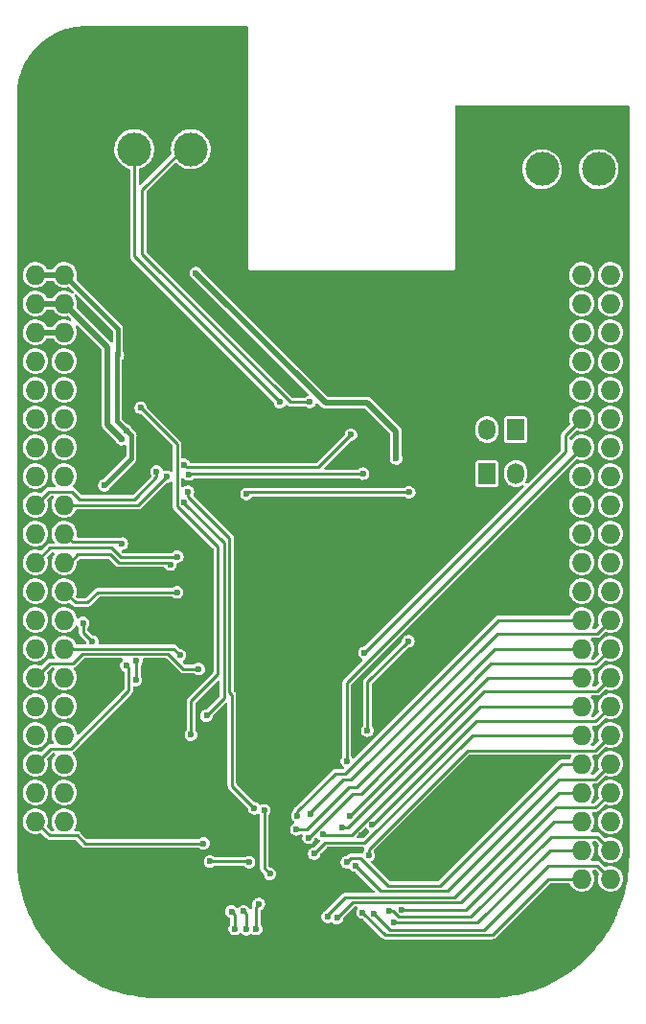
<source format=gbr>
%TF.GenerationSoftware,KiCad,Pcbnew,5.99.0-unknown-b63c482347~127~ubuntu20.04.1*%
%TF.CreationDate,2021-04-29T12:02:14+02:00*%
%TF.ProjectId,bbb-lcd-rgb-display-cape,6262622d-6c63-4642-9d72-67622d646973,V1.0*%
%TF.SameCoordinates,Original*%
%TF.FileFunction,Copper,L2,Bot*%
%TF.FilePolarity,Positive*%
%FSLAX46Y46*%
G04 Gerber Fmt 4.6, Leading zero omitted, Abs format (unit mm)*
G04 Created by KiCad (PCBNEW 5.99.0-unknown-b63c482347~127~ubuntu20.04.1) date 2021-04-29 12:02:14*
%MOMM*%
%LPD*%
G01*
G04 APERTURE LIST*
%TA.AperFunction,ComponentPad*%
%ADD10R,1.727200X1.727200*%
%TD*%
%TA.AperFunction,ComponentPad*%
%ADD11O,1.727200X1.727200*%
%TD*%
%TA.AperFunction,ComponentPad*%
%ADD12R,1.524000X1.850000*%
%TD*%
%TA.AperFunction,ComponentPad*%
%ADD13O,1.524000X1.850000*%
%TD*%
%TA.AperFunction,ComponentPad*%
%ADD14C,3.000000*%
%TD*%
%TA.AperFunction,ViaPad*%
%ADD15C,0.600000*%
%TD*%
%TA.AperFunction,Conductor*%
%ADD16C,0.508000*%
%TD*%
%TA.AperFunction,Conductor*%
%ADD17C,0.254000*%
%TD*%
%TA.AperFunction,Conductor*%
%ADD18C,0.381000*%
%TD*%
G04 APERTURE END LIST*
D10*
%TO.P,P8,1,Pin_1*%
%TO.N,GND*%
X164630100Y-62382400D03*
D11*
%TO.P,P8,2,Pin_2*%
X167170100Y-62382400D03*
%TO.P,P8,3,Pin_3*%
%TO.N,N/C*%
X164630100Y-64922400D03*
%TO.P,P8,4,Pin_4*%
X167170100Y-64922400D03*
%TO.P,P8,5,Pin_5*%
X164630100Y-67462400D03*
%TO.P,P8,6,Pin_6*%
X167170100Y-67462400D03*
%TO.P,P8,7,Pin_7*%
X164630100Y-70002400D03*
%TO.P,P8,8,Pin_8*%
X167170100Y-70002400D03*
%TO.P,P8,9,Pin_9*%
X164630100Y-72542400D03*
%TO.P,P8,10,Pin_10*%
X167170100Y-72542400D03*
%TO.P,P8,11,Pin_11*%
X164630100Y-75082400D03*
%TO.P,P8,12,Pin_12*%
X167170100Y-75082400D03*
%TO.P,P8,13,Pin_13*%
%TO.N,/BACKLIGHT_PWM*%
X164630100Y-77622400D03*
%TO.P,P8,14,Pin_14*%
%TO.N,N/C*%
X167170100Y-77622400D03*
%TO.P,P8,15,Pin_15*%
%TO.N,/R1*%
X164630100Y-80162400D03*
%TO.P,P8,16,Pin_16*%
%TO.N,N/C*%
X167170100Y-80162400D03*
%TO.P,P8,17,Pin_17*%
X164630100Y-82702400D03*
%TO.P,P8,18,Pin_18*%
X167170100Y-82702400D03*
%TO.P,P8,19,Pin_19*%
X164630100Y-85242400D03*
%TO.P,P8,20,Pin_20*%
X167170100Y-85242400D03*
%TO.P,P8,21,Pin_21*%
X164630100Y-87782400D03*
%TO.P,P8,22,Pin_22*%
X167170100Y-87782400D03*
%TO.P,P8,23,Pin_23*%
X164630100Y-90322400D03*
%TO.P,P8,24,Pin_24*%
X167170100Y-90322400D03*
%TO.P,P8,25,Pin_25*%
X164630100Y-92862400D03*
%TO.P,P8,26,Pin_26*%
X167170100Y-92862400D03*
%TO.P,P8,27,Pin_27*%
%TO.N,/VSYNC*%
X164630100Y-95402400D03*
%TO.P,P8,28,Pin_28*%
%TO.N,/PCLK*%
X167170100Y-95402400D03*
%TO.P,P8,29,Pin_29*%
%TO.N,/HSYNC*%
X164630100Y-97942400D03*
%TO.P,P8,30,Pin_30*%
%TO.N,/DE*%
X167170100Y-97942400D03*
%TO.P,P8,31,Pin_31*%
%TO.N,/R3*%
X164630100Y-100482400D03*
%TO.P,P8,32,Pin_32*%
%TO.N,/R2*%
X167170100Y-100482400D03*
%TO.P,P8,33,Pin_33*%
%TO.N,/R4*%
X164630100Y-103022400D03*
%TO.P,P8,34,Pin_34*%
%TO.N,/G0*%
X167170100Y-103022400D03*
%TO.P,P8,35,Pin_35*%
%TO.N,/R5*%
X164630100Y-105562400D03*
%TO.P,P8,36,Pin_36*%
%TO.N,/G1*%
X167170100Y-105562400D03*
%TO.P,P8,37,Pin_37*%
%TO.N,/G3*%
X164630100Y-108102400D03*
%TO.P,P8,38,Pin_38*%
%TO.N,/G2*%
X167170100Y-108102400D03*
%TO.P,P8,39,Pin_39*%
%TO.N,/G5*%
X164630100Y-110642400D03*
%TO.P,P8,40,Pin_40*%
%TO.N,/G4*%
X167170100Y-110642400D03*
%TO.P,P8,41,Pin_41*%
%TO.N,/B1*%
X164630100Y-113182400D03*
%TO.P,P8,42,Pin_42*%
%TO.N,N/C*%
X167170100Y-113182400D03*
%TO.P,P8,43,Pin_43*%
%TO.N,/B3*%
X164630100Y-115722400D03*
%TO.P,P8,44,Pin_44*%
%TO.N,/B2*%
X167170100Y-115722400D03*
%TO.P,P8,45,Pin_45*%
%TO.N,/B5*%
X164630100Y-118262400D03*
%TO.P,P8,46,Pin_46*%
%TO.N,/B4*%
X167170100Y-118262400D03*
%TD*%
D10*
%TO.P,P9,1,Pin_1*%
%TO.N,GND*%
X116370100Y-62382400D03*
D11*
%TO.P,P9,2,Pin_2*%
X118910100Y-62382400D03*
%TO.P,P9,3,Pin_3*%
%TO.N,3V3*%
X116370100Y-64922400D03*
%TO.P,P9,4,Pin_4*%
X118910100Y-64922400D03*
%TO.P,P9,5,Pin_5*%
%TO.N,5V*%
X116370100Y-67462400D03*
%TO.P,P9,6,Pin_6*%
X118910100Y-67462400D03*
%TO.P,P9,7,Pin_7*%
%TO.N,SYS_5V*%
X116370100Y-70002400D03*
%TO.P,P9,8,Pin_8*%
X118910100Y-70002400D03*
%TO.P,P9,9,Pin_9*%
%TO.N,/PWR_BUT*%
X116370100Y-72542400D03*
%TO.P,P9,10,Pin_10*%
%TO.N,/SYS_RESETN*%
X118910100Y-72542400D03*
%TO.P,P9,11,Pin_11*%
%TO.N,/UART4_RX*%
X116370100Y-75082400D03*
%TO.P,P9,12,Pin_12*%
%TO.N,/GPIO1_28*%
X118910100Y-75082400D03*
%TO.P,P9,13,Pin_13*%
%TO.N,/UART4_TX*%
X116370100Y-77622400D03*
%TO.P,P9,14,Pin_14*%
%TO.N,/GPIO1_18*%
X118910100Y-77622400D03*
%TO.P,P9,15,Pin_15*%
%TO.N,/GPIO1_16*%
X116370100Y-80162400D03*
%TO.P,P9,16,Pin_16*%
%TO.N,N/C*%
X118910100Y-80162400D03*
%TO.P,P9,17,Pin_17*%
%TO.N,/I2C1_SCL*%
X116370100Y-82702400D03*
%TO.P,P9,18,Pin_18*%
%TO.N,/I2C1_SDA*%
X118910100Y-82702400D03*
%TO.P,P9,19,Pin_19*%
%TO.N,/DCAN0_RX*%
X116370100Y-85242400D03*
%TO.P,P9,20,Pin_20*%
%TO.N,/DCAN0_TX*%
X118910100Y-85242400D03*
%TO.P,P9,21,Pin_21*%
%TO.N,N/C*%
X116370100Y-87782400D03*
%TO.P,P9,22,Pin_22*%
%TO.N,/GPIO0_2*%
X118910100Y-87782400D03*
%TO.P,P9,23,Pin_23*%
%TO.N,/GPIO1_17*%
X116370100Y-90322400D03*
%TO.P,P9,24,Pin_24*%
%TO.N,/GPIO0_15*%
X118910100Y-90322400D03*
%TO.P,P9,25,Pin_25*%
%TO.N,N/C*%
X116370100Y-92862400D03*
%TO.P,P9,26,Pin_26*%
%TO.N,/GPIO0_14*%
X118910100Y-92862400D03*
%TO.P,P9,27,Pin_27*%
%TO.N,/GPIO3_19*%
X116370100Y-95402400D03*
%TO.P,P9,28,Pin_28*%
%TO.N,N/C*%
X118910100Y-95402400D03*
%TO.P,P9,29,Pin_29*%
X116370100Y-97942400D03*
%TO.P,P9,30,Pin_30*%
%TO.N,/SPI1_MOSI*%
X118910100Y-97942400D03*
%TO.P,P9,31,Pin_31*%
%TO.N,/SPI1_SCK*%
X116370100Y-100482400D03*
%TO.P,P9,32,Pin_32*%
%TO.N,N/C*%
X118910100Y-100482400D03*
%TO.P,P9,33,Pin_33*%
X116370100Y-103022400D03*
%TO.P,P9,34,Pin_34*%
X118910100Y-103022400D03*
%TO.P,P9,35,Pin_35*%
%TO.N,Net-(P9-Pad35)*%
X116370100Y-105562400D03*
%TO.P,P9,36,Pin_36*%
%TO.N,N/C*%
X118910100Y-105562400D03*
%TO.P,P9,37,Pin_37*%
%TO.N,Net-(P9-Pad37)*%
X116370100Y-108102400D03*
%TO.P,P9,38,Pin_38*%
%TO.N,N/C*%
X118910100Y-108102400D03*
%TO.P,P9,39,Pin_39*%
%TO.N,/AN0*%
X116370100Y-110642400D03*
%TO.P,P9,40,Pin_40*%
%TO.N,N/C*%
X118910100Y-110642400D03*
%TO.P,P9,41,Pin_41*%
%TO.N,/GPIO0_20*%
X116370100Y-113182400D03*
%TO.P,P9,42,Pin_42*%
%TO.N,/SPI1_CS1*%
X118910100Y-113182400D03*
%TO.P,P9,43,Pin_43*%
%TO.N,GND*%
X116370100Y-115722400D03*
%TO.P,P9,44,Pin_44*%
X118910100Y-115722400D03*
%TO.P,P9,45,Pin_45*%
X116370100Y-118262400D03*
%TO.P,P9,46,Pin_46*%
X118910100Y-118262400D03*
%TD*%
D12*
%TO.P,P4,1,1*%
%TO.N,Net-(D2-Pad1)*%
X156260100Y-82472400D03*
D13*
%TO.P,P4,2,2*%
%TO.N,Net-(P4-Pad2)*%
X158800100Y-82472400D03*
%TD*%
D14*
%TO.P,P2,1*%
%TO.N,/CAN/CAN_H*%
X166120100Y-55602400D03*
%TO.P,P2,2*%
%TO.N,/CAN/CAN_L*%
X161120100Y-55602400D03*
%TO.P,P2,3*%
%TO.N,GND*%
X156120100Y-55602400D03*
%TD*%
%TO.P,P12,1*%
%TO.N,/RS485/RS485_A*%
X130090100Y-53832400D03*
%TO.P,P12,2*%
%TO.N,/RS485/RS485_B*%
X125090100Y-53832400D03*
%TO.P,P12,3*%
%TO.N,GND*%
X120090100Y-53832400D03*
%TD*%
D12*
%TO.P,P3,1,1*%
%TO.N,Net-(P3-Pad1)*%
X158800100Y-78592400D03*
D13*
%TO.P,P3,2,2*%
%TO.N,Net-(D2-Pad2)*%
X156260100Y-78592400D03*
%TD*%
D15*
%TO.N,5V*%
X148230100Y-81152400D03*
X130530100Y-64772400D03*
X123985800Y-79436700D03*
%TO.N,GND*%
X157230100Y-63542400D03*
X150040100Y-114782400D03*
X139350100Y-107722400D03*
X137130100Y-120552400D03*
X128340100Y-86262400D03*
X158770100Y-67962400D03*
X135950100Y-89742400D03*
X152420100Y-68392400D03*
X127330100Y-60082400D03*
X125940100Y-79722400D03*
X126640100Y-99242400D03*
X154440100Y-73412400D03*
X154200100Y-69442400D03*
X155170100Y-71602400D03*
X143075491Y-107831652D03*
X121152754Y-77562399D03*
X144520100Y-121882400D03*
X126260100Y-88262400D03*
X132900100Y-120432400D03*
X124420100Y-96612400D03*
X122080100Y-85992400D03*
X145143103Y-114425403D03*
X152820100Y-76772400D03*
X125750100Y-82702400D03*
X120440100Y-73572400D03*
X125222287Y-82060213D03*
X123200100Y-60212400D03*
X134960100Y-70872400D03*
X121750100Y-69212400D03*
X120730100Y-71472400D03*
X153170100Y-65722400D03*
X121210100Y-81742400D03*
X125120100Y-87052400D03*
X147790100Y-117935890D03*
X138240100Y-105232400D03*
X137150100Y-72642400D03*
X135940100Y-92322400D03*
X150580100Y-117935890D03*
X127680100Y-91762400D03*
X124850100Y-91392400D03*
X161570100Y-72082400D03*
X151470100Y-114762400D03*
X133710100Y-86682400D03*
X135960100Y-94832400D03*
X120950100Y-114012400D03*
X141470100Y-107742400D03*
X130910100Y-74622400D03*
X120740100Y-84032400D03*
X152940100Y-75112400D03*
X161640100Y-69972400D03*
X161620100Y-68412400D03*
X140430100Y-109232400D03*
X143080100Y-81682400D03*
X129160100Y-87332400D03*
X137590100Y-112412400D03*
X154280100Y-67862400D03*
X121900100Y-84115890D03*
%TO.N,3V3*%
X125230100Y-100692400D03*
X125270100Y-99022400D03*
X122440100Y-83522400D03*
X124390100Y-78672400D03*
X135000100Y-84272400D03*
X123650100Y-72012400D03*
X149380100Y-84132400D03*
%TO.N,/I2C1_SCL*%
X129512090Y-85060410D03*
X131480100Y-103862400D03*
%TO.N,/I2C1_SDA*%
X135700100Y-112032400D03*
X129820100Y-84082400D03*
%TO.N,/GPIO1_17*%
X128900100Y-89812400D03*
%TO.N,2V8*%
X145690100Y-105172400D03*
X135860163Y-122695666D03*
X149300100Y-97282400D03*
X136085687Y-120491893D03*
X131800100Y-116722400D03*
X135230144Y-116788872D03*
%TO.N,/B1*%
X148730100Y-120982400D03*
%TO.N,/B2*%
X147610100Y-121112400D03*
%TO.N,/B3*%
X148070100Y-122132400D03*
%TO.N,/B4*%
X146280100Y-121332400D03*
%TO.N,/B5*%
X145270100Y-121232400D03*
%TO.N,/G0*%
X146088103Y-113480403D03*
%TO.N,/G1*%
X145790100Y-116202400D03*
%TO.N,/G2*%
X144610100Y-117072400D03*
%TO.N,/G3*%
X143853904Y-116794616D03*
%TO.N,/G4*%
X143000100Y-121712400D03*
%TO.N,/G5*%
X142160100Y-121602400D03*
%TO.N,/R1*%
X143873947Y-107872547D03*
%TO.N,/DE*%
X140490100Y-114642400D03*
%TO.N,/PCLK*%
X140690100Y-112552400D03*
%TO.N,/HSYNC*%
X139420100Y-113892400D03*
%TO.N,/VSYNC*%
X139510100Y-112692400D03*
%TO.N,/BACKLIGHT_PWM*%
X145420100Y-98302400D03*
%TO.N,/LCD Display/BACKLIGHT_LOW*%
X134770100Y-121132400D03*
X134990100Y-122722400D03*
%TO.N,/RS485/RS485_B*%
X137960100Y-76162400D03*
%TO.N,/RS485/RS485_A*%
X140590100Y-76142400D03*
%TO.N,/SPI1_SCK*%
X130773590Y-99732400D03*
%TO.N,/SPI1_MOSI*%
X129140100Y-98522400D03*
%TO.N,/GPIO0_2*%
X123990100Y-88662400D03*
%TO.N,/GPIO3_19*%
X137080082Y-117822400D03*
X136590100Y-112202400D03*
%TO.N,/GPIO1_18*%
X130100100Y-105542400D03*
X125650100Y-76662400D03*
%TO.N,/DCAN0_RX*%
X129480100Y-81692400D03*
X127070100Y-82292400D03*
X144240100Y-79052400D03*
%TO.N,/DCAN0_TX*%
X127940100Y-82752400D03*
X129890100Y-82558910D03*
X145310100Y-82482400D03*
%TO.N,/GPIO0_15*%
X128273110Y-90508910D03*
%TO.N,/GPIO0_14*%
X128860100Y-92972400D03*
%TO.N,Net-(P9-Pad35)*%
X120580100Y-95662400D03*
X121372336Y-97315878D03*
%TO.N,Net-(P9-Pad37)*%
X124390100Y-99432400D03*
%TO.N,/GPIO0_20*%
X131220100Y-115132400D03*
%TO.N,/R3*%
X144118835Y-112697645D03*
%TO.N,/R2*%
X143500100Y-113752400D03*
%TO.N,/R4*%
X141746610Y-114357145D03*
%TO.N,/R5*%
X140972292Y-116036228D03*
%TO.N,Net-(P1-Pad34)*%
X133950100Y-122692400D03*
X133680100Y-121152400D03*
%TD*%
D16*
%TO.N,5V*%
X145700100Y-76222400D02*
X148230100Y-78752400D01*
X148230100Y-78752400D02*
X148230100Y-81152400D01*
X122730100Y-71282400D02*
X122730100Y-78181000D01*
X118910100Y-67462400D02*
X116370100Y-67462400D01*
X122730100Y-78181000D02*
X123985800Y-79436700D01*
X141980100Y-76222400D02*
X145700100Y-76222400D01*
X122730100Y-71282400D02*
X122730100Y-73052400D01*
X118910100Y-67462400D02*
X122730100Y-71282400D01*
X130530100Y-64772400D02*
X141980100Y-76222400D01*
D17*
%TO.N,GND*%
X162900100Y-62382400D02*
X156120100Y-55602400D01*
X164630100Y-62382400D02*
X162900100Y-62382400D01*
%TO.N,3V3*%
X125270100Y-99022400D02*
X125270100Y-100652400D01*
D18*
X124850100Y-81112400D02*
X124850100Y-79132400D01*
X118910100Y-64922400D02*
X123650100Y-69662400D01*
X124850100Y-79132400D02*
X124390100Y-78672400D01*
X122440100Y-83522400D02*
X124850100Y-81112400D01*
D17*
X135140100Y-84132400D02*
X135000100Y-84272400D01*
D18*
X123650100Y-69662400D02*
X123650100Y-72012400D01*
D16*
X118910100Y-64922400D02*
X116370100Y-64922400D01*
D17*
X125270100Y-100652400D02*
X125230100Y-100692400D01*
D18*
X124390100Y-78672400D02*
X123520100Y-77802400D01*
D17*
X149380100Y-84132400D02*
X135140100Y-84132400D01*
D18*
X123520100Y-72142400D02*
X123650100Y-72012400D01*
X123520100Y-77802400D02*
X123520100Y-72142400D01*
D16*
%TO.N,SYS_5V*%
X116370100Y-70002400D02*
X118910100Y-70002400D01*
D17*
%TO.N,/I2C1_SCL*%
X129512090Y-85104390D02*
X129512090Y-85060410D01*
X131480100Y-103862400D02*
X133030100Y-102312400D01*
X133030100Y-102312400D02*
X133030100Y-88622400D01*
X133030100Y-88622400D02*
X129512090Y-85104390D01*
%TO.N,/I2C1_SDA*%
X133510100Y-101812400D02*
X133720100Y-102022400D01*
X133720100Y-102022400D02*
X133720100Y-110052400D01*
X129820100Y-84082400D02*
X129820100Y-84482400D01*
X133510100Y-88172400D02*
X133510100Y-101812400D01*
X133720100Y-110052400D02*
X135700100Y-112032400D01*
X129820100Y-84482400D02*
X133510100Y-88172400D01*
%TO.N,/GPIO1_17*%
X123891462Y-89872400D02*
X128840100Y-89872400D01*
X123061462Y-89042400D02*
X123891462Y-89872400D01*
X128840100Y-89872400D02*
X128900100Y-89812400D01*
X117650100Y-89042400D02*
X123061462Y-89042400D01*
X116370100Y-90322400D02*
X117650100Y-89042400D01*
%TO.N,2V8*%
X135163672Y-116722400D02*
X131800100Y-116722400D01*
X135860163Y-120717417D02*
X136085687Y-120491893D01*
X145690100Y-100892400D02*
X149300100Y-97282400D01*
X135860163Y-122695666D02*
X135860163Y-120717417D01*
X145690100Y-105172400D02*
X145690100Y-100892400D01*
X135230144Y-116788872D02*
X135163672Y-116722400D01*
%TO.N,/B1*%
X162200100Y-113182400D02*
X154400100Y-120982400D01*
X164630100Y-113182400D02*
X162200100Y-113182400D01*
X154400100Y-120982400D02*
X148730100Y-120982400D01*
%TO.N,/B2*%
X165979989Y-114532289D02*
X161910211Y-114532289D01*
X161910211Y-114532289D02*
X154833599Y-121608901D01*
X147932878Y-121112400D02*
X147610100Y-121112400D01*
X148429379Y-121608901D02*
X147932878Y-121112400D01*
X154833599Y-121608901D02*
X148429379Y-121608901D01*
X167170100Y-115722400D02*
X165979989Y-114532289D01*
%TO.N,/B3*%
X164630100Y-115722400D02*
X161820100Y-115722400D01*
X155410100Y-122132400D02*
X148070100Y-122132400D01*
X161820100Y-115722400D02*
X155410100Y-122132400D01*
%TO.N,/B4*%
X147706601Y-122758901D02*
X146280100Y-121332400D01*
X161655211Y-117072289D02*
X155968599Y-122758901D01*
X165979989Y-117072289D02*
X161655211Y-117072289D01*
X155968599Y-122758901D02*
X147706601Y-122758901D01*
X167170100Y-118262400D02*
X165979989Y-117072289D01*
%TO.N,/B5*%
X161690100Y-118262400D02*
X156740088Y-123212412D01*
X147250112Y-123212412D02*
X145270100Y-121232400D01*
X156740088Y-123212412D02*
X147250112Y-123212412D01*
X164630100Y-118262400D02*
X161690100Y-118262400D01*
%TO.N,/G0*%
X167170100Y-103022400D02*
X165839567Y-104352933D01*
X165839567Y-104352933D02*
X155299567Y-104352933D01*
X146172097Y-113480403D02*
X146088103Y-113480403D01*
X155299567Y-104352933D02*
X146172097Y-113480403D01*
%TO.N,/G1*%
X167170100Y-105562400D02*
X165820212Y-106912289D01*
X145790100Y-115672400D02*
X145790100Y-116202400D01*
X165820212Y-106912289D02*
X154550211Y-106912289D01*
X154550211Y-106912289D02*
X145790100Y-115672400D01*
%TO.N,/G2*%
X167170100Y-108102400D02*
X165820211Y-109452289D01*
X152746589Y-119315911D02*
X146853611Y-119315911D01*
X162610211Y-109452289D02*
X152746589Y-119315911D01*
X146853611Y-119315911D02*
X144610100Y-117072400D01*
X165820211Y-109452289D02*
X162610211Y-109452289D01*
%TO.N,/G3*%
X147528738Y-118862400D02*
X145082249Y-116415911D01*
X152100100Y-118862400D02*
X147528738Y-118862400D01*
X164630100Y-108102400D02*
X162860100Y-108102400D01*
X145082249Y-116415911D02*
X144232609Y-116415911D01*
X162860100Y-108102400D02*
X152100100Y-118862400D01*
X144232609Y-116415911D02*
X143853904Y-116794616D01*
%TO.N,/G4*%
X167170100Y-110642400D02*
X165849567Y-111962933D01*
X162309567Y-111962933D02*
X153943078Y-120329422D01*
X165849567Y-111962933D02*
X162309567Y-111962933D01*
X153943078Y-120329422D02*
X144383078Y-120329422D01*
X144383078Y-120329422D02*
X143000100Y-121712400D01*
%TO.N,/G5*%
X143736588Y-119875911D02*
X142160100Y-121452400D01*
X142160100Y-121452400D02*
X142160100Y-121602400D01*
X162570100Y-110642400D02*
X153336589Y-119875911D01*
X153336589Y-119875911D02*
X143736588Y-119875911D01*
X164630100Y-110642400D02*
X162570100Y-110642400D01*
%TO.N,/R1*%
X143873947Y-100918553D02*
X143873947Y-107872547D01*
X164630100Y-80162400D02*
X143873947Y-100918553D01*
%TO.N,/DE*%
X144380100Y-110752400D02*
X140490100Y-114642400D01*
X145130100Y-110752400D02*
X144380100Y-110752400D01*
X165833078Y-99279422D02*
X156603078Y-99279422D01*
X156603078Y-99279422D02*
X145130100Y-110752400D01*
X167170100Y-97942400D02*
X165833078Y-99279422D01*
%TO.N,/PCLK*%
X143510100Y-109522400D02*
X140690100Y-112342400D01*
X167170100Y-95402400D02*
X165979989Y-96592511D01*
X157159989Y-96592511D02*
X144230100Y-109522400D01*
X140690100Y-112342400D02*
X140690100Y-112552400D01*
X144230100Y-109522400D02*
X143510100Y-109522400D01*
X165979989Y-96592511D02*
X157159989Y-96592511D01*
%TO.N,/HSYNC*%
X144690100Y-110152400D02*
X144052878Y-110152400D01*
X156900100Y-97942400D02*
X144690100Y-110152400D01*
X164630100Y-97942400D02*
X156900100Y-97942400D01*
X144052878Y-110152400D02*
X140312878Y-113892400D01*
X140312878Y-113892400D02*
X139420100Y-113892400D01*
%TO.N,/VSYNC*%
X164630100Y-95402400D02*
X157250100Y-95402400D01*
X143705112Y-108947388D02*
X142847890Y-108947388D01*
X142847890Y-108947388D02*
X139510100Y-112285178D01*
X157250100Y-95402400D02*
X143705112Y-108947388D01*
X139510100Y-112285178D02*
X139510100Y-112692400D01*
%TO.N,/BACKLIGHT_PWM*%
X163160100Y-80562400D02*
X163160100Y-79092400D01*
X145420100Y-98302400D02*
X163160100Y-80562400D01*
X163160100Y-79092400D02*
X164630100Y-77622400D01*
%TO.N,/LCD Display/BACKLIGHT_LOW*%
X134990100Y-121352400D02*
X134770100Y-121132400D01*
X134990100Y-122722400D02*
X134990100Y-121352400D01*
%TO.N,/RS485/RS485_B*%
X125090100Y-63292400D02*
X125090100Y-53832400D01*
X137960100Y-76162400D02*
X125090100Y-63292400D01*
%TO.N,/RS485/RS485_A*%
X125790100Y-63062400D02*
X125790100Y-57412400D01*
X125790100Y-57412400D02*
X129370100Y-53832400D01*
X138870100Y-76142400D02*
X125790100Y-63062400D01*
X140590100Y-76142400D02*
X138870100Y-76142400D01*
X129370100Y-53832400D02*
X130090100Y-53832400D01*
%TO.N,/SPI1_SCK*%
X120496601Y-98395899D02*
X128086362Y-98395899D01*
X129422863Y-99732400D02*
X130773590Y-99732400D01*
X116370100Y-100482400D02*
X117640100Y-99212400D01*
X119680100Y-99212400D02*
X120496601Y-98395899D01*
X128086362Y-98395899D02*
X129422863Y-99732400D01*
X117640100Y-99212400D02*
X119680100Y-99212400D01*
%TO.N,/SPI1_MOSI*%
X120468750Y-97942388D02*
X120468738Y-97942400D01*
X129140100Y-98522400D02*
X128560088Y-97942388D01*
X120468738Y-97942400D02*
X118910100Y-97942400D01*
X128560088Y-97942388D02*
X120468750Y-97942388D01*
%TO.N,/GPIO0_2*%
X123830100Y-88502400D02*
X119630100Y-88502400D01*
X123990100Y-88662400D02*
X123830100Y-88502400D01*
X119630100Y-88502400D02*
X118910100Y-87782400D01*
%TO.N,/GPIO3_19*%
X136590100Y-112202400D02*
X136590100Y-117332418D01*
X136590100Y-117332418D02*
X137080082Y-117822400D01*
%TO.N,/GPIO1_18*%
X132470100Y-100192400D02*
X132470100Y-88945642D01*
X128853599Y-85329141D02*
X128853599Y-79865899D01*
X132470100Y-88945642D02*
X128853599Y-85329141D01*
X130100100Y-105542400D02*
X130100100Y-102562400D01*
X128853599Y-79865899D02*
X125650100Y-76662400D01*
X130100100Y-102562400D02*
X132470100Y-100192400D01*
%TO.N,/DCAN0_RX*%
X116370100Y-85242400D02*
X117560211Y-84052289D01*
X120260100Y-84742400D02*
X125090100Y-84742400D01*
X117560211Y-84052289D02*
X119569989Y-84052289D01*
X125250100Y-84582400D02*
X127070100Y-82762400D01*
X119569989Y-84052289D02*
X120260100Y-84742400D01*
X141360100Y-81932400D02*
X144240100Y-79052400D01*
X125090100Y-84742400D02*
X125250100Y-84582400D01*
X129720100Y-81932400D02*
X141360100Y-81932400D01*
X129480100Y-81692400D02*
X129720100Y-81932400D01*
X127070100Y-82762400D02*
X127070100Y-82292400D01*
%TO.N,/DCAN0_TX*%
X120144925Y-85255911D02*
X125436589Y-85255911D01*
X145290100Y-82502400D02*
X129946610Y-82502400D01*
X129946610Y-82502400D02*
X129890100Y-82558910D01*
X145310100Y-82482400D02*
X145290100Y-82502400D01*
X120131414Y-85242400D02*
X120144925Y-85255911D01*
X125436589Y-85255911D02*
X127940100Y-82752400D01*
X118910100Y-85242400D02*
X120131414Y-85242400D01*
%TO.N,/GPIO0_15*%
X122980100Y-89602400D02*
X120100100Y-89602400D01*
X119380100Y-90322400D02*
X118910100Y-90322400D01*
X128090111Y-90325911D02*
X123703611Y-90325911D01*
X120100100Y-89602400D02*
X119380100Y-90322400D01*
X123703611Y-90325911D02*
X122980100Y-89602400D01*
X128273110Y-90508910D02*
X128090111Y-90325911D01*
%TO.N,/GPIO0_14*%
X121887950Y-92945911D02*
X120967950Y-93865911D01*
X120967950Y-93865911D02*
X119913611Y-93865911D01*
X128833611Y-92945911D02*
X121887950Y-92945911D01*
X119913611Y-93865911D02*
X118910100Y-92862400D01*
X128860100Y-92972400D02*
X128833611Y-92945911D01*
%TO.N,Net-(P9-Pad35)*%
X120580100Y-95662400D02*
X120580100Y-96523642D01*
X120580100Y-96523642D02*
X121372336Y-97315878D01*
%TO.N,Net-(P9-Pad37)*%
X124590100Y-99632400D02*
X124590100Y-101643765D01*
X124390100Y-99432400D02*
X124590100Y-99632400D01*
X117710100Y-106762400D02*
X116370100Y-108102400D01*
X124590100Y-101643765D02*
X119471465Y-106762400D01*
X119471465Y-106762400D02*
X117710100Y-106762400D01*
%TO.N,/GPIO0_20*%
X131220100Y-115132400D02*
X120750100Y-115132400D01*
X120750100Y-115132400D02*
X120050100Y-114432400D01*
X120050100Y-114432400D02*
X117620100Y-114432400D01*
X117620100Y-114432400D02*
X116370100Y-113182400D01*
%TO.N,/R3*%
X164630100Y-100482400D02*
X156334080Y-100482400D01*
X156334080Y-100482400D02*
X144118835Y-112697645D01*
%TO.N,/R2*%
X156029989Y-101672511D02*
X143950100Y-113752400D01*
X167170100Y-100482400D02*
X165979989Y-101672511D01*
X165979989Y-101672511D02*
X156029989Y-101672511D01*
X143950100Y-113752400D02*
X143500100Y-113752400D01*
%TO.N,/R4*%
X164630100Y-103022400D02*
X155660100Y-103022400D01*
X144303599Y-114378901D02*
X141768366Y-114378901D01*
X141768366Y-114378901D02*
X141746610Y-114357145D01*
X155660100Y-103022400D02*
X144303599Y-114378901D01*
%TO.N,/R5*%
X145443824Y-115051904D02*
X141956616Y-115051904D01*
X164630100Y-105562400D02*
X154933328Y-105562400D01*
X141956616Y-115051904D02*
X140972292Y-116036228D01*
X154933328Y-105562400D02*
X145443824Y-115051904D01*
%TO.N,Net-(P1-Pad34)*%
X133950100Y-122692400D02*
X133950100Y-121422400D01*
X133950100Y-121422400D02*
X133680100Y-121152400D01*
%TD*%
%TA.AperFunction,Conductor*%
%TO.N,GND*%
G36*
X135108221Y-42971402D02*
G01*
X135154714Y-43025058D01*
X135166100Y-43077400D01*
X135166100Y-64249853D01*
X135163679Y-64274433D01*
X135161100Y-64287400D01*
X135166100Y-64312537D01*
X135180815Y-64386515D01*
X135187709Y-64396833D01*
X135187710Y-64396835D01*
X135230066Y-64460225D01*
X135236959Y-64470541D01*
X135247275Y-64477434D01*
X135310665Y-64519790D01*
X135310667Y-64519791D01*
X135320985Y-64526685D01*
X135420100Y-64546400D01*
X135432271Y-64543979D01*
X135432273Y-64543979D01*
X135433067Y-64543821D01*
X135457647Y-64541400D01*
X153162553Y-64541400D01*
X153187133Y-64543821D01*
X153187927Y-64543979D01*
X153187929Y-64543979D01*
X153200100Y-64546400D01*
X153299215Y-64526685D01*
X153309533Y-64519791D01*
X153309535Y-64519790D01*
X153372925Y-64477434D01*
X153383241Y-64470541D01*
X153390134Y-64460225D01*
X153432490Y-64396835D01*
X153432491Y-64396833D01*
X153439385Y-64386515D01*
X153454100Y-64312537D01*
X153459100Y-64287400D01*
X153456521Y-64274433D01*
X153454100Y-64249853D01*
X153454100Y-55556342D01*
X159361203Y-55556342D01*
X159361427Y-55561008D01*
X159361427Y-55561014D01*
X159362859Y-55590828D01*
X159373715Y-55816829D01*
X159424592Y-56072606D01*
X159512717Y-56318053D01*
X159636153Y-56547779D01*
X159792188Y-56756736D01*
X159795495Y-56760014D01*
X159795500Y-56760020D01*
X159974080Y-56937047D01*
X159977396Y-56940334D01*
X159981163Y-56943096D01*
X159981164Y-56943097D01*
X160065920Y-57005243D01*
X160187707Y-57094541D01*
X160191838Y-57096715D01*
X160191839Y-57096715D01*
X160414366Y-57213792D01*
X160414372Y-57213794D01*
X160418501Y-57215967D01*
X160422908Y-57217506D01*
X160422915Y-57217509D01*
X160660292Y-57300404D01*
X160664708Y-57301946D01*
X160920919Y-57350590D01*
X161044680Y-57355452D01*
X161176838Y-57360645D01*
X161176843Y-57360645D01*
X161181506Y-57360828D01*
X161282942Y-57349719D01*
X161436090Y-57332947D01*
X161436095Y-57332946D01*
X161440743Y-57332437D01*
X161692937Y-57266040D01*
X161885218Y-57183430D01*
X161928244Y-57164945D01*
X161928247Y-57164943D01*
X161932547Y-57163096D01*
X162154308Y-57025865D01*
X162228927Y-56962696D01*
X162349778Y-56860388D01*
X162349779Y-56860387D01*
X162353350Y-56857364D01*
X162441599Y-56756736D01*
X162522217Y-56664809D01*
X162522221Y-56664804D01*
X162525299Y-56661294D01*
X162666379Y-56441961D01*
X162773489Y-56204184D01*
X162844278Y-55953188D01*
X162877189Y-55694485D01*
X162879600Y-55602400D01*
X162877979Y-55580590D01*
X162876177Y-55556342D01*
X164361203Y-55556342D01*
X164361427Y-55561008D01*
X164361427Y-55561014D01*
X164362859Y-55590828D01*
X164373715Y-55816829D01*
X164424592Y-56072606D01*
X164512717Y-56318053D01*
X164636153Y-56547779D01*
X164792188Y-56756736D01*
X164795495Y-56760014D01*
X164795500Y-56760020D01*
X164974080Y-56937047D01*
X164977396Y-56940334D01*
X164981163Y-56943096D01*
X164981164Y-56943097D01*
X165065920Y-57005243D01*
X165187707Y-57094541D01*
X165191838Y-57096715D01*
X165191839Y-57096715D01*
X165414366Y-57213792D01*
X165414372Y-57213794D01*
X165418501Y-57215967D01*
X165422908Y-57217506D01*
X165422915Y-57217509D01*
X165660292Y-57300404D01*
X165664708Y-57301946D01*
X165920919Y-57350590D01*
X166044680Y-57355452D01*
X166176838Y-57360645D01*
X166176843Y-57360645D01*
X166181506Y-57360828D01*
X166282942Y-57349719D01*
X166436090Y-57332947D01*
X166436095Y-57332946D01*
X166440743Y-57332437D01*
X166692937Y-57266040D01*
X166885218Y-57183430D01*
X166928244Y-57164945D01*
X166928247Y-57164943D01*
X166932547Y-57163096D01*
X167154308Y-57025865D01*
X167228927Y-56962696D01*
X167349778Y-56860388D01*
X167349779Y-56860387D01*
X167353350Y-56857364D01*
X167441599Y-56756736D01*
X167522217Y-56664809D01*
X167522221Y-56664804D01*
X167525299Y-56661294D01*
X167666379Y-56441961D01*
X167773489Y-56204184D01*
X167844278Y-55953188D01*
X167877189Y-55694485D01*
X167879600Y-55602400D01*
X167877979Y-55580590D01*
X167860619Y-55346981D01*
X167860618Y-55346977D01*
X167860273Y-55342329D01*
X167802718Y-55087972D01*
X167783980Y-55039787D01*
X167709892Y-54849269D01*
X167709891Y-54849267D01*
X167708199Y-54844916D01*
X167687054Y-54807920D01*
X167581111Y-54622557D01*
X167581109Y-54622555D01*
X167578792Y-54618500D01*
X167417339Y-54413699D01*
X167227389Y-54235012D01*
X167223542Y-54232343D01*
X167016956Y-54089028D01*
X167016953Y-54089026D01*
X167013114Y-54086363D01*
X167008924Y-54084297D01*
X167008921Y-54084295D01*
X166783408Y-53973085D01*
X166783405Y-53973084D01*
X166779220Y-53971020D01*
X166530847Y-53891515D01*
X166526240Y-53890765D01*
X166526237Y-53890764D01*
X166278062Y-53850346D01*
X166278063Y-53850346D01*
X166273451Y-53849595D01*
X166147029Y-53847940D01*
X166017362Y-53846243D01*
X166017359Y-53846243D01*
X166012685Y-53846182D01*
X165754279Y-53881349D01*
X165749793Y-53882657D01*
X165749791Y-53882657D01*
X165719401Y-53891515D01*
X165503910Y-53954325D01*
X165499657Y-53956285D01*
X165499656Y-53956286D01*
X165467696Y-53971020D01*
X165267077Y-54063507D01*
X165263168Y-54066070D01*
X165052897Y-54203929D01*
X165052892Y-54203933D01*
X165048984Y-54206495D01*
X164854422Y-54380149D01*
X164687664Y-54580653D01*
X164552374Y-54803604D01*
X164550565Y-54807918D01*
X164550564Y-54807920D01*
X164454091Y-55037983D01*
X164451525Y-55044102D01*
X164450374Y-55048634D01*
X164450373Y-55048637D01*
X164444438Y-55072008D01*
X164387331Y-55296866D01*
X164361203Y-55556342D01*
X162876177Y-55556342D01*
X162860619Y-55346981D01*
X162860618Y-55346977D01*
X162860273Y-55342329D01*
X162802718Y-55087972D01*
X162783980Y-55039787D01*
X162709892Y-54849269D01*
X162709891Y-54849267D01*
X162708199Y-54844916D01*
X162687054Y-54807920D01*
X162581111Y-54622557D01*
X162581109Y-54622555D01*
X162578792Y-54618500D01*
X162417339Y-54413699D01*
X162227389Y-54235012D01*
X162223542Y-54232343D01*
X162016956Y-54089028D01*
X162016953Y-54089026D01*
X162013114Y-54086363D01*
X162008924Y-54084297D01*
X162008921Y-54084295D01*
X161783408Y-53973085D01*
X161783405Y-53973084D01*
X161779220Y-53971020D01*
X161530847Y-53891515D01*
X161526240Y-53890765D01*
X161526237Y-53890764D01*
X161278062Y-53850346D01*
X161278063Y-53850346D01*
X161273451Y-53849595D01*
X161147029Y-53847940D01*
X161017362Y-53846243D01*
X161017359Y-53846243D01*
X161012685Y-53846182D01*
X160754279Y-53881349D01*
X160749793Y-53882657D01*
X160749791Y-53882657D01*
X160719401Y-53891515D01*
X160503910Y-53954325D01*
X160499657Y-53956285D01*
X160499656Y-53956286D01*
X160467696Y-53971020D01*
X160267077Y-54063507D01*
X160263168Y-54066070D01*
X160052897Y-54203929D01*
X160052892Y-54203933D01*
X160048984Y-54206495D01*
X159854422Y-54380149D01*
X159687664Y-54580653D01*
X159552374Y-54803604D01*
X159550565Y-54807918D01*
X159550564Y-54807920D01*
X159454091Y-55037983D01*
X159451525Y-55044102D01*
X159450374Y-55048634D01*
X159450373Y-55048637D01*
X159444438Y-55072008D01*
X159387331Y-55296866D01*
X159361203Y-55556342D01*
X153454100Y-55556342D01*
X153454100Y-50062400D01*
X153474102Y-49994279D01*
X153527758Y-49947786D01*
X153580100Y-49936400D01*
X168695100Y-49936400D01*
X168763221Y-49956402D01*
X168809714Y-50010058D01*
X168821100Y-50062400D01*
X168821100Y-116294231D01*
X168818504Y-116319677D01*
X168816283Y-116330449D01*
X168815148Y-116492363D01*
X168814469Y-116589220D01*
X168814422Y-116591871D01*
X168813918Y-116609823D01*
X168808911Y-116788321D01*
X168808869Y-116789802D01*
X168808722Y-116793321D01*
X168806106Y-116839896D01*
X168779350Y-117316314D01*
X168779102Y-117319839D01*
X168768657Y-117443682D01*
X168765260Y-117483956D01*
X168765061Y-117486312D01*
X168764716Y-117489820D01*
X168706067Y-118010343D01*
X168705635Y-118013742D01*
X168691427Y-118114386D01*
X168682266Y-118179274D01*
X168681723Y-118182766D01*
X168649566Y-118372028D01*
X168597103Y-118680805D01*
X168593989Y-118699130D01*
X168593348Y-118702605D01*
X168560757Y-118866452D01*
X168560033Y-118869844D01*
X168506503Y-119104377D01*
X168443472Y-119380532D01*
X168442637Y-119383966D01*
X168400897Y-119545780D01*
X168399968Y-119549187D01*
X168261862Y-120028561D01*
X168254976Y-120052461D01*
X168253949Y-120055844D01*
X168203202Y-120215057D01*
X168202082Y-120218408D01*
X168029123Y-120712701D01*
X168027910Y-120716020D01*
X168007327Y-120769943D01*
X167968294Y-120872201D01*
X167968289Y-120872213D01*
X167966989Y-120875479D01*
X167766566Y-121359344D01*
X167765198Y-121362521D01*
X167730119Y-121440915D01*
X167696893Y-121515168D01*
X167695404Y-121518373D01*
X167468180Y-121990207D01*
X167466602Y-121993370D01*
X167389923Y-122141796D01*
X167388257Y-122144913D01*
X167244053Y-122405830D01*
X167167024Y-122545205D01*
X167134872Y-122603379D01*
X167133119Y-122606448D01*
X167048261Y-122750303D01*
X167046428Y-122753313D01*
X166767748Y-123196830D01*
X166765834Y-123199783D01*
X166673012Y-123338700D01*
X166671008Y-123341611D01*
X166367916Y-123768779D01*
X166365830Y-123771632D01*
X166265341Y-123905159D01*
X166263177Y-123907953D01*
X165936664Y-124317387D01*
X165934422Y-124320118D01*
X165826554Y-124447861D01*
X165824266Y-124450495D01*
X165661586Y-124632534D01*
X165475287Y-124841002D01*
X165472896Y-124843603D01*
X165358048Y-124965083D01*
X165355583Y-124967617D01*
X164985319Y-125337881D01*
X164982785Y-125340346D01*
X164861303Y-125455196D01*
X164858702Y-125457587D01*
X164468226Y-125806538D01*
X164465558Y-125808855D01*
X164357668Y-125899961D01*
X164337820Y-125916722D01*
X164337815Y-125916726D01*
X164335127Y-125918933D01*
X163925578Y-126245536D01*
X163922887Y-126247620D01*
X163800197Y-126339954D01*
X163789350Y-126348117D01*
X163786498Y-126350202D01*
X163608239Y-126476684D01*
X163359290Y-126653323D01*
X163356436Y-126655287D01*
X163269241Y-126713550D01*
X163217484Y-126748132D01*
X163214519Y-126750053D01*
X162771026Y-127028719D01*
X162768008Y-127030557D01*
X162624158Y-127115412D01*
X162621089Y-127117165D01*
X162162584Y-127370572D01*
X162159466Y-127372238D01*
X162011129Y-127448870D01*
X162007968Y-127450448D01*
X161536047Y-127677715D01*
X161532842Y-127679204D01*
X161380240Y-127747488D01*
X161377023Y-127748874D01*
X160893127Y-127949310D01*
X160889960Y-127950570D01*
X160762726Y-127999137D01*
X160733722Y-128010208D01*
X160730404Y-128011421D01*
X160236164Y-128184363D01*
X160232812Y-128185484D01*
X160073540Y-128236249D01*
X160073502Y-128236261D01*
X160070120Y-128237287D01*
X159566894Y-128382264D01*
X159563485Y-128383194D01*
X159401661Y-128424937D01*
X159398229Y-128425771D01*
X158887600Y-128542319D01*
X158884152Y-128543055D01*
X158720312Y-128575645D01*
X158716836Y-128576286D01*
X158200468Y-128664021D01*
X158196976Y-128664564D01*
X158175499Y-128667596D01*
X158031444Y-128687933D01*
X158028045Y-128688365D01*
X157507522Y-128747014D01*
X157504032Y-128747357D01*
X157461698Y-128750928D01*
X157337541Y-128761400D01*
X157334016Y-128761648D01*
X156908554Y-128785542D01*
X156811023Y-128791020D01*
X156807517Y-128791166D01*
X156647726Y-128795650D01*
X156609573Y-128796720D01*
X156606922Y-128796767D01*
X156582912Y-128796935D01*
X156348151Y-128798581D01*
X156342091Y-128799831D01*
X156342087Y-128799831D01*
X156337379Y-128800802D01*
X156311933Y-128803398D01*
X127228269Y-128803400D01*
X127202823Y-128800804D01*
X127198115Y-128799833D01*
X127198111Y-128799833D01*
X127192051Y-128798583D01*
X126957290Y-128796937D01*
X126933280Y-128796769D01*
X126930629Y-128796722D01*
X126892476Y-128795652D01*
X126732685Y-128791168D01*
X126729179Y-128791022D01*
X126631648Y-128785544D01*
X126206186Y-128761650D01*
X126202661Y-128761402D01*
X126078504Y-128750930D01*
X126036170Y-128747359D01*
X126032680Y-128747016D01*
X125512157Y-128688367D01*
X125508758Y-128687935D01*
X125364703Y-128667598D01*
X125343226Y-128664566D01*
X125339734Y-128664023D01*
X124823370Y-128576289D01*
X124819895Y-128575648D01*
X124796721Y-128571038D01*
X124656003Y-128543048D01*
X124652657Y-128542333D01*
X124279736Y-128457217D01*
X124141968Y-128425772D01*
X124138534Y-128424937D01*
X123976720Y-128383197D01*
X123973311Y-128382267D01*
X123973301Y-128382264D01*
X123470030Y-128237273D01*
X123466656Y-128236249D01*
X123307443Y-128185502D01*
X123304092Y-128184382D01*
X122809799Y-128011423D01*
X122806480Y-128010210D01*
X122739980Y-127984826D01*
X122650269Y-127950582D01*
X122647013Y-127949286D01*
X122163156Y-127748866D01*
X122159979Y-127747498D01*
X122007332Y-127679193D01*
X122004127Y-127677704D01*
X121532293Y-127450480D01*
X121529130Y-127448902D01*
X121380704Y-127372223D01*
X121377587Y-127370557D01*
X120974620Y-127147845D01*
X120919108Y-127117165D01*
X120916052Y-127115419D01*
X120916041Y-127115412D01*
X120772189Y-127030556D01*
X120769179Y-127028723D01*
X120325683Y-126750056D01*
X120325679Y-126750053D01*
X120325670Y-126750048D01*
X120322717Y-126748134D01*
X120183800Y-126655312D01*
X120180889Y-126653308D01*
X119753721Y-126350216D01*
X119750868Y-126348130D01*
X119617341Y-126247641D01*
X119614547Y-126245477D01*
X119205113Y-125918964D01*
X119202382Y-125916722D01*
X119074639Y-125808854D01*
X119072005Y-125806566D01*
X118889966Y-125643886D01*
X118681498Y-125457587D01*
X118678897Y-125455196D01*
X118557417Y-125340348D01*
X118554883Y-125337883D01*
X118184619Y-124967619D01*
X118182154Y-124965085D01*
X118067304Y-124843603D01*
X118064913Y-124841002D01*
X117715962Y-124450526D01*
X117713645Y-124447858D01*
X117605774Y-124320115D01*
X117603567Y-124317427D01*
X117276964Y-123907878D01*
X117274880Y-123905187D01*
X117174383Y-123771650D01*
X117172298Y-123768798D01*
X117034867Y-123575107D01*
X116869177Y-123341590D01*
X116867188Y-123338700D01*
X116802920Y-123242515D01*
X116774368Y-123199784D01*
X116772447Y-123196819D01*
X116493781Y-122753326D01*
X116491943Y-122750308D01*
X116407088Y-122606458D01*
X116405335Y-122603389D01*
X116151928Y-122144884D01*
X116150262Y-122141766D01*
X116073630Y-121993429D01*
X116072052Y-121990268D01*
X115844785Y-121518347D01*
X115843296Y-121515141D01*
X115810082Y-121440915D01*
X115775012Y-121362540D01*
X115773626Y-121359323D01*
X115716962Y-121222524D01*
X133125012Y-121222524D01*
X133164318Y-121369215D01*
X133241624Y-121499932D01*
X133247825Y-121505878D01*
X133247826Y-121505880D01*
X133260827Y-121518347D01*
X133351234Y-121605045D01*
X133430661Y-121647633D01*
X133472260Y-121669938D01*
X133485074Y-121676809D01*
X133488486Y-121677572D01*
X133543396Y-121718594D01*
X133568270Y-121785091D01*
X133568600Y-121794200D01*
X133568600Y-122234839D01*
X133548598Y-122302960D01*
X133527887Y-122327587D01*
X133525320Y-122329947D01*
X133525318Y-122329950D01*
X133518998Y-122335761D01*
X133438971Y-122464831D01*
X133396602Y-122610667D01*
X133395012Y-122762524D01*
X133434318Y-122909215D01*
X133511624Y-123039932D01*
X133517825Y-123045878D01*
X133517826Y-123045880D01*
X133549111Y-123075881D01*
X133621234Y-123145045D01*
X133755074Y-123216809D01*
X133763456Y-123218683D01*
X133763457Y-123218683D01*
X133894897Y-123248064D01*
X133894899Y-123248064D01*
X133903282Y-123249938D01*
X133998985Y-123244922D01*
X134046357Y-123242440D01*
X134046358Y-123242440D01*
X134054940Y-123241990D01*
X134198873Y-123193551D01*
X134205978Y-123188722D01*
X134205981Y-123188721D01*
X134317375Y-123113018D01*
X134317376Y-123113017D01*
X134324479Y-123108190D01*
X134358741Y-123067645D01*
X134417989Y-123028525D01*
X134488980Y-123027646D01*
X134551015Y-123068903D01*
X134551624Y-123069932D01*
X134661234Y-123175045D01*
X134795074Y-123246809D01*
X134803456Y-123248683D01*
X134803457Y-123248683D01*
X134934897Y-123278064D01*
X134934899Y-123278064D01*
X134943282Y-123279938D01*
X135038985Y-123274922D01*
X135086357Y-123272440D01*
X135086358Y-123272440D01*
X135094940Y-123271990D01*
X135238873Y-123223551D01*
X135245978Y-123218722D01*
X135245981Y-123218721D01*
X135364479Y-123138190D01*
X135365240Y-123139310D01*
X135421223Y-123112443D01*
X135491677Y-123121208D01*
X135517413Y-123138324D01*
X135518146Y-123137315D01*
X135525097Y-123142365D01*
X135531297Y-123148311D01*
X135538868Y-123152370D01*
X135538870Y-123152372D01*
X135570057Y-123169094D01*
X135665137Y-123220075D01*
X135673519Y-123221949D01*
X135673520Y-123221949D01*
X135804960Y-123251330D01*
X135804962Y-123251330D01*
X135813345Y-123253204D01*
X135911423Y-123248064D01*
X135956420Y-123245706D01*
X135956421Y-123245706D01*
X135965003Y-123245256D01*
X136108936Y-123196817D01*
X136116041Y-123191988D01*
X136116044Y-123191987D01*
X136227438Y-123116284D01*
X136227439Y-123116283D01*
X136234542Y-123111456D01*
X136281899Y-123055416D01*
X136327021Y-123002021D01*
X136327023Y-123002018D01*
X136332564Y-122995461D01*
X136395783Y-122857379D01*
X136419540Y-122707383D01*
X136419663Y-122695666D01*
X136399052Y-122545205D01*
X136383456Y-122509165D01*
X136342150Y-122413711D01*
X136342148Y-122413708D01*
X136338739Y-122405830D01*
X136333334Y-122399156D01*
X136333332Y-122399152D01*
X136269743Y-122320626D01*
X136242417Y-122255099D01*
X136241663Y-122241332D01*
X136241663Y-121114814D01*
X136261665Y-121046693D01*
X136315321Y-121000200D01*
X136325641Y-120996120D01*
X136326317Y-120995784D01*
X136334460Y-120993044D01*
X136341565Y-120988215D01*
X136341568Y-120988214D01*
X136452962Y-120912511D01*
X136452963Y-120912510D01*
X136460066Y-120907683D01*
X136465609Y-120901124D01*
X136552545Y-120798248D01*
X136552547Y-120798245D01*
X136558088Y-120791688D01*
X136621307Y-120653606D01*
X136645064Y-120503610D01*
X136645187Y-120491893D01*
X136624576Y-120341432D01*
X136621164Y-120333547D01*
X136567674Y-120209938D01*
X136567672Y-120209935D01*
X136564263Y-120202057D01*
X136468691Y-120084035D01*
X136344901Y-119996062D01*
X136202014Y-119944619D01*
X136193454Y-119943990D01*
X136193452Y-119943990D01*
X136100874Y-119937192D01*
X136050556Y-119933497D01*
X135901686Y-119963514D01*
X135894034Y-119967413D01*
X135774024Y-120028561D01*
X135774021Y-120028563D01*
X135766373Y-120032460D01*
X135760051Y-120038273D01*
X135760050Y-120038274D01*
X135740943Y-120055844D01*
X135654585Y-120135254D01*
X135650057Y-120142556D01*
X135650056Y-120142558D01*
X135613165Y-120202057D01*
X135574558Y-120264324D01*
X135532189Y-120410160D01*
X135532099Y-120418746D01*
X135532099Y-120418747D01*
X135531399Y-120485663D01*
X135519614Y-120530584D01*
X135521464Y-120531234D01*
X135520315Y-120534505D01*
X135517538Y-120541135D01*
X135513075Y-120547380D01*
X135510091Y-120557358D01*
X135510089Y-120557362D01*
X135498318Y-120596723D01*
X135496483Y-120602371D01*
X135484474Y-120636569D01*
X135479418Y-120650966D01*
X135478663Y-120659684D01*
X135478663Y-120662425D01*
X135478662Y-120662449D01*
X135476710Y-120668976D01*
X135477653Y-120692967D01*
X135478566Y-120716211D01*
X135478663Y-120721158D01*
X135478663Y-120773286D01*
X135458661Y-120841407D01*
X135405005Y-120887900D01*
X135334731Y-120898004D01*
X135270151Y-120868510D01*
X135249107Y-120843560D01*
X135248676Y-120842564D01*
X135153104Y-120724542D01*
X135029314Y-120636569D01*
X134886427Y-120585126D01*
X134877867Y-120584497D01*
X134877865Y-120584497D01*
X134785287Y-120577699D01*
X134734969Y-120574004D01*
X134586099Y-120604021D01*
X134578447Y-120607920D01*
X134458437Y-120669068D01*
X134458434Y-120669070D01*
X134450786Y-120672967D01*
X134444464Y-120678780D01*
X134444463Y-120678781D01*
X134369376Y-120747827D01*
X134338998Y-120775761D01*
X134323751Y-120800352D01*
X134270855Y-120847708D01*
X134200754Y-120858949D01*
X134135704Y-120830505D01*
X134118743Y-120813251D01*
X134088385Y-120775761D01*
X134063104Y-120744542D01*
X133939314Y-120656569D01*
X133796427Y-120605126D01*
X133787867Y-120604497D01*
X133787865Y-120604497D01*
X133695287Y-120597699D01*
X133644969Y-120594004D01*
X133496099Y-120624021D01*
X133488447Y-120627920D01*
X133368437Y-120689068D01*
X133368434Y-120689070D01*
X133360786Y-120692967D01*
X133354464Y-120698780D01*
X133354463Y-120698781D01*
X133255325Y-120789943D01*
X133248998Y-120795761D01*
X133244470Y-120803063D01*
X133244469Y-120803065D01*
X133179603Y-120907683D01*
X133168971Y-120924831D01*
X133126602Y-121070667D01*
X133125012Y-121222524D01*
X115716962Y-121222524D01*
X115573190Y-120875427D01*
X115571930Y-120872260D01*
X115512291Y-120716020D01*
X115511079Y-120712704D01*
X115338137Y-120218464D01*
X115337016Y-120215112D01*
X115286239Y-120055802D01*
X115285213Y-120052420D01*
X115268139Y-119993153D01*
X115148458Y-119577734D01*
X115140236Y-119549194D01*
X115139306Y-119545785D01*
X115097563Y-119383961D01*
X115096728Y-119380527D01*
X114980183Y-118869908D01*
X114979445Y-118866452D01*
X114946855Y-118702612D01*
X114946214Y-118699136D01*
X114858479Y-118182768D01*
X114857936Y-118179276D01*
X114848775Y-118114386D01*
X114834567Y-118013744D01*
X114834135Y-118010345D01*
X114775486Y-117489822D01*
X114775141Y-117486314D01*
X114761100Y-117319841D01*
X114760852Y-117316316D01*
X114732177Y-116805723D01*
X114731480Y-116793323D01*
X114731447Y-116792524D01*
X131245012Y-116792524D01*
X131284318Y-116939215D01*
X131361624Y-117069932D01*
X131367825Y-117075878D01*
X131367826Y-117075880D01*
X131383740Y-117091141D01*
X131471234Y-117175045D01*
X131605074Y-117246809D01*
X131613456Y-117248683D01*
X131613457Y-117248683D01*
X131744897Y-117278064D01*
X131744899Y-117278064D01*
X131753282Y-117279938D01*
X131848985Y-117274922D01*
X131896357Y-117272440D01*
X131896358Y-117272440D01*
X131904940Y-117271990D01*
X132048873Y-117223551D01*
X132055978Y-117218722D01*
X132055981Y-117218721D01*
X132167371Y-117143021D01*
X132167373Y-117143019D01*
X132174479Y-117138190D01*
X132176947Y-117135269D01*
X132238884Y-117105546D01*
X132259186Y-117103900D01*
X134707122Y-117103900D01*
X134775243Y-117123902D01*
X134794328Y-117138955D01*
X134901278Y-117241517D01*
X135035118Y-117313281D01*
X135043500Y-117315155D01*
X135043501Y-117315155D01*
X135174941Y-117344536D01*
X135174943Y-117344536D01*
X135183326Y-117346410D01*
X135279029Y-117341394D01*
X135326401Y-117338912D01*
X135326402Y-117338912D01*
X135334984Y-117338462D01*
X135478917Y-117290023D01*
X135486022Y-117285194D01*
X135486025Y-117285193D01*
X135597419Y-117209490D01*
X135597420Y-117209489D01*
X135604523Y-117204662D01*
X135613767Y-117193723D01*
X135697002Y-117095227D01*
X135697004Y-117095224D01*
X135702545Y-117088667D01*
X135734519Y-117018830D01*
X135762189Y-116958394D01*
X135762189Y-116958392D01*
X135765764Y-116950585D01*
X135789521Y-116800589D01*
X135789644Y-116788872D01*
X135769033Y-116638411D01*
X135760283Y-116618190D01*
X135712131Y-116506917D01*
X135712129Y-116506914D01*
X135708720Y-116499036D01*
X135613148Y-116381014D01*
X135489358Y-116293041D01*
X135346471Y-116241598D01*
X135337911Y-116240969D01*
X135337909Y-116240969D01*
X135243302Y-116234022D01*
X135195013Y-116230476D01*
X135046143Y-116260493D01*
X134954643Y-116307115D01*
X134915289Y-116327167D01*
X134858086Y-116340900D01*
X132259356Y-116340900D01*
X132191235Y-116320898D01*
X132183130Y-116314574D01*
X132183104Y-116314542D01*
X132059314Y-116226569D01*
X131916427Y-116175126D01*
X131907867Y-116174497D01*
X131907865Y-116174497D01*
X131815287Y-116167699D01*
X131764969Y-116164004D01*
X131616099Y-116194021D01*
X131608447Y-116197920D01*
X131488437Y-116259068D01*
X131488434Y-116259070D01*
X131480786Y-116262967D01*
X131474464Y-116268780D01*
X131474463Y-116268781D01*
X131402251Y-116335183D01*
X131368998Y-116365761D01*
X131364470Y-116373063D01*
X131364469Y-116373065D01*
X131327829Y-116432159D01*
X131288971Y-116494831D01*
X131246602Y-116640667D01*
X131245012Y-116792524D01*
X114731447Y-116792524D01*
X114731333Y-116789804D01*
X114731292Y-116788321D01*
X114725820Y-116593316D01*
X114725780Y-116591873D01*
X114725733Y-116589222D01*
X114725382Y-116539153D01*
X114723919Y-116330451D01*
X114721949Y-116320898D01*
X114721696Y-116319669D01*
X114719100Y-116294224D01*
X114719100Y-113286141D01*
X115251802Y-113286141D01*
X115266588Y-113364021D01*
X115287467Y-113473995D01*
X115291594Y-113495735D01*
X115370302Y-113694022D01*
X115485085Y-113873849D01*
X115631802Y-114028727D01*
X115636667Y-114032217D01*
X115636670Y-114032219D01*
X115731385Y-114100153D01*
X115805158Y-114153067D01*
X115902029Y-114197725D01*
X115962900Y-114225787D01*
X115998899Y-114242383D01*
X116004715Y-114243817D01*
X116004718Y-114243818D01*
X116123020Y-114272985D01*
X116206034Y-114293452D01*
X116212024Y-114293761D01*
X116212026Y-114293761D01*
X116286812Y-114297615D01*
X116419089Y-114304431D01*
X116425024Y-114303602D01*
X116425028Y-114303602D01*
X116591879Y-114280301D01*
X116630376Y-114274925D01*
X116754540Y-114232535D01*
X116774306Y-114225787D01*
X116845236Y-114222707D01*
X116904111Y-114255934D01*
X117312970Y-114664793D01*
X117326032Y-114680966D01*
X117328585Y-114683771D01*
X117334233Y-114692519D01*
X117342408Y-114698964D01*
X117342410Y-114698966D01*
X117358939Y-114711996D01*
X117363905Y-114716409D01*
X117363940Y-114716368D01*
X117367903Y-114719726D01*
X117371580Y-114723403D01*
X117388730Y-114735658D01*
X117393453Y-114739204D01*
X117425725Y-114764647D01*
X117425727Y-114764648D01*
X117433902Y-114771093D01*
X117442580Y-114774140D01*
X117450063Y-114779488D01*
X117460041Y-114782472D01*
X117460045Y-114782474D01*
X117499406Y-114794245D01*
X117505054Y-114796080D01*
X117546167Y-114810518D01*
X117546170Y-114810519D01*
X117553649Y-114813145D01*
X117562367Y-114813900D01*
X117565108Y-114813900D01*
X117565132Y-114813901D01*
X117571659Y-114815853D01*
X117618895Y-114813997D01*
X117623841Y-114813900D01*
X119839886Y-114813900D01*
X119908007Y-114833902D01*
X119928981Y-114850804D01*
X120442969Y-115364791D01*
X120456032Y-115380967D01*
X120458587Y-115383775D01*
X120464233Y-115392519D01*
X120472408Y-115398964D01*
X120472410Y-115398966D01*
X120488944Y-115412000D01*
X120493906Y-115416410D01*
X120493942Y-115416368D01*
X120497899Y-115419721D01*
X120501580Y-115423402D01*
X120505812Y-115426426D01*
X120518698Y-115435635D01*
X120523444Y-115439198D01*
X120563902Y-115471093D01*
X120572583Y-115474141D01*
X120580063Y-115479487D01*
X120590044Y-115482472D01*
X120590046Y-115482473D01*
X120629386Y-115494238D01*
X120635034Y-115496073D01*
X120676167Y-115510518D01*
X120676170Y-115510519D01*
X120683649Y-115513145D01*
X120692367Y-115513900D01*
X120695076Y-115513900D01*
X120695141Y-115513903D01*
X120701659Y-115515852D01*
X120748870Y-115513997D01*
X120753816Y-115513900D01*
X130766393Y-115513900D01*
X130834514Y-115533902D01*
X130853603Y-115548958D01*
X130891234Y-115585045D01*
X131025074Y-115656809D01*
X131033456Y-115658683D01*
X131033457Y-115658683D01*
X131164897Y-115688064D01*
X131164899Y-115688064D01*
X131173282Y-115689938D01*
X131268985Y-115684922D01*
X131316357Y-115682440D01*
X131316358Y-115682440D01*
X131324940Y-115681990D01*
X131468873Y-115633551D01*
X131475978Y-115628722D01*
X131475981Y-115628721D01*
X131587375Y-115553018D01*
X131587376Y-115553017D01*
X131594479Y-115548190D01*
X131621678Y-115516004D01*
X131686958Y-115438755D01*
X131686960Y-115438752D01*
X131692501Y-115432195D01*
X131729562Y-115351246D01*
X131752145Y-115301922D01*
X131752145Y-115301920D01*
X131755720Y-115294113D01*
X131779477Y-115144117D01*
X131779600Y-115132400D01*
X131758989Y-114981939D01*
X131754522Y-114971617D01*
X131702087Y-114850445D01*
X131702085Y-114850442D01*
X131698676Y-114842564D01*
X131603104Y-114724542D01*
X131479314Y-114636569D01*
X131336427Y-114585126D01*
X131327867Y-114584497D01*
X131327865Y-114584497D01*
X131235287Y-114577699D01*
X131184969Y-114574004D01*
X131036099Y-114604021D01*
X131028447Y-114607920D01*
X130908437Y-114669068D01*
X130908434Y-114669070D01*
X130900786Y-114672967D01*
X130852194Y-114717650D01*
X130788512Y-114749034D01*
X130766909Y-114750900D01*
X120960313Y-114750900D01*
X120892192Y-114730898D01*
X120871217Y-114713995D01*
X120626475Y-114469252D01*
X120357227Y-114200004D01*
X120344163Y-114183828D01*
X120341614Y-114181027D01*
X120335967Y-114172281D01*
X120327792Y-114165836D01*
X120327790Y-114165834D01*
X120311261Y-114152804D01*
X120306295Y-114148391D01*
X120306260Y-114148432D01*
X120302297Y-114145074D01*
X120298620Y-114141397D01*
X120281470Y-114129142D01*
X120276747Y-114125596D01*
X120244475Y-114100153D01*
X120244473Y-114100152D01*
X120236298Y-114093707D01*
X120227620Y-114090660D01*
X120220137Y-114085312D01*
X120210159Y-114082328D01*
X120210155Y-114082326D01*
X120170794Y-114070555D01*
X120165146Y-114068720D01*
X120124033Y-114054282D01*
X120124030Y-114054281D01*
X120116551Y-114051655D01*
X120107833Y-114050900D01*
X120105092Y-114050900D01*
X120105068Y-114050899D01*
X120098541Y-114048947D01*
X120051306Y-114050803D01*
X120046359Y-114050900D01*
X119909030Y-114050900D01*
X119840909Y-114030898D01*
X119794416Y-113977242D01*
X119784312Y-113906968D01*
X119810353Y-113846549D01*
X119852011Y-113794084D01*
X119902544Y-113697218D01*
X119947913Y-113610249D01*
X119947913Y-113610248D01*
X119950684Y-113604937D01*
X120011811Y-113400545D01*
X120013772Y-113381078D01*
X120032877Y-113191344D01*
X120032877Y-113191335D01*
X120033185Y-113188281D01*
X120033200Y-113182400D01*
X120030137Y-113150290D01*
X120016737Y-113009844D01*
X120012938Y-112970027D01*
X119996361Y-112913520D01*
X119954573Y-112771081D01*
X119952882Y-112765317D01*
X119949720Y-112759177D01*
X119857947Y-112580987D01*
X119857945Y-112580984D01*
X119855201Y-112575656D01*
X119723417Y-112407888D01*
X119716562Y-112401939D01*
X119566818Y-112271999D01*
X119562287Y-112268067D01*
X119377625Y-112161237D01*
X119316063Y-112139859D01*
X119181767Y-112093223D01*
X119181764Y-112093222D01*
X119176093Y-112091253D01*
X119042671Y-112071908D01*
X118970903Y-112061502D01*
X118970900Y-112061502D01*
X118964963Y-112060641D01*
X118751854Y-112070504D01*
X118746030Y-112071908D01*
X118746027Y-112071908D01*
X118550287Y-112119082D01*
X118550285Y-112119083D01*
X118544454Y-112120488D01*
X118538996Y-112122970D01*
X118538992Y-112122971D01*
X118428597Y-112173165D01*
X118350248Y-112208788D01*
X118215834Y-112304135D01*
X118181327Y-112328613D01*
X118176243Y-112332219D01*
X118168326Y-112340489D01*
X118032866Y-112481992D01*
X118032862Y-112481997D01*
X118028718Y-112486326D01*
X118025464Y-112491365D01*
X118025462Y-112491368D01*
X117967596Y-112580987D01*
X117912995Y-112665550D01*
X117910751Y-112671119D01*
X117837002Y-112854113D01*
X117833250Y-112863422D01*
X117832102Y-112869303D01*
X117832100Y-112869308D01*
X117797755Y-113045177D01*
X117792360Y-113072805D01*
X117792344Y-113078790D01*
X117792344Y-113078794D01*
X117792162Y-113148477D01*
X117791802Y-113286141D01*
X117806588Y-113364021D01*
X117827467Y-113473995D01*
X117831594Y-113495735D01*
X117910302Y-113694022D01*
X117913526Y-113699073D01*
X117913527Y-113699075D01*
X118014399Y-113857108D01*
X118034190Y-113925290D01*
X118013978Y-113993349D01*
X117960178Y-114039675D01*
X117908191Y-114050900D01*
X117830313Y-114050900D01*
X117762192Y-114030898D01*
X117741218Y-114013995D01*
X117445771Y-113718548D01*
X117411745Y-113656236D01*
X117414149Y-113593350D01*
X117470094Y-113406288D01*
X117470095Y-113406283D01*
X117471811Y-113400545D01*
X117473772Y-113381078D01*
X117492877Y-113191344D01*
X117492877Y-113191335D01*
X117493185Y-113188281D01*
X117493200Y-113182400D01*
X117490137Y-113150290D01*
X117476737Y-113009844D01*
X117472938Y-112970027D01*
X117456361Y-112913520D01*
X117414573Y-112771081D01*
X117412882Y-112765317D01*
X117409720Y-112759177D01*
X117317947Y-112580987D01*
X117317945Y-112580984D01*
X117315201Y-112575656D01*
X117183417Y-112407888D01*
X117176562Y-112401939D01*
X117026818Y-112271999D01*
X117022287Y-112268067D01*
X116837625Y-112161237D01*
X116776063Y-112139859D01*
X116641767Y-112093223D01*
X116641764Y-112093222D01*
X116636093Y-112091253D01*
X116502671Y-112071908D01*
X116430903Y-112061502D01*
X116430900Y-112061502D01*
X116424963Y-112060641D01*
X116211854Y-112070504D01*
X116206030Y-112071908D01*
X116206027Y-112071908D01*
X116010287Y-112119082D01*
X116010285Y-112119083D01*
X116004454Y-112120488D01*
X115998996Y-112122970D01*
X115998992Y-112122971D01*
X115888597Y-112173165D01*
X115810248Y-112208788D01*
X115675834Y-112304135D01*
X115641327Y-112328613D01*
X115636243Y-112332219D01*
X115628326Y-112340489D01*
X115492866Y-112481992D01*
X115492862Y-112481997D01*
X115488718Y-112486326D01*
X115485464Y-112491365D01*
X115485462Y-112491368D01*
X115427596Y-112580987D01*
X115372995Y-112665550D01*
X115370751Y-112671119D01*
X115297002Y-112854113D01*
X115293250Y-112863422D01*
X115292102Y-112869303D01*
X115292100Y-112869308D01*
X115257755Y-113045177D01*
X115252360Y-113072805D01*
X115252344Y-113078790D01*
X115252344Y-113078794D01*
X115252162Y-113148477D01*
X115251802Y-113286141D01*
X114719100Y-113286141D01*
X114719100Y-110746141D01*
X115251802Y-110746141D01*
X115291594Y-110955735D01*
X115370302Y-111154022D01*
X115373526Y-111159073D01*
X115373527Y-111159075D01*
X115384232Y-111175846D01*
X115485085Y-111333849D01*
X115631802Y-111488727D01*
X115636667Y-111492217D01*
X115636670Y-111492219D01*
X115766552Y-111585377D01*
X115805158Y-111613067D01*
X115873630Y-111644633D01*
X115986741Y-111696778D01*
X115998899Y-111702383D01*
X116004715Y-111703817D01*
X116004718Y-111703818D01*
X116109903Y-111729751D01*
X116206034Y-111753452D01*
X116212024Y-111753761D01*
X116212026Y-111753761D01*
X116286812Y-111757615D01*
X116419089Y-111764431D01*
X116425024Y-111763602D01*
X116425028Y-111763602D01*
X116591879Y-111740301D01*
X116630376Y-111734925D01*
X116832272Y-111665997D01*
X116924880Y-111613067D01*
X117012287Y-111563110D01*
X117012292Y-111563107D01*
X117017491Y-111560135D01*
X117179351Y-111421160D01*
X117312011Y-111254084D01*
X117336283Y-111207558D01*
X117407913Y-111070249D01*
X117407913Y-111070248D01*
X117410684Y-111064937D01*
X117471811Y-110860545D01*
X117482739Y-110752028D01*
X117483332Y-110746141D01*
X117791802Y-110746141D01*
X117831594Y-110955735D01*
X117910302Y-111154022D01*
X117913526Y-111159073D01*
X117913527Y-111159075D01*
X117924232Y-111175846D01*
X118025085Y-111333849D01*
X118171802Y-111488727D01*
X118176667Y-111492217D01*
X118176670Y-111492219D01*
X118306552Y-111585377D01*
X118345158Y-111613067D01*
X118413630Y-111644633D01*
X118526741Y-111696778D01*
X118538899Y-111702383D01*
X118544715Y-111703817D01*
X118544718Y-111703818D01*
X118649903Y-111729751D01*
X118746034Y-111753452D01*
X118752024Y-111753761D01*
X118752026Y-111753761D01*
X118826812Y-111757615D01*
X118959089Y-111764431D01*
X118965024Y-111763602D01*
X118965028Y-111763602D01*
X119131879Y-111740301D01*
X119170376Y-111734925D01*
X119372272Y-111665997D01*
X119464880Y-111613067D01*
X119552287Y-111563110D01*
X119552292Y-111563107D01*
X119557491Y-111560135D01*
X119719351Y-111421160D01*
X119852011Y-111254084D01*
X119876283Y-111207558D01*
X119947913Y-111070249D01*
X119947913Y-111070248D01*
X119950684Y-111064937D01*
X120011811Y-110860545D01*
X120022739Y-110752028D01*
X120032877Y-110651344D01*
X120032877Y-110651335D01*
X120033185Y-110648281D01*
X120033200Y-110642400D01*
X120012938Y-110430027D01*
X119952882Y-110225317D01*
X119950132Y-110219977D01*
X119857947Y-110040987D01*
X119857945Y-110040984D01*
X119855201Y-110035656D01*
X119723417Y-109867888D01*
X119684615Y-109834217D01*
X119566818Y-109731999D01*
X119562287Y-109728067D01*
X119377625Y-109621237D01*
X119256232Y-109579082D01*
X119181767Y-109553223D01*
X119181764Y-109553222D01*
X119176093Y-109551253D01*
X119032988Y-109530504D01*
X118970903Y-109521502D01*
X118970900Y-109521502D01*
X118964963Y-109520641D01*
X118751854Y-109530504D01*
X118746030Y-109531908D01*
X118746027Y-109531908D01*
X118550287Y-109579082D01*
X118550285Y-109579083D01*
X118544454Y-109580488D01*
X118538996Y-109582970D01*
X118538992Y-109582971D01*
X118459166Y-109619266D01*
X118350248Y-109668788D01*
X118176243Y-109792219D01*
X118172101Y-109796546D01*
X118032866Y-109941992D01*
X118032862Y-109941997D01*
X118028718Y-109946326D01*
X118025464Y-109951365D01*
X118025462Y-109951368D01*
X117947534Y-110072059D01*
X117912995Y-110125550D01*
X117888132Y-110187242D01*
X117841642Y-110302600D01*
X117833250Y-110323422D01*
X117832102Y-110329303D01*
X117832100Y-110329308D01*
X117813556Y-110424266D01*
X117792360Y-110532805D01*
X117791802Y-110746141D01*
X117483332Y-110746141D01*
X117492877Y-110651344D01*
X117492877Y-110651335D01*
X117493185Y-110648281D01*
X117493200Y-110642400D01*
X117472938Y-110430027D01*
X117412882Y-110225317D01*
X117410132Y-110219977D01*
X117317947Y-110040987D01*
X117317945Y-110040984D01*
X117315201Y-110035656D01*
X117183417Y-109867888D01*
X117144615Y-109834217D01*
X117026818Y-109731999D01*
X117022287Y-109728067D01*
X116837625Y-109621237D01*
X116716232Y-109579082D01*
X116641767Y-109553223D01*
X116641764Y-109553222D01*
X116636093Y-109551253D01*
X116492988Y-109530504D01*
X116430903Y-109521502D01*
X116430900Y-109521502D01*
X116424963Y-109520641D01*
X116211854Y-109530504D01*
X116206030Y-109531908D01*
X116206027Y-109531908D01*
X116010287Y-109579082D01*
X116010285Y-109579083D01*
X116004454Y-109580488D01*
X115998996Y-109582970D01*
X115998992Y-109582971D01*
X115919166Y-109619266D01*
X115810248Y-109668788D01*
X115636243Y-109792219D01*
X115632101Y-109796546D01*
X115492866Y-109941992D01*
X115492862Y-109941997D01*
X115488718Y-109946326D01*
X115485464Y-109951365D01*
X115485462Y-109951368D01*
X115407534Y-110072059D01*
X115372995Y-110125550D01*
X115348132Y-110187242D01*
X115301642Y-110302600D01*
X115293250Y-110323422D01*
X115292102Y-110329303D01*
X115292100Y-110329308D01*
X115273556Y-110424266D01*
X115252360Y-110532805D01*
X115251802Y-110746141D01*
X114719100Y-110746141D01*
X114719100Y-105666141D01*
X115251802Y-105666141D01*
X115291594Y-105875735D01*
X115370302Y-106074022D01*
X115485085Y-106253849D01*
X115489208Y-106258201D01*
X115621992Y-106398371D01*
X115631802Y-106408727D01*
X115636667Y-106412217D01*
X115636670Y-106412219D01*
X115752485Y-106495287D01*
X115805158Y-106533067D01*
X115998899Y-106622383D01*
X116004715Y-106623817D01*
X116004718Y-106623818D01*
X116123020Y-106652985D01*
X116206034Y-106673452D01*
X116212024Y-106673761D01*
X116212026Y-106673761D01*
X116286812Y-106677615D01*
X116419089Y-106684431D01*
X116425024Y-106683602D01*
X116425028Y-106683602D01*
X116591879Y-106660301D01*
X116630376Y-106654925D01*
X116832272Y-106585997D01*
X116924880Y-106533067D01*
X117012287Y-106483110D01*
X117012292Y-106483107D01*
X117017491Y-106480135D01*
X117133067Y-106380900D01*
X117174803Y-106345065D01*
X117179351Y-106341160D01*
X117191041Y-106326438D01*
X117308286Y-106178775D01*
X117312011Y-106174084D01*
X117354838Y-106091990D01*
X117407913Y-105990249D01*
X117407913Y-105990248D01*
X117410684Y-105984937D01*
X117471811Y-105780545D01*
X117476953Y-105729488D01*
X117492877Y-105571344D01*
X117492877Y-105571335D01*
X117493185Y-105568281D01*
X117493200Y-105562400D01*
X117491733Y-105547017D01*
X117473508Y-105356004D01*
X117472938Y-105350027D01*
X117412882Y-105145317D01*
X117406782Y-105133473D01*
X117317947Y-104960987D01*
X117317945Y-104960984D01*
X117315201Y-104955656D01*
X117183417Y-104787888D01*
X117022287Y-104648067D01*
X116837625Y-104541237D01*
X116716232Y-104499082D01*
X116641767Y-104473223D01*
X116641764Y-104473222D01*
X116636093Y-104471253D01*
X116492988Y-104450504D01*
X116430903Y-104441502D01*
X116430900Y-104441502D01*
X116424963Y-104440641D01*
X116211854Y-104450504D01*
X116206030Y-104451908D01*
X116206027Y-104451908D01*
X116010287Y-104499082D01*
X116010285Y-104499083D01*
X116004454Y-104500488D01*
X115998996Y-104502970D01*
X115998992Y-104502971D01*
X115919166Y-104539266D01*
X115810248Y-104588788D01*
X115636243Y-104712219D01*
X115628694Y-104720105D01*
X115492866Y-104861992D01*
X115492862Y-104861997D01*
X115488718Y-104866326D01*
X115485464Y-104871365D01*
X115485462Y-104871368D01*
X115427596Y-104960987D01*
X115372995Y-105045550D01*
X115354812Y-105090667D01*
X115297075Y-105233932D01*
X115293250Y-105243422D01*
X115292102Y-105249303D01*
X115292100Y-105249308D01*
X115253508Y-105446925D01*
X115252360Y-105452805D01*
X115252344Y-105458790D01*
X115252344Y-105458794D01*
X115252317Y-105469254D01*
X115251802Y-105666141D01*
X114719100Y-105666141D01*
X114719100Y-103126141D01*
X115251802Y-103126141D01*
X115252920Y-103132028D01*
X115285686Y-103304614D01*
X115291594Y-103335735D01*
X115370302Y-103534022D01*
X115485085Y-103713849D01*
X115631802Y-103868727D01*
X115636667Y-103872217D01*
X115636670Y-103872219D01*
X115768624Y-103966863D01*
X115805158Y-103993067D01*
X115998899Y-104082383D01*
X116004715Y-104083817D01*
X116004718Y-104083818D01*
X116123020Y-104112985D01*
X116206034Y-104133452D01*
X116212024Y-104133761D01*
X116212026Y-104133761D01*
X116286812Y-104137615D01*
X116419089Y-104144431D01*
X116425024Y-104143602D01*
X116425028Y-104143602D01*
X116591879Y-104120301D01*
X116630376Y-104114925D01*
X116832272Y-104045997D01*
X116924880Y-103993067D01*
X117012287Y-103943110D01*
X117012292Y-103943107D01*
X117017491Y-103940135D01*
X117165694Y-103812886D01*
X117174803Y-103805065D01*
X117179351Y-103801160D01*
X117188805Y-103789254D01*
X117219627Y-103750435D01*
X117312011Y-103634084D01*
X117375144Y-103513065D01*
X117407913Y-103450249D01*
X117407913Y-103450248D01*
X117410684Y-103444937D01*
X117471811Y-103240545D01*
X117482739Y-103132028D01*
X117483332Y-103126141D01*
X117791802Y-103126141D01*
X117792920Y-103132028D01*
X117825686Y-103304614D01*
X117831594Y-103335735D01*
X117910302Y-103534022D01*
X118025085Y-103713849D01*
X118171802Y-103868727D01*
X118176667Y-103872217D01*
X118176670Y-103872219D01*
X118308624Y-103966863D01*
X118345158Y-103993067D01*
X118538899Y-104082383D01*
X118544715Y-104083817D01*
X118544718Y-104083818D01*
X118663020Y-104112985D01*
X118746034Y-104133452D01*
X118752024Y-104133761D01*
X118752026Y-104133761D01*
X118826812Y-104137615D01*
X118959089Y-104144431D01*
X118965024Y-104143602D01*
X118965028Y-104143602D01*
X119131879Y-104120301D01*
X119170376Y-104114925D01*
X119372272Y-104045997D01*
X119464880Y-103993067D01*
X119552287Y-103943110D01*
X119552292Y-103943107D01*
X119557491Y-103940135D01*
X119705694Y-103812886D01*
X119714803Y-103805065D01*
X119719351Y-103801160D01*
X119728805Y-103789254D01*
X119759627Y-103750435D01*
X119852011Y-103634084D01*
X119915144Y-103513065D01*
X119947913Y-103450249D01*
X119947913Y-103450248D01*
X119950684Y-103444937D01*
X120011811Y-103240545D01*
X120022739Y-103132028D01*
X120032877Y-103031344D01*
X120032877Y-103031335D01*
X120033185Y-103028281D01*
X120033200Y-103022400D01*
X120012938Y-102810027D01*
X120001813Y-102772104D01*
X119954573Y-102611081D01*
X119952882Y-102605317D01*
X119933524Y-102567731D01*
X119857947Y-102420987D01*
X119857945Y-102420984D01*
X119855201Y-102415656D01*
X119723417Y-102247888D01*
X119562287Y-102108067D01*
X119377625Y-102001237D01*
X119310439Y-101977906D01*
X119181767Y-101933223D01*
X119181764Y-101933222D01*
X119176093Y-101931253D01*
X119032988Y-101910504D01*
X118970903Y-101901502D01*
X118970900Y-101901502D01*
X118964963Y-101900641D01*
X118751854Y-101910504D01*
X118746030Y-101911908D01*
X118746027Y-101911908D01*
X118550287Y-101959082D01*
X118550285Y-101959083D01*
X118544454Y-101960488D01*
X118538996Y-101962970D01*
X118538992Y-101962971D01*
X118448215Y-102004245D01*
X118350248Y-102048788D01*
X118176243Y-102172219D01*
X118172101Y-102176546D01*
X118032866Y-102321992D01*
X118032862Y-102321997D01*
X118028718Y-102326326D01*
X118025464Y-102331365D01*
X118025462Y-102331368D01*
X117943368Y-102458511D01*
X117912995Y-102505550D01*
X117900362Y-102536897D01*
X117841272Y-102683518D01*
X117833250Y-102703422D01*
X117832102Y-102709303D01*
X117832100Y-102709308D01*
X117805091Y-102847613D01*
X117792360Y-102912805D01*
X117791802Y-103126141D01*
X117483332Y-103126141D01*
X117492877Y-103031344D01*
X117492877Y-103031335D01*
X117493185Y-103028281D01*
X117493200Y-103022400D01*
X117472938Y-102810027D01*
X117461813Y-102772104D01*
X117414573Y-102611081D01*
X117412882Y-102605317D01*
X117393524Y-102567731D01*
X117317947Y-102420987D01*
X117317945Y-102420984D01*
X117315201Y-102415656D01*
X117183417Y-102247888D01*
X117022287Y-102108067D01*
X116837625Y-102001237D01*
X116770439Y-101977906D01*
X116641767Y-101933223D01*
X116641764Y-101933222D01*
X116636093Y-101931253D01*
X116492988Y-101910504D01*
X116430903Y-101901502D01*
X116430900Y-101901502D01*
X116424963Y-101900641D01*
X116211854Y-101910504D01*
X116206030Y-101911908D01*
X116206027Y-101911908D01*
X116010287Y-101959082D01*
X116010285Y-101959083D01*
X116004454Y-101960488D01*
X115998996Y-101962970D01*
X115998992Y-101962971D01*
X115908215Y-102004245D01*
X115810248Y-102048788D01*
X115636243Y-102172219D01*
X115632101Y-102176546D01*
X115492866Y-102321992D01*
X115492862Y-102321997D01*
X115488718Y-102326326D01*
X115485464Y-102331365D01*
X115485462Y-102331368D01*
X115403368Y-102458511D01*
X115372995Y-102505550D01*
X115360362Y-102536897D01*
X115301272Y-102683518D01*
X115293250Y-102703422D01*
X115292102Y-102709303D01*
X115292100Y-102709308D01*
X115265091Y-102847613D01*
X115252360Y-102912805D01*
X115251802Y-103126141D01*
X114719100Y-103126141D01*
X114719100Y-100586141D01*
X115251802Y-100586141D01*
X115261471Y-100637069D01*
X115282072Y-100745578D01*
X115291594Y-100795735D01*
X115370302Y-100994022D01*
X115373526Y-100999073D01*
X115373527Y-100999075D01*
X115412827Y-101060645D01*
X115485085Y-101173849D01*
X115631802Y-101328727D01*
X115636667Y-101332217D01*
X115636670Y-101332219D01*
X115735507Y-101403110D01*
X115805158Y-101453067D01*
X115998899Y-101542383D01*
X116004715Y-101543817D01*
X116004718Y-101543818D01*
X116123020Y-101572985D01*
X116206034Y-101593452D01*
X116212024Y-101593761D01*
X116212026Y-101593761D01*
X116286812Y-101597615D01*
X116419089Y-101604431D01*
X116425024Y-101603602D01*
X116425028Y-101603602D01*
X116591879Y-101580301D01*
X116630376Y-101574925D01*
X116832272Y-101505997D01*
X116924880Y-101453067D01*
X117012287Y-101403110D01*
X117012292Y-101403107D01*
X117017491Y-101400135D01*
X117179351Y-101261160D01*
X117312011Y-101094084D01*
X117321145Y-101076576D01*
X117407913Y-100910249D01*
X117407913Y-100910248D01*
X117410684Y-100904937D01*
X117471811Y-100700545D01*
X117472632Y-100692400D01*
X117492877Y-100491344D01*
X117492877Y-100491335D01*
X117493185Y-100488281D01*
X117493200Y-100482400D01*
X117472938Y-100270027D01*
X117414374Y-100070403D01*
X117414391Y-99999407D01*
X117446184Y-99945839D01*
X117761218Y-99630805D01*
X117823530Y-99596779D01*
X117850313Y-99593900D01*
X117921626Y-99593900D01*
X117989747Y-99613902D01*
X118036240Y-99667558D01*
X118046344Y-99737832D01*
X118027479Y-99788244D01*
X117912995Y-99965550D01*
X117883311Y-100039205D01*
X117839389Y-100148190D01*
X117833250Y-100163422D01*
X117832102Y-100169303D01*
X117832100Y-100169308D01*
X117800313Y-100332081D01*
X117792360Y-100372805D01*
X117792344Y-100378790D01*
X117792344Y-100378794D01*
X117792081Y-100479326D01*
X117791802Y-100586141D01*
X117801471Y-100637069D01*
X117822072Y-100745578D01*
X117831594Y-100795735D01*
X117910302Y-100994022D01*
X117913526Y-100999073D01*
X117913527Y-100999075D01*
X117952827Y-101060645D01*
X118025085Y-101173849D01*
X118171802Y-101328727D01*
X118176667Y-101332217D01*
X118176670Y-101332219D01*
X118275507Y-101403110D01*
X118345158Y-101453067D01*
X118538899Y-101542383D01*
X118544715Y-101543817D01*
X118544718Y-101543818D01*
X118663020Y-101572985D01*
X118746034Y-101593452D01*
X118752024Y-101593761D01*
X118752026Y-101593761D01*
X118826812Y-101597615D01*
X118959089Y-101604431D01*
X118965024Y-101603602D01*
X118965028Y-101603602D01*
X119131879Y-101580301D01*
X119170376Y-101574925D01*
X119372272Y-101505997D01*
X119464880Y-101453067D01*
X119552287Y-101403110D01*
X119552292Y-101403107D01*
X119557491Y-101400135D01*
X119719351Y-101261160D01*
X119852011Y-101094084D01*
X119861145Y-101076576D01*
X119947913Y-100910249D01*
X119947913Y-100910248D01*
X119950684Y-100904937D01*
X120011811Y-100700545D01*
X120012632Y-100692400D01*
X120032877Y-100491344D01*
X120032877Y-100491335D01*
X120033185Y-100488281D01*
X120033200Y-100482400D01*
X120012938Y-100270027D01*
X119952882Y-100065317D01*
X119935823Y-100032195D01*
X119857947Y-99880987D01*
X119857945Y-99880984D01*
X119855201Y-99875656D01*
X119768595Y-99765401D01*
X119742246Y-99699479D01*
X119755721Y-99629773D01*
X119807849Y-99576684D01*
X119850626Y-99553602D01*
X119855879Y-99550925D01*
X119902339Y-99528615D01*
X119909038Y-99522985D01*
X119910974Y-99521049D01*
X119910996Y-99521029D01*
X119916989Y-99517795D01*
X119927608Y-99506308D01*
X119949080Y-99483079D01*
X119952510Y-99479513D01*
X120617719Y-98814304D01*
X120680031Y-98780278D01*
X120706814Y-98777399D01*
X123960292Y-98777399D01*
X124028413Y-98797401D01*
X124074906Y-98851057D01*
X124085010Y-98921331D01*
X124055516Y-98985911D01*
X124045579Y-98996146D01*
X123958998Y-99075761D01*
X123954470Y-99083063D01*
X123954469Y-99083065D01*
X123890642Y-99186008D01*
X123878971Y-99204831D01*
X123836602Y-99350667D01*
X123836512Y-99359253D01*
X123836512Y-99359254D01*
X123836397Y-99370227D01*
X123835012Y-99502524D01*
X123874318Y-99649215D01*
X123951624Y-99779932D01*
X123957825Y-99785878D01*
X123957826Y-99785880D01*
X123977612Y-99804854D01*
X124061234Y-99885045D01*
X124068810Y-99889107D01*
X124068811Y-99889108D01*
X124142141Y-99928427D01*
X124192724Y-99978245D01*
X124208600Y-100039471D01*
X124208600Y-101433552D01*
X124188598Y-101501673D01*
X124171695Y-101522647D01*
X120230923Y-105463419D01*
X120168611Y-105497445D01*
X120097796Y-105492380D01*
X120040960Y-105449833D01*
X120016398Y-105386291D01*
X120013508Y-105356004D01*
X120012938Y-105350027D01*
X119952882Y-105145317D01*
X119946782Y-105133473D01*
X119857947Y-104960987D01*
X119857945Y-104960984D01*
X119855201Y-104955656D01*
X119723417Y-104787888D01*
X119562287Y-104648067D01*
X119377625Y-104541237D01*
X119256232Y-104499082D01*
X119181767Y-104473223D01*
X119181764Y-104473222D01*
X119176093Y-104471253D01*
X119032988Y-104450504D01*
X118970903Y-104441502D01*
X118970900Y-104441502D01*
X118964963Y-104440641D01*
X118751854Y-104450504D01*
X118746030Y-104451908D01*
X118746027Y-104451908D01*
X118550287Y-104499082D01*
X118550285Y-104499083D01*
X118544454Y-104500488D01*
X118538996Y-104502970D01*
X118538992Y-104502971D01*
X118459166Y-104539266D01*
X118350248Y-104588788D01*
X118176243Y-104712219D01*
X118168694Y-104720105D01*
X118032866Y-104861992D01*
X118032862Y-104861997D01*
X118028718Y-104866326D01*
X118025464Y-104871365D01*
X118025462Y-104871368D01*
X117967596Y-104960987D01*
X117912995Y-105045550D01*
X117894812Y-105090667D01*
X117837075Y-105233932D01*
X117833250Y-105243422D01*
X117832102Y-105249303D01*
X117832100Y-105249308D01*
X117793508Y-105446925D01*
X117792360Y-105452805D01*
X117792344Y-105458790D01*
X117792344Y-105458794D01*
X117792317Y-105469254D01*
X117791802Y-105666141D01*
X117831594Y-105875735D01*
X117910302Y-106074022D01*
X117955815Y-106145327D01*
X117982484Y-106187108D01*
X118002275Y-106255290D01*
X117982062Y-106323349D01*
X117928263Y-106369675D01*
X117876276Y-106380900D01*
X117762944Y-106380900D01*
X117742271Y-106378700D01*
X117738486Y-106378522D01*
X117728306Y-106376330D01*
X117697066Y-106380027D01*
X117690436Y-106380418D01*
X117690440Y-106380472D01*
X117685263Y-106380900D01*
X117680060Y-106380900D01*
X117659290Y-106384357D01*
X117653429Y-106385191D01*
X117612610Y-106390022D01*
X117612609Y-106390022D01*
X117602270Y-106391246D01*
X117593977Y-106395228D01*
X117584906Y-106396738D01*
X117543247Y-106419216D01*
X117539586Y-106421191D01*
X117534297Y-106423886D01*
X117495004Y-106442754D01*
X117495001Y-106442756D01*
X117487860Y-106446185D01*
X117481162Y-106451815D01*
X117479232Y-106453745D01*
X117479203Y-106453772D01*
X117473211Y-106457005D01*
X117466143Y-106464651D01*
X117441120Y-106491721D01*
X117437690Y-106495287D01*
X116903937Y-107029040D01*
X116841625Y-107063066D01*
X116773512Y-107058973D01*
X116636093Y-107011253D01*
X116492988Y-106990504D01*
X116430903Y-106981502D01*
X116430900Y-106981502D01*
X116424963Y-106980641D01*
X116211854Y-106990504D01*
X116206030Y-106991908D01*
X116206027Y-106991908D01*
X116010287Y-107039082D01*
X116010285Y-107039083D01*
X116004454Y-107040488D01*
X115998996Y-107042970D01*
X115998992Y-107042971D01*
X115920598Y-107078615D01*
X115810248Y-107128788D01*
X115636243Y-107252219D01*
X115607914Y-107281812D01*
X115492866Y-107401992D01*
X115492862Y-107401997D01*
X115488718Y-107406326D01*
X115485464Y-107411365D01*
X115485462Y-107411368D01*
X115423240Y-107507734D01*
X115372995Y-107585550D01*
X115351987Y-107637678D01*
X115301120Y-107763895D01*
X115293250Y-107783422D01*
X115292102Y-107789303D01*
X115292100Y-107789308D01*
X115260530Y-107950969D01*
X115252360Y-107992805D01*
X115251802Y-108206141D01*
X115271698Y-108310938D01*
X115289316Y-108403734D01*
X115291594Y-108415735D01*
X115370302Y-108614022D01*
X115373526Y-108619073D01*
X115373527Y-108619075D01*
X115388156Y-108641993D01*
X115485085Y-108793849D01*
X115631802Y-108948727D01*
X115636667Y-108952217D01*
X115636670Y-108952219D01*
X115735507Y-109023110D01*
X115805158Y-109073067D01*
X115998899Y-109162383D01*
X116004715Y-109163817D01*
X116004718Y-109163818D01*
X116123020Y-109192985D01*
X116206034Y-109213452D01*
X116212024Y-109213761D01*
X116212026Y-109213761D01*
X116286812Y-109217615D01*
X116419089Y-109224431D01*
X116425024Y-109223602D01*
X116425028Y-109223602D01*
X116591879Y-109200301D01*
X116630376Y-109194925D01*
X116832272Y-109125997D01*
X116924880Y-109073067D01*
X117012287Y-109023110D01*
X117012292Y-109023107D01*
X117017491Y-109020135D01*
X117179351Y-108881160D01*
X117191041Y-108866438D01*
X117308286Y-108718775D01*
X117312011Y-108714084D01*
X117329649Y-108680275D01*
X117407913Y-108530249D01*
X117407913Y-108530248D01*
X117410684Y-108524937D01*
X117471811Y-108320545D01*
X117481928Y-108220079D01*
X117492877Y-108111344D01*
X117492877Y-108111335D01*
X117493185Y-108108281D01*
X117493200Y-108102400D01*
X117472938Y-107890027D01*
X117414374Y-107690403D01*
X117414391Y-107619407D01*
X117446184Y-107565839D01*
X117831218Y-107180805D01*
X117893530Y-107146779D01*
X117920313Y-107143900D01*
X117984890Y-107143900D01*
X118053011Y-107163902D01*
X118099504Y-107217558D01*
X118109608Y-107287832D01*
X118075908Y-107357030D01*
X118028718Y-107406326D01*
X118025464Y-107411365D01*
X118025462Y-107411368D01*
X117963240Y-107507734D01*
X117912995Y-107585550D01*
X117891987Y-107637678D01*
X117841120Y-107763895D01*
X117833250Y-107783422D01*
X117832102Y-107789303D01*
X117832100Y-107789308D01*
X117800530Y-107950969D01*
X117792360Y-107992805D01*
X117791802Y-108206141D01*
X117811698Y-108310938D01*
X117829316Y-108403734D01*
X117831594Y-108415735D01*
X117910302Y-108614022D01*
X117913526Y-108619073D01*
X117913527Y-108619075D01*
X117928156Y-108641993D01*
X118025085Y-108793849D01*
X118171802Y-108948727D01*
X118176667Y-108952217D01*
X118176670Y-108952219D01*
X118275507Y-109023110D01*
X118345158Y-109073067D01*
X118538899Y-109162383D01*
X118544715Y-109163817D01*
X118544718Y-109163818D01*
X118663020Y-109192985D01*
X118746034Y-109213452D01*
X118752024Y-109213761D01*
X118752026Y-109213761D01*
X118826812Y-109217615D01*
X118959089Y-109224431D01*
X118965024Y-109223602D01*
X118965028Y-109223602D01*
X119131879Y-109200301D01*
X119170376Y-109194925D01*
X119372272Y-109125997D01*
X119464880Y-109073067D01*
X119552287Y-109023110D01*
X119552292Y-109023107D01*
X119557491Y-109020135D01*
X119719351Y-108881160D01*
X119731041Y-108866438D01*
X119848286Y-108718775D01*
X119852011Y-108714084D01*
X119869649Y-108680275D01*
X119947913Y-108530249D01*
X119947913Y-108530248D01*
X119950684Y-108524937D01*
X120011811Y-108320545D01*
X120021928Y-108220079D01*
X120032877Y-108111344D01*
X120032877Y-108111335D01*
X120033185Y-108108281D01*
X120033200Y-108102400D01*
X120012938Y-107890027D01*
X119996361Y-107833520D01*
X119954573Y-107691081D01*
X119952882Y-107685317D01*
X119936354Y-107653225D01*
X119857947Y-107500987D01*
X119857945Y-107500984D01*
X119855201Y-107495656D01*
X119723417Y-107327888D01*
X119689388Y-107298359D01*
X119672002Y-107283272D01*
X119633661Y-107223519D01*
X119633712Y-107152522D01*
X119672139Y-107092823D01*
X119686241Y-107082251D01*
X119686557Y-107082047D01*
X119693704Y-107078615D01*
X119700403Y-107072985D01*
X119702339Y-107071049D01*
X119702361Y-107071029D01*
X119708354Y-107067795D01*
X119740446Y-107033078D01*
X119743875Y-107029513D01*
X124822493Y-101950895D01*
X124838666Y-101937833D01*
X124841471Y-101935280D01*
X124850219Y-101929632D01*
X124856664Y-101921457D01*
X124856666Y-101921455D01*
X124869696Y-101904926D01*
X124874109Y-101899960D01*
X124874068Y-101899925D01*
X124877426Y-101895962D01*
X124881103Y-101892285D01*
X124893358Y-101875135D01*
X124896904Y-101870412D01*
X124922347Y-101838140D01*
X124922348Y-101838138D01*
X124928793Y-101829963D01*
X124931840Y-101821285D01*
X124937188Y-101813802D01*
X124940172Y-101803824D01*
X124940174Y-101803820D01*
X124951945Y-101764459D01*
X124953780Y-101758811D01*
X124968218Y-101717698D01*
X124968219Y-101717695D01*
X124970845Y-101710216D01*
X124971600Y-101701498D01*
X124971600Y-101698757D01*
X124971601Y-101698733D01*
X124973553Y-101692206D01*
X124971697Y-101644970D01*
X124971600Y-101640024D01*
X124971600Y-101359895D01*
X124991602Y-101291774D01*
X125045258Y-101245281D01*
X125115532Y-101235177D01*
X125125075Y-101236927D01*
X125183282Y-101249938D01*
X125278985Y-101244922D01*
X125326357Y-101242440D01*
X125326358Y-101242440D01*
X125334940Y-101241990D01*
X125478873Y-101193551D01*
X125485978Y-101188722D01*
X125485981Y-101188721D01*
X125597375Y-101113018D01*
X125597376Y-101113017D01*
X125604479Y-101108190D01*
X125614457Y-101096383D01*
X125696958Y-100998755D01*
X125696960Y-100998752D01*
X125702501Y-100992195D01*
X125765720Y-100854113D01*
X125789477Y-100704117D01*
X125789600Y-100692400D01*
X125768989Y-100541939D01*
X125708676Y-100402564D01*
X125679680Y-100366757D01*
X125652354Y-100301230D01*
X125651600Y-100287463D01*
X125651600Y-99475872D01*
X125671602Y-99407751D01*
X125681361Y-99394545D01*
X125736958Y-99328755D01*
X125736960Y-99328752D01*
X125742501Y-99322195D01*
X125796235Y-99204831D01*
X125802145Y-99191922D01*
X125802145Y-99191920D01*
X125805720Y-99184113D01*
X125829477Y-99034117D01*
X125829600Y-99022400D01*
X125815641Y-98920499D01*
X125826213Y-98850294D01*
X125873062Y-98796950D01*
X125940475Y-98777399D01*
X127876149Y-98777399D01*
X127944270Y-98797401D01*
X127965244Y-98814304D01*
X129115733Y-99964793D01*
X129128795Y-99980966D01*
X129131348Y-99983771D01*
X129136996Y-99992519D01*
X129145171Y-99998964D01*
X129145173Y-99998966D01*
X129161702Y-100011996D01*
X129166669Y-100016410D01*
X129166704Y-100016369D01*
X129170668Y-100019728D01*
X129174343Y-100023403D01*
X129178568Y-100026423D01*
X129178570Y-100026424D01*
X129191469Y-100035642D01*
X129196215Y-100039205D01*
X129228486Y-100064646D01*
X129228489Y-100064648D01*
X129236665Y-100071093D01*
X129245345Y-100074141D01*
X129252827Y-100079488D01*
X129262807Y-100082473D01*
X129262810Y-100082474D01*
X129302171Y-100094245D01*
X129307819Y-100096080D01*
X129348933Y-100110519D01*
X129348937Y-100110520D01*
X129356412Y-100113145D01*
X129365130Y-100113900D01*
X129367871Y-100113900D01*
X129367896Y-100113901D01*
X129374422Y-100115853D01*
X129421658Y-100113997D01*
X129426604Y-100113900D01*
X130319883Y-100113900D01*
X130388004Y-100133902D01*
X130407093Y-100148958D01*
X130444724Y-100185045D01*
X130578564Y-100256809D01*
X130586946Y-100258683D01*
X130586947Y-100258683D01*
X130718387Y-100288064D01*
X130718389Y-100288064D01*
X130726772Y-100289938D01*
X130822475Y-100284922D01*
X130869847Y-100282440D01*
X130869848Y-100282440D01*
X130878430Y-100281990D01*
X131022363Y-100233551D01*
X131029468Y-100228722D01*
X131029471Y-100228721D01*
X131140865Y-100153018D01*
X131140866Y-100153017D01*
X131147969Y-100148190D01*
X131175641Y-100115444D01*
X131240448Y-100038755D01*
X131240450Y-100038752D01*
X131245991Y-100032195D01*
X131309210Y-99894113D01*
X131332967Y-99744117D01*
X131333090Y-99732400D01*
X131312479Y-99581939D01*
X131305176Y-99565062D01*
X131255577Y-99450445D01*
X131255575Y-99450442D01*
X131252166Y-99442564D01*
X131156594Y-99324542D01*
X131032804Y-99236569D01*
X130889917Y-99185126D01*
X130881357Y-99184497D01*
X130881355Y-99184497D01*
X130788777Y-99177699D01*
X130738459Y-99174004D01*
X130589589Y-99204021D01*
X130581937Y-99207920D01*
X130461927Y-99269068D01*
X130461924Y-99269070D01*
X130454276Y-99272967D01*
X130405684Y-99317650D01*
X130342002Y-99349034D01*
X130320399Y-99350900D01*
X129633076Y-99350900D01*
X129564955Y-99330898D01*
X129543981Y-99313995D01*
X129415994Y-99186008D01*
X129381968Y-99123696D01*
X129387033Y-99052881D01*
X129434264Y-98992703D01*
X129514479Y-98938190D01*
X129529428Y-98920500D01*
X129606958Y-98828755D01*
X129606960Y-98828752D01*
X129612501Y-98822195D01*
X129675720Y-98684113D01*
X129699477Y-98534117D01*
X129699600Y-98522400D01*
X129678989Y-98371939D01*
X129673474Y-98359195D01*
X129622087Y-98240445D01*
X129622085Y-98240442D01*
X129618676Y-98232564D01*
X129523104Y-98114542D01*
X129399314Y-98026569D01*
X129256427Y-97975126D01*
X129247867Y-97974497D01*
X129247865Y-97974497D01*
X129202568Y-97971171D01*
X129169246Y-97968724D01*
X129102774Y-97943786D01*
X129089380Y-97932157D01*
X128867218Y-97709995D01*
X128854156Y-97693822D01*
X128851603Y-97691017D01*
X128845955Y-97682269D01*
X128837780Y-97675824D01*
X128837778Y-97675822D01*
X128821249Y-97662792D01*
X128816283Y-97658379D01*
X128816248Y-97658420D01*
X128812285Y-97655062D01*
X128808608Y-97651385D01*
X128791458Y-97639130D01*
X128786735Y-97635584D01*
X128781955Y-97631815D01*
X128764251Y-97617858D01*
X128754463Y-97610141D01*
X128754461Y-97610140D01*
X128746286Y-97603695D01*
X128737608Y-97600648D01*
X128730125Y-97595300D01*
X128720147Y-97592316D01*
X128720143Y-97592314D01*
X128680782Y-97580543D01*
X128675134Y-97578708D01*
X128634021Y-97564270D01*
X128634018Y-97564269D01*
X128626539Y-97561643D01*
X128617821Y-97560888D01*
X128615080Y-97560888D01*
X128615056Y-97560887D01*
X128608529Y-97558935D01*
X128561294Y-97560791D01*
X128556347Y-97560888D01*
X122042290Y-97560888D01*
X121974169Y-97540886D01*
X121927676Y-97487230D01*
X121917841Y-97415177D01*
X121919885Y-97402276D01*
X121931713Y-97327595D01*
X121931836Y-97315878D01*
X121911225Y-97165417D01*
X121881422Y-97096546D01*
X121854323Y-97033923D01*
X121854321Y-97033920D01*
X121850912Y-97026042D01*
X121755340Y-96908020D01*
X121631550Y-96820047D01*
X121488663Y-96768604D01*
X121480103Y-96767975D01*
X121480101Y-96767975D01*
X121434804Y-96764649D01*
X121401482Y-96762202D01*
X121335010Y-96737264D01*
X121321616Y-96725635D01*
X120998505Y-96402524D01*
X120964479Y-96340212D01*
X120961600Y-96313429D01*
X120961600Y-96115872D01*
X120981602Y-96047751D01*
X120991361Y-96034545D01*
X121046958Y-95968755D01*
X121046960Y-95968752D01*
X121052501Y-95962195D01*
X121115720Y-95824113D01*
X121139477Y-95674117D01*
X121139600Y-95662400D01*
X121118989Y-95511939D01*
X121115577Y-95504054D01*
X121062087Y-95380445D01*
X121062085Y-95380442D01*
X121058676Y-95372564D01*
X120963104Y-95254542D01*
X120839314Y-95166569D01*
X120696427Y-95115126D01*
X120687867Y-95114497D01*
X120687865Y-95114497D01*
X120595287Y-95107699D01*
X120544969Y-95104004D01*
X120396099Y-95134021D01*
X120388447Y-95137920D01*
X120268437Y-95199068D01*
X120268434Y-95199070D01*
X120260786Y-95202967D01*
X120217732Y-95242557D01*
X120154051Y-95273941D01*
X120083510Y-95265915D01*
X120028506Y-95221025D01*
X120011547Y-95185285D01*
X119952882Y-94985317D01*
X119930572Y-94941999D01*
X119857947Y-94800987D01*
X119857945Y-94800984D01*
X119855201Y-94795656D01*
X119723417Y-94627888D01*
X119562287Y-94488067D01*
X119377625Y-94381237D01*
X119256232Y-94339082D01*
X119181767Y-94313223D01*
X119181764Y-94313222D01*
X119176093Y-94311253D01*
X119032988Y-94290504D01*
X118970903Y-94281502D01*
X118970900Y-94281502D01*
X118964963Y-94280641D01*
X118751854Y-94290504D01*
X118746030Y-94291908D01*
X118746027Y-94291908D01*
X118550287Y-94339082D01*
X118550285Y-94339083D01*
X118544454Y-94340488D01*
X118538996Y-94342970D01*
X118538992Y-94342971D01*
X118459166Y-94379266D01*
X118350248Y-94428788D01*
X118176243Y-94552219D01*
X118172101Y-94556546D01*
X118032866Y-94701992D01*
X118032862Y-94701997D01*
X118028718Y-94706326D01*
X118025464Y-94711365D01*
X118025462Y-94711368D01*
X117967596Y-94800987D01*
X117912995Y-94885550D01*
X117910751Y-94891119D01*
X117841642Y-95062600D01*
X117833250Y-95083422D01*
X117832102Y-95089303D01*
X117832100Y-95089308D01*
X117797611Y-95265915D01*
X117792360Y-95292805D01*
X117791802Y-95506141D01*
X117792920Y-95512028D01*
X117823693Y-95674117D01*
X117831594Y-95715735D01*
X117910302Y-95914022D01*
X117913526Y-95919073D01*
X117913527Y-95919075D01*
X117945238Y-95968755D01*
X118025085Y-96093849D01*
X118029208Y-96098201D01*
X118139810Y-96214955D01*
X118171802Y-96248727D01*
X118176667Y-96252217D01*
X118176670Y-96252219D01*
X118275507Y-96323110D01*
X118345158Y-96373067D01*
X118538899Y-96462383D01*
X118544715Y-96463817D01*
X118544718Y-96463818D01*
X118656875Y-96491470D01*
X118746034Y-96513452D01*
X118752024Y-96513761D01*
X118752026Y-96513761D01*
X118826812Y-96517615D01*
X118959089Y-96524431D01*
X118965024Y-96523602D01*
X118965028Y-96523602D01*
X119131879Y-96500301D01*
X119170376Y-96494925D01*
X119372272Y-96425997D01*
X119464880Y-96373067D01*
X119552287Y-96323110D01*
X119552292Y-96323107D01*
X119557491Y-96320135D01*
X119719351Y-96181160D01*
X119852011Y-96014084D01*
X119854783Y-96008771D01*
X119854786Y-96008767D01*
X119884087Y-95952600D01*
X119933328Y-95901455D01*
X120002404Y-95885051D01*
X120069382Y-95908597D01*
X120104249Y-95946735D01*
X120141624Y-96009932D01*
X120147824Y-96015878D01*
X120147826Y-96015880D01*
X120159811Y-96027373D01*
X120195133Y-96088959D01*
X120198600Y-96118314D01*
X120198600Y-96470797D01*
X120196400Y-96491470D01*
X120196222Y-96495255D01*
X120194030Y-96505435D01*
X120195254Y-96515775D01*
X120197727Y-96536674D01*
X120198118Y-96543305D01*
X120198172Y-96543301D01*
X120198600Y-96548477D01*
X120198600Y-96553682D01*
X120199455Y-96558818D01*
X120202054Y-96574436D01*
X120202891Y-96580312D01*
X120208946Y-96631472D01*
X120212928Y-96639765D01*
X120214438Y-96648836D01*
X120219381Y-96657997D01*
X120219382Y-96658000D01*
X120238898Y-96694168D01*
X120241575Y-96699421D01*
X120263885Y-96745881D01*
X120269515Y-96752580D01*
X120271451Y-96754516D01*
X120271471Y-96754538D01*
X120274705Y-96760531D01*
X120282351Y-96767599D01*
X120309421Y-96792622D01*
X120312987Y-96796052D01*
X120780683Y-97263748D01*
X120814709Y-97326060D01*
X120817581Y-97354161D01*
X120817248Y-97386002D01*
X120819471Y-97394299D01*
X120819472Y-97394305D01*
X120821608Y-97402276D01*
X120819919Y-97473252D01*
X120780126Y-97532049D01*
X120714862Y-97559997D01*
X120699902Y-97560888D01*
X120521595Y-97560888D01*
X120500922Y-97558688D01*
X120497137Y-97558510D01*
X120486957Y-97556318D01*
X120456487Y-97559924D01*
X120455718Y-97560015D01*
X120449098Y-97560405D01*
X120449102Y-97560459D01*
X120448957Y-97560471D01*
X120445709Y-97560605D01*
X120440910Y-97560888D01*
X120438710Y-97560888D01*
X120438662Y-97560896D01*
X120438565Y-97560900D01*
X120048044Y-97560900D01*
X119979923Y-97540898D01*
X119936028Y-97492592D01*
X119857947Y-97340987D01*
X119857945Y-97340984D01*
X119855201Y-97335656D01*
X119723417Y-97167888D01*
X119562287Y-97028067D01*
X119377625Y-96921237D01*
X119310439Y-96897906D01*
X119181767Y-96853223D01*
X119181764Y-96853222D01*
X119176093Y-96851253D01*
X119032988Y-96830504D01*
X118970903Y-96821502D01*
X118970900Y-96821502D01*
X118964963Y-96820641D01*
X118751854Y-96830504D01*
X118746030Y-96831908D01*
X118746027Y-96831908D01*
X118550287Y-96879082D01*
X118550285Y-96879083D01*
X118544454Y-96880488D01*
X118538996Y-96882970D01*
X118538992Y-96882971D01*
X118474808Y-96912154D01*
X118350248Y-96968788D01*
X118176243Y-97092219D01*
X118172101Y-97096546D01*
X118032866Y-97241992D01*
X118032862Y-97241997D01*
X118028718Y-97246326D01*
X118025464Y-97251365D01*
X118025462Y-97251368D01*
X117967596Y-97340987D01*
X117912995Y-97425550D01*
X117892022Y-97477591D01*
X117841642Y-97602600D01*
X117833250Y-97623422D01*
X117832102Y-97629303D01*
X117832100Y-97629308D01*
X117793508Y-97826925D01*
X117792360Y-97832805D01*
X117792344Y-97838790D01*
X117792344Y-97838794D01*
X117792333Y-97842967D01*
X117791802Y-98046141D01*
X117792920Y-98052028D01*
X117826567Y-98229254D01*
X117831594Y-98255735D01*
X117910302Y-98454022D01*
X117913526Y-98459073D01*
X117913527Y-98459075D01*
X118025085Y-98633849D01*
X118023661Y-98634758D01*
X118046890Y-98693326D01*
X118033230Y-98762996D01*
X117984072Y-98814221D01*
X117921423Y-98830900D01*
X117692944Y-98830900D01*
X117672271Y-98828700D01*
X117668486Y-98828522D01*
X117658306Y-98826330D01*
X117627066Y-98830027D01*
X117620436Y-98830418D01*
X117620440Y-98830472D01*
X117615263Y-98830900D01*
X117610060Y-98830900D01*
X117589290Y-98834357D01*
X117583429Y-98835191D01*
X117542610Y-98840022D01*
X117542609Y-98840022D01*
X117532270Y-98841246D01*
X117523977Y-98845228D01*
X117514906Y-98846738D01*
X117492468Y-98858845D01*
X117469586Y-98871191D01*
X117464297Y-98873886D01*
X117417860Y-98896185D01*
X117411162Y-98901816D01*
X117409227Y-98903751D01*
X117409206Y-98903770D01*
X117403211Y-98907005D01*
X117396142Y-98914652D01*
X117396141Y-98914653D01*
X117371120Y-98941721D01*
X117367690Y-98945288D01*
X116903936Y-99409041D01*
X116841624Y-99443066D01*
X116773509Y-99438972D01*
X116636093Y-99391253D01*
X116492988Y-99370504D01*
X116430903Y-99361502D01*
X116430900Y-99361502D01*
X116424963Y-99360641D01*
X116211854Y-99370504D01*
X116206030Y-99371908D01*
X116206027Y-99371908D01*
X116010287Y-99419082D01*
X116010285Y-99419083D01*
X116004454Y-99420488D01*
X115998996Y-99422970D01*
X115998992Y-99422971D01*
X115919166Y-99459266D01*
X115810248Y-99508788D01*
X115636243Y-99632219D01*
X115612072Y-99657468D01*
X115492866Y-99781992D01*
X115492862Y-99781997D01*
X115488718Y-99786326D01*
X115485464Y-99791365D01*
X115485462Y-99791368D01*
X115428819Y-99879094D01*
X115372995Y-99965550D01*
X115343311Y-100039205D01*
X115299389Y-100148190D01*
X115293250Y-100163422D01*
X115292102Y-100169303D01*
X115292100Y-100169308D01*
X115260313Y-100332081D01*
X115252360Y-100372805D01*
X115252344Y-100378790D01*
X115252344Y-100378794D01*
X115252081Y-100479326D01*
X115251802Y-100586141D01*
X114719100Y-100586141D01*
X114719100Y-98046141D01*
X115251802Y-98046141D01*
X115252920Y-98052028D01*
X115286567Y-98229254D01*
X115291594Y-98255735D01*
X115370302Y-98454022D01*
X115373526Y-98459073D01*
X115373527Y-98459075D01*
X115411027Y-98517825D01*
X115485085Y-98633849D01*
X115631802Y-98788727D01*
X115636667Y-98792217D01*
X115636670Y-98792219D01*
X115732589Y-98861017D01*
X115805158Y-98913067D01*
X115854691Y-98935902D01*
X115963169Y-98985911D01*
X115998899Y-99002383D01*
X116004715Y-99003817D01*
X116004718Y-99003818D01*
X116130889Y-99034925D01*
X116206034Y-99053452D01*
X116212024Y-99053761D01*
X116212026Y-99053761D01*
X116286812Y-99057615D01*
X116419089Y-99064431D01*
X116425024Y-99063602D01*
X116425028Y-99063602D01*
X116603523Y-99038675D01*
X116630376Y-99034925D01*
X116781426Y-98983356D01*
X116826593Y-98967936D01*
X116826595Y-98967935D01*
X116832272Y-98965997D01*
X116900284Y-98927125D01*
X117012287Y-98863110D01*
X117012292Y-98863107D01*
X117017491Y-98860135D01*
X117179351Y-98721160D01*
X117201452Y-98693326D01*
X117241780Y-98642535D01*
X117312011Y-98554084D01*
X117320050Y-98538675D01*
X117407913Y-98370249D01*
X117407913Y-98370248D01*
X117410684Y-98364937D01*
X117471811Y-98160545D01*
X117476444Y-98114542D01*
X117492877Y-97951344D01*
X117492877Y-97951335D01*
X117493185Y-97948281D01*
X117493200Y-97942400D01*
X117486536Y-97872546D01*
X117478306Y-97786291D01*
X117472938Y-97730027D01*
X117462317Y-97693822D01*
X117414573Y-97531081D01*
X117412882Y-97525317D01*
X117396028Y-97492592D01*
X117317947Y-97340987D01*
X117317945Y-97340984D01*
X117315201Y-97335656D01*
X117183417Y-97167888D01*
X117022287Y-97028067D01*
X116837625Y-96921237D01*
X116770439Y-96897906D01*
X116641767Y-96853223D01*
X116641764Y-96853222D01*
X116636093Y-96851253D01*
X116492988Y-96830504D01*
X116430903Y-96821502D01*
X116430900Y-96821502D01*
X116424963Y-96820641D01*
X116211854Y-96830504D01*
X116206030Y-96831908D01*
X116206027Y-96831908D01*
X116010287Y-96879082D01*
X116010285Y-96879083D01*
X116004454Y-96880488D01*
X115998996Y-96882970D01*
X115998992Y-96882971D01*
X115934808Y-96912154D01*
X115810248Y-96968788D01*
X115636243Y-97092219D01*
X115632101Y-97096546D01*
X115492866Y-97241992D01*
X115492862Y-97241997D01*
X115488718Y-97246326D01*
X115485464Y-97251365D01*
X115485462Y-97251368D01*
X115427596Y-97340987D01*
X115372995Y-97425550D01*
X115352022Y-97477591D01*
X115301642Y-97602600D01*
X115293250Y-97623422D01*
X115292102Y-97629303D01*
X115292100Y-97629308D01*
X115253508Y-97826925D01*
X115252360Y-97832805D01*
X115252344Y-97838790D01*
X115252344Y-97838794D01*
X115252333Y-97842967D01*
X115251802Y-98046141D01*
X114719100Y-98046141D01*
X114719100Y-95506141D01*
X115251802Y-95506141D01*
X115252920Y-95512028D01*
X115283693Y-95674117D01*
X115291594Y-95715735D01*
X115370302Y-95914022D01*
X115373526Y-95919073D01*
X115373527Y-95919075D01*
X115405238Y-95968755D01*
X115485085Y-96093849D01*
X115489208Y-96098201D01*
X115599810Y-96214955D01*
X115631802Y-96248727D01*
X115636667Y-96252217D01*
X115636670Y-96252219D01*
X115735507Y-96323110D01*
X115805158Y-96373067D01*
X115998899Y-96462383D01*
X116004715Y-96463817D01*
X116004718Y-96463818D01*
X116116875Y-96491470D01*
X116206034Y-96513452D01*
X116212024Y-96513761D01*
X116212026Y-96513761D01*
X116286812Y-96517615D01*
X116419089Y-96524431D01*
X116425024Y-96523602D01*
X116425028Y-96523602D01*
X116591879Y-96500301D01*
X116630376Y-96494925D01*
X116832272Y-96425997D01*
X116924880Y-96373067D01*
X117012287Y-96323110D01*
X117012292Y-96323107D01*
X117017491Y-96320135D01*
X117179351Y-96181160D01*
X117312011Y-96014084D01*
X117410684Y-95824937D01*
X117471811Y-95620545D01*
X117482739Y-95512028D01*
X117492877Y-95411344D01*
X117492877Y-95411335D01*
X117493185Y-95408281D01*
X117493200Y-95402400D01*
X117491106Y-95380445D01*
X117474727Y-95208778D01*
X117472938Y-95190027D01*
X117456508Y-95134021D01*
X117414573Y-94991081D01*
X117412882Y-94985317D01*
X117390572Y-94941999D01*
X117317947Y-94800987D01*
X117317945Y-94800984D01*
X117315201Y-94795656D01*
X117183417Y-94627888D01*
X117022287Y-94488067D01*
X116837625Y-94381237D01*
X116716232Y-94339082D01*
X116641767Y-94313223D01*
X116641764Y-94313222D01*
X116636093Y-94311253D01*
X116492988Y-94290504D01*
X116430903Y-94281502D01*
X116430900Y-94281502D01*
X116424963Y-94280641D01*
X116211854Y-94290504D01*
X116206030Y-94291908D01*
X116206027Y-94291908D01*
X116010287Y-94339082D01*
X116010285Y-94339083D01*
X116004454Y-94340488D01*
X115998996Y-94342970D01*
X115998992Y-94342971D01*
X115919166Y-94379266D01*
X115810248Y-94428788D01*
X115636243Y-94552219D01*
X115632101Y-94556546D01*
X115492866Y-94701992D01*
X115492862Y-94701997D01*
X115488718Y-94706326D01*
X115485464Y-94711365D01*
X115485462Y-94711368D01*
X115427596Y-94800987D01*
X115372995Y-94885550D01*
X115370751Y-94891119D01*
X115301642Y-95062600D01*
X115293250Y-95083422D01*
X115292102Y-95089303D01*
X115292100Y-95089308D01*
X115257611Y-95265915D01*
X115252360Y-95292805D01*
X115251802Y-95506141D01*
X114719100Y-95506141D01*
X114719100Y-92966141D01*
X115251802Y-92966141D01*
X115255215Y-92984117D01*
X115285175Y-93141922D01*
X115291594Y-93175735D01*
X115370302Y-93374022D01*
X115373526Y-93379073D01*
X115373527Y-93379075D01*
X115417207Y-93447506D01*
X115485085Y-93553849D01*
X115631802Y-93708727D01*
X115636667Y-93712217D01*
X115636670Y-93712219D01*
X115735507Y-93783110D01*
X115805158Y-93833067D01*
X115810603Y-93835577D01*
X115962900Y-93905787D01*
X115998899Y-93922383D01*
X116004715Y-93923817D01*
X116004718Y-93923818D01*
X116123020Y-93952985D01*
X116206034Y-93973452D01*
X116212024Y-93973761D01*
X116212026Y-93973761D01*
X116286812Y-93977615D01*
X116419089Y-93984431D01*
X116425024Y-93983602D01*
X116425028Y-93983602D01*
X116591879Y-93960301D01*
X116630376Y-93954925D01*
X116832272Y-93885997D01*
X116924880Y-93833067D01*
X117012287Y-93783110D01*
X117012292Y-93783107D01*
X117017491Y-93780135D01*
X117179351Y-93641160D01*
X117312011Y-93474084D01*
X117317059Y-93464409D01*
X117407913Y-93290249D01*
X117407913Y-93290248D01*
X117410684Y-93284937D01*
X117471811Y-93080545D01*
X117482739Y-92972028D01*
X117483332Y-92966141D01*
X117791802Y-92966141D01*
X117795215Y-92984117D01*
X117825175Y-93141922D01*
X117831594Y-93175735D01*
X117910302Y-93374022D01*
X117913526Y-93379073D01*
X117913527Y-93379075D01*
X117957207Y-93447506D01*
X118025085Y-93553849D01*
X118171802Y-93708727D01*
X118176667Y-93712217D01*
X118176670Y-93712219D01*
X118275507Y-93783110D01*
X118345158Y-93833067D01*
X118350603Y-93835577D01*
X118502900Y-93905787D01*
X118538899Y-93922383D01*
X118544715Y-93923817D01*
X118544718Y-93923818D01*
X118663020Y-93952985D01*
X118746034Y-93973452D01*
X118752024Y-93973761D01*
X118752026Y-93973761D01*
X118826812Y-93977615D01*
X118959089Y-93984431D01*
X118965024Y-93983602D01*
X118965028Y-93983602D01*
X119131879Y-93960301D01*
X119170376Y-93954925D01*
X119273333Y-93919775D01*
X119314306Y-93905787D01*
X119385236Y-93902707D01*
X119444111Y-93935934D01*
X119606481Y-94098304D01*
X119619543Y-94114477D01*
X119622096Y-94117282D01*
X119627744Y-94126030D01*
X119635919Y-94132475D01*
X119635921Y-94132477D01*
X119652450Y-94145507D01*
X119657417Y-94149921D01*
X119657452Y-94149880D01*
X119661416Y-94153239D01*
X119665091Y-94156914D01*
X119669316Y-94159934D01*
X119669318Y-94159935D01*
X119682217Y-94169153D01*
X119686963Y-94172716D01*
X119719234Y-94198157D01*
X119719237Y-94198159D01*
X119727413Y-94204604D01*
X119736093Y-94207652D01*
X119743575Y-94212999D01*
X119753555Y-94215984D01*
X119753558Y-94215985D01*
X119792919Y-94227756D01*
X119798567Y-94229591D01*
X119839681Y-94244030D01*
X119839685Y-94244031D01*
X119847160Y-94246656D01*
X119855878Y-94247411D01*
X119858619Y-94247411D01*
X119858644Y-94247412D01*
X119865170Y-94249364D01*
X119912406Y-94247508D01*
X119917352Y-94247411D01*
X120915105Y-94247411D01*
X120935778Y-94249611D01*
X120939563Y-94249789D01*
X120949743Y-94251981D01*
X120980982Y-94248284D01*
X120987613Y-94247893D01*
X120987609Y-94247839D01*
X120992785Y-94247411D01*
X120997990Y-94247411D01*
X121018742Y-94243957D01*
X121024620Y-94243120D01*
X121065440Y-94238289D01*
X121065441Y-94238289D01*
X121075780Y-94237065D01*
X121084073Y-94233083D01*
X121093144Y-94231573D01*
X121102305Y-94226630D01*
X121102308Y-94226629D01*
X121138476Y-94207113D01*
X121143729Y-94204436D01*
X121190189Y-94182126D01*
X121196888Y-94176496D01*
X121198824Y-94174560D01*
X121198846Y-94174540D01*
X121204839Y-94171306D01*
X121236918Y-94136603D01*
X121240347Y-94133037D01*
X122009067Y-93364316D01*
X122071380Y-93330291D01*
X122098163Y-93327411D01*
X128378772Y-93327411D01*
X128446893Y-93347413D01*
X128465981Y-93362470D01*
X128531234Y-93425045D01*
X128665074Y-93496809D01*
X128673456Y-93498683D01*
X128673457Y-93498683D01*
X128804897Y-93528064D01*
X128804899Y-93528064D01*
X128813282Y-93529938D01*
X128908985Y-93524922D01*
X128956357Y-93522440D01*
X128956358Y-93522440D01*
X128964940Y-93521990D01*
X129108873Y-93473551D01*
X129115978Y-93468722D01*
X129115981Y-93468721D01*
X129227375Y-93393018D01*
X129227376Y-93393017D01*
X129234479Y-93388190D01*
X129268938Y-93347413D01*
X129326958Y-93278755D01*
X129326960Y-93278752D01*
X129332501Y-93272195D01*
X129395720Y-93134113D01*
X129419477Y-92984117D01*
X129419600Y-92972400D01*
X129398989Y-92821939D01*
X129366528Y-92746925D01*
X129342087Y-92690445D01*
X129342085Y-92690442D01*
X129338676Y-92682564D01*
X129243104Y-92564542D01*
X129119314Y-92476569D01*
X128976427Y-92425126D01*
X128967867Y-92424497D01*
X128967865Y-92424497D01*
X128875287Y-92417699D01*
X128824969Y-92414004D01*
X128676099Y-92444021D01*
X128668447Y-92447920D01*
X128548437Y-92509068D01*
X128548434Y-92509070D01*
X128540786Y-92512967D01*
X128521000Y-92531161D01*
X128457319Y-92562545D01*
X128435716Y-92564411D01*
X121940794Y-92564411D01*
X121920116Y-92562211D01*
X121916336Y-92562033D01*
X121906156Y-92559841D01*
X121874917Y-92563538D01*
X121868285Y-92563929D01*
X121868289Y-92563983D01*
X121863113Y-92564411D01*
X121857910Y-92564411D01*
X121837122Y-92567871D01*
X121831278Y-92568703D01*
X121780119Y-92574757D01*
X121771826Y-92578739D01*
X121762756Y-92580249D01*
X121753594Y-92585192D01*
X121753595Y-92585192D01*
X121717430Y-92604705D01*
X121712145Y-92607398D01*
X121665710Y-92629696D01*
X121659012Y-92635327D01*
X121657081Y-92637258D01*
X121657055Y-92637281D01*
X121651061Y-92640516D01*
X121643992Y-92648163D01*
X121643991Y-92648164D01*
X121618971Y-92675231D01*
X121615541Y-92678798D01*
X120846831Y-93447507D01*
X120784519Y-93481532D01*
X120757736Y-93484411D01*
X120123824Y-93484411D01*
X120055703Y-93464409D01*
X120034729Y-93447506D01*
X119985771Y-93398548D01*
X119951745Y-93336236D01*
X119954149Y-93273350D01*
X119954495Y-93272195D01*
X119983343Y-93175735D01*
X120010094Y-93086288D01*
X120010095Y-93086283D01*
X120011811Y-93080545D01*
X120022739Y-92972028D01*
X120032877Y-92871344D01*
X120032877Y-92871335D01*
X120033185Y-92868281D01*
X120033200Y-92862400D01*
X120028588Y-92814054D01*
X120015683Y-92678798D01*
X120012938Y-92650027D01*
X120008626Y-92635327D01*
X119954573Y-92451081D01*
X119952882Y-92445317D01*
X119950132Y-92439977D01*
X119857947Y-92260987D01*
X119857945Y-92260984D01*
X119855201Y-92255656D01*
X119723417Y-92087888D01*
X119562287Y-91948067D01*
X119377625Y-91841237D01*
X119256232Y-91799082D01*
X119181767Y-91773223D01*
X119181764Y-91773222D01*
X119176093Y-91771253D01*
X119032988Y-91750504D01*
X118970903Y-91741502D01*
X118970900Y-91741502D01*
X118964963Y-91740641D01*
X118751854Y-91750504D01*
X118746030Y-91751908D01*
X118746027Y-91751908D01*
X118550287Y-91799082D01*
X118550285Y-91799083D01*
X118544454Y-91800488D01*
X118538996Y-91802970D01*
X118538992Y-91802971D01*
X118459166Y-91839266D01*
X118350248Y-91888788D01*
X118176243Y-92012219D01*
X118172101Y-92016546D01*
X118032866Y-92161992D01*
X118032862Y-92161997D01*
X118028718Y-92166326D01*
X118025464Y-92171365D01*
X118025462Y-92171368D01*
X117967596Y-92260987D01*
X117912995Y-92345550D01*
X117874940Y-92439977D01*
X117838192Y-92531160D01*
X117833250Y-92543422D01*
X117832102Y-92549303D01*
X117832100Y-92549308D01*
X117806077Y-92682564D01*
X117792360Y-92752805D01*
X117791802Y-92966141D01*
X117483332Y-92966141D01*
X117492877Y-92871344D01*
X117492877Y-92871335D01*
X117493185Y-92868281D01*
X117493200Y-92862400D01*
X117488588Y-92814054D01*
X117475683Y-92678798D01*
X117472938Y-92650027D01*
X117468626Y-92635327D01*
X117414573Y-92451081D01*
X117412882Y-92445317D01*
X117410132Y-92439977D01*
X117317947Y-92260987D01*
X117317945Y-92260984D01*
X117315201Y-92255656D01*
X117183417Y-92087888D01*
X117022287Y-91948067D01*
X116837625Y-91841237D01*
X116716232Y-91799082D01*
X116641767Y-91773223D01*
X116641764Y-91773222D01*
X116636093Y-91771253D01*
X116492988Y-91750504D01*
X116430903Y-91741502D01*
X116430900Y-91741502D01*
X116424963Y-91740641D01*
X116211854Y-91750504D01*
X116206030Y-91751908D01*
X116206027Y-91751908D01*
X116010287Y-91799082D01*
X116010285Y-91799083D01*
X116004454Y-91800488D01*
X115998996Y-91802970D01*
X115998992Y-91802971D01*
X115919166Y-91839266D01*
X115810248Y-91888788D01*
X115636243Y-92012219D01*
X115632101Y-92016546D01*
X115492866Y-92161992D01*
X115492862Y-92161997D01*
X115488718Y-92166326D01*
X115485464Y-92171365D01*
X115485462Y-92171368D01*
X115427596Y-92260987D01*
X115372995Y-92345550D01*
X115334940Y-92439977D01*
X115298192Y-92531160D01*
X115293250Y-92543422D01*
X115292102Y-92549303D01*
X115292100Y-92549308D01*
X115266077Y-92682564D01*
X115252360Y-92752805D01*
X115251802Y-92966141D01*
X114719100Y-92966141D01*
X114719100Y-90426141D01*
X115251802Y-90426141D01*
X115268864Y-90516010D01*
X115288594Y-90619931D01*
X115291594Y-90635735D01*
X115370302Y-90834022D01*
X115373526Y-90839073D01*
X115373527Y-90839075D01*
X115388409Y-90862390D01*
X115485085Y-91013849D01*
X115631802Y-91168727D01*
X115636667Y-91172217D01*
X115636670Y-91172219D01*
X115735507Y-91243110D01*
X115805158Y-91293067D01*
X115998899Y-91382383D01*
X116004715Y-91383817D01*
X116004718Y-91383818D01*
X116123020Y-91412985D01*
X116206034Y-91433452D01*
X116212024Y-91433761D01*
X116212026Y-91433761D01*
X116286812Y-91437615D01*
X116419089Y-91444431D01*
X116425024Y-91443602D01*
X116425028Y-91443602D01*
X116591879Y-91420301D01*
X116630376Y-91414925D01*
X116832272Y-91345997D01*
X116924880Y-91293067D01*
X117012287Y-91243110D01*
X117012292Y-91243107D01*
X117017491Y-91240135D01*
X117179351Y-91101160D01*
X117312011Y-90934084D01*
X117316907Y-90924700D01*
X117407913Y-90750249D01*
X117407913Y-90750248D01*
X117410684Y-90744937D01*
X117471811Y-90540545D01*
X117474997Y-90508910D01*
X117492877Y-90331344D01*
X117492877Y-90331335D01*
X117493185Y-90328281D01*
X117493200Y-90322400D01*
X117488946Y-90277806D01*
X117479303Y-90176743D01*
X117472938Y-90110027D01*
X117414374Y-89910403D01*
X117414391Y-89839408D01*
X117446183Y-89785840D01*
X117771217Y-89460805D01*
X117833530Y-89426780D01*
X117860313Y-89423900D01*
X117929246Y-89423900D01*
X117997367Y-89443902D01*
X118043860Y-89497558D01*
X118053964Y-89567832D01*
X118028947Y-89626087D01*
X118028718Y-89626326D01*
X118025468Y-89631360D01*
X118025466Y-89631362D01*
X117974083Y-89710941D01*
X117912995Y-89805550D01*
X117874940Y-89899977D01*
X117841118Y-89983900D01*
X117833250Y-90003422D01*
X117832102Y-90009303D01*
X117832100Y-90009308D01*
X117799402Y-90176743D01*
X117792360Y-90212805D01*
X117792344Y-90218790D01*
X117792344Y-90218794D01*
X117792307Y-90233018D01*
X117791802Y-90426141D01*
X117808864Y-90516010D01*
X117828594Y-90619931D01*
X117831594Y-90635735D01*
X117910302Y-90834022D01*
X117913526Y-90839073D01*
X117913527Y-90839075D01*
X117928409Y-90862390D01*
X118025085Y-91013849D01*
X118171802Y-91168727D01*
X118176667Y-91172217D01*
X118176670Y-91172219D01*
X118275507Y-91243110D01*
X118345158Y-91293067D01*
X118538899Y-91382383D01*
X118544715Y-91383817D01*
X118544718Y-91383818D01*
X118663020Y-91412985D01*
X118746034Y-91433452D01*
X118752024Y-91433761D01*
X118752026Y-91433761D01*
X118826812Y-91437615D01*
X118959089Y-91444431D01*
X118965024Y-91443602D01*
X118965028Y-91443602D01*
X119131879Y-91420301D01*
X119170376Y-91414925D01*
X119372272Y-91345997D01*
X119464880Y-91293067D01*
X119552287Y-91243110D01*
X119552292Y-91243107D01*
X119557491Y-91240135D01*
X119719351Y-91101160D01*
X119852011Y-90934084D01*
X119856907Y-90924700D01*
X119947913Y-90750249D01*
X119947913Y-90750248D01*
X119950684Y-90744937D01*
X120011811Y-90540545D01*
X120014997Y-90508910D01*
X120032877Y-90331344D01*
X120032877Y-90331335D01*
X120033185Y-90328281D01*
X120033200Y-90322400D01*
X120028945Y-90277804D01*
X120042386Y-90208093D01*
X120065280Y-90176743D01*
X120221218Y-90020805D01*
X120283530Y-89986779D01*
X120310313Y-89983900D01*
X122769887Y-89983900D01*
X122838008Y-90003902D01*
X122858982Y-90020805D01*
X123396481Y-90558304D01*
X123409543Y-90574477D01*
X123412096Y-90577282D01*
X123417744Y-90586030D01*
X123425919Y-90592475D01*
X123425921Y-90592477D01*
X123442450Y-90605507D01*
X123447416Y-90609920D01*
X123447451Y-90609879D01*
X123451414Y-90613237D01*
X123455091Y-90616914D01*
X123472241Y-90629169D01*
X123476954Y-90632708D01*
X123487862Y-90641307D01*
X123509236Y-90658158D01*
X123509238Y-90658159D01*
X123517413Y-90664604D01*
X123526091Y-90667651D01*
X123533574Y-90672999D01*
X123543552Y-90675983D01*
X123543556Y-90675985D01*
X123582917Y-90687756D01*
X123588565Y-90689591D01*
X123629678Y-90704029D01*
X123629681Y-90704030D01*
X123637160Y-90706656D01*
X123645878Y-90707411D01*
X123648619Y-90707411D01*
X123648643Y-90707412D01*
X123655170Y-90709364D01*
X123702406Y-90707508D01*
X123707352Y-90707411D01*
X127674629Y-90707411D01*
X127742750Y-90727413D01*
X127783080Y-90769268D01*
X127834634Y-90856442D01*
X127944244Y-90961555D01*
X128078084Y-91033319D01*
X128086466Y-91035193D01*
X128086467Y-91035193D01*
X128217907Y-91064574D01*
X128217909Y-91064574D01*
X128226292Y-91066448D01*
X128321995Y-91061432D01*
X128369367Y-91058950D01*
X128369368Y-91058950D01*
X128377950Y-91058500D01*
X128521883Y-91010061D01*
X128528988Y-91005232D01*
X128528991Y-91005231D01*
X128640385Y-90929528D01*
X128640386Y-90929527D01*
X128647489Y-90924700D01*
X128653032Y-90918141D01*
X128739968Y-90815265D01*
X128739970Y-90815262D01*
X128745511Y-90808705D01*
X128777335Y-90739195D01*
X128805155Y-90678432D01*
X128805155Y-90678430D01*
X128808730Y-90670623D01*
X128832487Y-90520627D01*
X128832610Y-90508910D01*
X128831984Y-90504337D01*
X128831693Y-90499721D01*
X128833693Y-90499595D01*
X128843002Y-90437601D01*
X128889830Y-90384237D01*
X128950692Y-90364833D01*
X128996357Y-90362440D01*
X128996358Y-90362440D01*
X129004940Y-90361990D01*
X129148873Y-90313551D01*
X129155978Y-90308722D01*
X129155981Y-90308721D01*
X129267375Y-90233018D01*
X129267376Y-90233017D01*
X129274479Y-90228190D01*
X129292449Y-90206925D01*
X129366958Y-90118755D01*
X129366960Y-90118752D01*
X129372501Y-90112195D01*
X129414343Y-90020805D01*
X129432145Y-89981922D01*
X129432145Y-89981920D01*
X129435720Y-89974113D01*
X129459477Y-89824117D01*
X129459600Y-89812400D01*
X129438989Y-89661939D01*
X129423578Y-89626326D01*
X129382087Y-89530445D01*
X129382085Y-89530442D01*
X129378676Y-89522564D01*
X129283104Y-89404542D01*
X129159314Y-89316569D01*
X129016427Y-89265126D01*
X129007867Y-89264497D01*
X129007865Y-89264497D01*
X128915287Y-89257699D01*
X128864969Y-89254004D01*
X128716099Y-89284021D01*
X128708447Y-89287920D01*
X128588437Y-89349068D01*
X128588434Y-89349070D01*
X128580786Y-89352967D01*
X128574464Y-89358780D01*
X128574463Y-89358781D01*
X128530111Y-89399565D01*
X128468998Y-89455761D01*
X128466938Y-89453521D01*
X128420404Y-89484953D01*
X128382151Y-89490900D01*
X124101675Y-89490900D01*
X124033554Y-89470898D01*
X124012580Y-89453995D01*
X123986839Y-89428254D01*
X123952813Y-89365942D01*
X123957878Y-89295127D01*
X124000425Y-89238291D01*
X124069338Y-89213332D01*
X124086357Y-89212440D01*
X124086358Y-89212440D01*
X124094940Y-89211990D01*
X124238873Y-89163551D01*
X124245978Y-89158722D01*
X124245981Y-89158721D01*
X124357375Y-89083018D01*
X124357376Y-89083017D01*
X124364479Y-89078190D01*
X124374138Y-89066760D01*
X124456958Y-88968755D01*
X124456960Y-88968752D01*
X124462501Y-88962195D01*
X124503345Y-88872985D01*
X124522145Y-88831922D01*
X124522145Y-88831920D01*
X124525720Y-88824113D01*
X124549477Y-88674117D01*
X124549600Y-88662400D01*
X124528989Y-88511939D01*
X124477989Y-88394084D01*
X124472087Y-88380445D01*
X124472085Y-88380442D01*
X124468676Y-88372564D01*
X124373104Y-88254542D01*
X124249314Y-88166569D01*
X124106427Y-88115126D01*
X124097867Y-88114497D01*
X124097865Y-88114497D01*
X124005287Y-88107699D01*
X123954969Y-88104004D01*
X123891299Y-88116842D01*
X123871350Y-88119230D01*
X123834584Y-88120674D01*
X123831305Y-88120803D01*
X123826359Y-88120900D01*
X120139017Y-88120900D01*
X120070896Y-88100898D01*
X120024403Y-88047242D01*
X120013651Y-87982276D01*
X120032877Y-87791344D01*
X120032877Y-87791335D01*
X120033185Y-87788281D01*
X120033200Y-87782400D01*
X120012938Y-87570027D01*
X119952882Y-87365317D01*
X119950132Y-87359977D01*
X119857947Y-87180987D01*
X119857945Y-87180984D01*
X119855201Y-87175656D01*
X119723417Y-87007888D01*
X119562287Y-86868067D01*
X119377625Y-86761237D01*
X119256232Y-86719082D01*
X119181767Y-86693223D01*
X119181764Y-86693222D01*
X119176093Y-86691253D01*
X119032988Y-86670504D01*
X118970903Y-86661502D01*
X118970900Y-86661502D01*
X118964963Y-86660641D01*
X118751854Y-86670504D01*
X118746030Y-86671908D01*
X118746027Y-86671908D01*
X118550287Y-86719082D01*
X118550285Y-86719083D01*
X118544454Y-86720488D01*
X118538996Y-86722970D01*
X118538992Y-86722971D01*
X118459166Y-86759266D01*
X118350248Y-86808788D01*
X118176243Y-86932219D01*
X118172101Y-86936546D01*
X118032866Y-87081992D01*
X118032862Y-87081997D01*
X118028718Y-87086326D01*
X118025464Y-87091365D01*
X118025462Y-87091368D01*
X117967596Y-87180987D01*
X117912995Y-87265550D01*
X117833250Y-87463422D01*
X117832102Y-87469303D01*
X117832100Y-87469308D01*
X117813556Y-87564266D01*
X117792360Y-87672805D01*
X117791802Y-87886141D01*
X117811698Y-87990938D01*
X117825775Y-88065083D01*
X117831594Y-88095735D01*
X117910302Y-88294022D01*
X117913526Y-88299073D01*
X117913527Y-88299075D01*
X118020782Y-88467108D01*
X118040573Y-88535290D01*
X118020361Y-88603349D01*
X117966561Y-88649675D01*
X117914574Y-88660900D01*
X117702944Y-88660900D01*
X117682266Y-88658700D01*
X117678486Y-88658522D01*
X117668306Y-88656330D01*
X117637067Y-88660027D01*
X117630435Y-88660418D01*
X117630439Y-88660472D01*
X117625263Y-88660900D01*
X117620060Y-88660900D01*
X117599272Y-88664360D01*
X117593428Y-88665192D01*
X117542269Y-88671246D01*
X117533976Y-88675228D01*
X117524906Y-88676738D01*
X117515744Y-88681681D01*
X117515745Y-88681681D01*
X117479580Y-88701194D01*
X117474295Y-88703887D01*
X117427860Y-88726185D01*
X117421162Y-88731816D01*
X117419231Y-88733747D01*
X117419205Y-88733770D01*
X117413211Y-88737005D01*
X117406142Y-88744652D01*
X117406141Y-88744653D01*
X117381120Y-88771721D01*
X117377690Y-88775288D01*
X116903936Y-89249041D01*
X116841624Y-89283066D01*
X116773509Y-89278972D01*
X116636093Y-89231253D01*
X116492988Y-89210504D01*
X116430903Y-89201502D01*
X116430900Y-89201502D01*
X116424963Y-89200641D01*
X116211854Y-89210504D01*
X116206030Y-89211908D01*
X116206027Y-89211908D01*
X116010287Y-89259082D01*
X116010285Y-89259083D01*
X116004454Y-89260488D01*
X115998996Y-89262970D01*
X115998992Y-89262971D01*
X115944120Y-89287920D01*
X115810248Y-89348788D01*
X115636243Y-89472219D01*
X115632101Y-89476546D01*
X115492866Y-89621992D01*
X115492862Y-89621997D01*
X115488718Y-89626326D01*
X115485464Y-89631365D01*
X115485462Y-89631368D01*
X115427596Y-89720987D01*
X115372995Y-89805550D01*
X115334940Y-89899977D01*
X115301118Y-89983900D01*
X115293250Y-90003422D01*
X115292102Y-90009303D01*
X115292100Y-90009308D01*
X115259402Y-90176743D01*
X115252360Y-90212805D01*
X115252344Y-90218790D01*
X115252344Y-90218794D01*
X115252307Y-90233018D01*
X115251802Y-90426141D01*
X114719100Y-90426141D01*
X114719100Y-87886141D01*
X115251802Y-87886141D01*
X115271698Y-87990938D01*
X115285775Y-88065083D01*
X115291594Y-88095735D01*
X115370302Y-88294022D01*
X115373526Y-88299073D01*
X115373527Y-88299075D01*
X115430783Y-88388775D01*
X115485085Y-88473849D01*
X115631802Y-88628727D01*
X115636667Y-88632217D01*
X115636670Y-88632219D01*
X115732836Y-88701194D01*
X115805158Y-88753067D01*
X115810603Y-88755577D01*
X115940870Y-88815631D01*
X115998899Y-88842383D01*
X116004715Y-88843817D01*
X116004718Y-88843818D01*
X116123020Y-88872985D01*
X116206034Y-88893452D01*
X116212024Y-88893761D01*
X116212026Y-88893761D01*
X116286812Y-88897615D01*
X116419089Y-88904431D01*
X116425024Y-88903602D01*
X116425028Y-88903602D01*
X116591879Y-88880301D01*
X116630376Y-88874925D01*
X116832272Y-88805997D01*
X116924880Y-88753067D01*
X117012287Y-88703110D01*
X117012292Y-88703107D01*
X117017491Y-88700135D01*
X117179351Y-88561160D01*
X117312011Y-88394084D01*
X117319127Y-88380445D01*
X117407913Y-88210249D01*
X117407913Y-88210248D01*
X117410684Y-88204937D01*
X117471811Y-88000545D01*
X117476166Y-87957301D01*
X117492877Y-87791344D01*
X117492877Y-87791335D01*
X117493185Y-87788281D01*
X117493200Y-87782400D01*
X117472938Y-87570027D01*
X117412882Y-87365317D01*
X117410132Y-87359977D01*
X117317947Y-87180987D01*
X117317945Y-87180984D01*
X117315201Y-87175656D01*
X117183417Y-87007888D01*
X117022287Y-86868067D01*
X116837625Y-86761237D01*
X116716232Y-86719082D01*
X116641767Y-86693223D01*
X116641764Y-86693222D01*
X116636093Y-86691253D01*
X116492988Y-86670504D01*
X116430903Y-86661502D01*
X116430900Y-86661502D01*
X116424963Y-86660641D01*
X116211854Y-86670504D01*
X116206030Y-86671908D01*
X116206027Y-86671908D01*
X116010287Y-86719082D01*
X116010285Y-86719083D01*
X116004454Y-86720488D01*
X115998996Y-86722970D01*
X115998992Y-86722971D01*
X115919166Y-86759266D01*
X115810248Y-86808788D01*
X115636243Y-86932219D01*
X115632101Y-86936546D01*
X115492866Y-87081992D01*
X115492862Y-87081997D01*
X115488718Y-87086326D01*
X115485464Y-87091365D01*
X115485462Y-87091368D01*
X115427596Y-87180987D01*
X115372995Y-87265550D01*
X115293250Y-87463422D01*
X115292102Y-87469303D01*
X115292100Y-87469308D01*
X115273556Y-87564266D01*
X115252360Y-87672805D01*
X115251802Y-87886141D01*
X114719100Y-87886141D01*
X114719100Y-85346141D01*
X115251802Y-85346141D01*
X115267083Y-85426631D01*
X115289412Y-85544240D01*
X115291594Y-85555735D01*
X115293804Y-85561303D01*
X115293805Y-85561306D01*
X115321635Y-85631417D01*
X115370302Y-85754022D01*
X115485085Y-85933849D01*
X115631802Y-86088727D01*
X115636667Y-86092217D01*
X115636670Y-86092219D01*
X115735507Y-86163110D01*
X115805158Y-86213067D01*
X115998899Y-86302383D01*
X116004715Y-86303817D01*
X116004718Y-86303818D01*
X116123020Y-86332985D01*
X116206034Y-86353452D01*
X116212024Y-86353761D01*
X116212026Y-86353761D01*
X116286812Y-86357615D01*
X116419089Y-86364431D01*
X116425024Y-86363602D01*
X116425028Y-86363602D01*
X116591879Y-86340301D01*
X116630376Y-86334925D01*
X116832272Y-86265997D01*
X116924880Y-86213067D01*
X117012287Y-86163110D01*
X117012292Y-86163107D01*
X117017491Y-86160135D01*
X117179351Y-86021160D01*
X117312011Y-85854084D01*
X117410684Y-85664937D01*
X117471811Y-85460545D01*
X117472437Y-85454335D01*
X117492877Y-85251344D01*
X117492877Y-85251335D01*
X117493185Y-85248281D01*
X117493200Y-85242400D01*
X117472938Y-85030027D01*
X117414374Y-84830403D01*
X117414391Y-84759407D01*
X117446184Y-84705839D01*
X117681329Y-84470694D01*
X117743641Y-84436668D01*
X117770424Y-84433789D01*
X117870042Y-84433789D01*
X117938163Y-84453791D01*
X117984656Y-84507447D01*
X117994760Y-84577721D01*
X117975894Y-84628136D01*
X117967596Y-84640987D01*
X117912995Y-84725550D01*
X117833250Y-84923422D01*
X117832102Y-84929303D01*
X117832100Y-84929308D01*
X117813556Y-85024266D01*
X117792360Y-85132805D01*
X117791802Y-85346141D01*
X117807083Y-85426631D01*
X117829412Y-85544240D01*
X117831594Y-85555735D01*
X117833804Y-85561303D01*
X117833805Y-85561306D01*
X117861635Y-85631417D01*
X117910302Y-85754022D01*
X118025085Y-85933849D01*
X118171802Y-86088727D01*
X118176667Y-86092217D01*
X118176670Y-86092219D01*
X118275507Y-86163110D01*
X118345158Y-86213067D01*
X118538899Y-86302383D01*
X118544715Y-86303817D01*
X118544718Y-86303818D01*
X118663020Y-86332985D01*
X118746034Y-86353452D01*
X118752024Y-86353761D01*
X118752026Y-86353761D01*
X118826812Y-86357615D01*
X118959089Y-86364431D01*
X118965024Y-86363602D01*
X118965028Y-86363602D01*
X119131879Y-86340301D01*
X119170376Y-86334925D01*
X119372272Y-86265997D01*
X119464880Y-86213067D01*
X119552287Y-86163110D01*
X119552292Y-86163107D01*
X119557491Y-86160135D01*
X119719351Y-86021160D01*
X119852011Y-85854084D01*
X119932932Y-85698966D01*
X119982174Y-85647821D01*
X120051249Y-85631417D01*
X120071061Y-85634053D01*
X120078474Y-85636656D01*
X120087192Y-85637411D01*
X120089901Y-85637411D01*
X120089966Y-85637414D01*
X120096484Y-85639363D01*
X120143695Y-85637508D01*
X120148641Y-85637411D01*
X125383744Y-85637411D01*
X125404417Y-85639611D01*
X125408202Y-85639789D01*
X125418382Y-85641981D01*
X125449621Y-85638284D01*
X125456252Y-85637893D01*
X125456248Y-85637839D01*
X125461424Y-85637411D01*
X125466629Y-85637411D01*
X125487381Y-85633957D01*
X125493259Y-85633120D01*
X125534079Y-85628289D01*
X125534080Y-85628289D01*
X125544419Y-85627065D01*
X125552712Y-85623083D01*
X125561783Y-85621573D01*
X125570944Y-85616630D01*
X125570947Y-85616629D01*
X125607115Y-85597113D01*
X125612368Y-85594436D01*
X125658828Y-85572126D01*
X125665527Y-85566496D01*
X125667463Y-85564560D01*
X125667485Y-85564540D01*
X125673478Y-85561306D01*
X125682654Y-85551380D01*
X125705569Y-85526590D01*
X125708999Y-85523024D01*
X127889477Y-83342546D01*
X127951789Y-83308520D01*
X127971977Y-83305814D01*
X128036357Y-83302440D01*
X128036358Y-83302440D01*
X128044940Y-83301990D01*
X128188873Y-83253551D01*
X128275278Y-83194831D01*
X128342861Y-83173085D01*
X128411473Y-83191329D01*
X128459330Y-83243772D01*
X128472099Y-83299043D01*
X128472099Y-85276296D01*
X128469899Y-85296969D01*
X128469721Y-85300754D01*
X128467529Y-85310934D01*
X128468753Y-85321274D01*
X128471226Y-85342173D01*
X128471617Y-85348804D01*
X128471671Y-85348800D01*
X128472099Y-85353976D01*
X128472099Y-85359181D01*
X128472954Y-85364317D01*
X128475553Y-85379935D01*
X128476390Y-85385811D01*
X128482445Y-85436971D01*
X128486427Y-85445264D01*
X128487937Y-85454335D01*
X128492880Y-85463496D01*
X128492881Y-85463499D01*
X128512397Y-85499667D01*
X128515074Y-85504920D01*
X128537384Y-85551380D01*
X128543014Y-85558079D01*
X128544950Y-85560015D01*
X128544970Y-85560037D01*
X128548204Y-85566030D01*
X128555850Y-85573098D01*
X128582920Y-85598121D01*
X128586486Y-85601551D01*
X132051695Y-89066760D01*
X132085721Y-89129072D01*
X132088600Y-89155855D01*
X132088600Y-99982187D01*
X132068598Y-100050308D01*
X132051695Y-100071282D01*
X129867707Y-102255270D01*
X129851534Y-102268332D01*
X129848729Y-102270885D01*
X129839981Y-102276533D01*
X129833536Y-102284708D01*
X129833534Y-102284710D01*
X129820504Y-102301239D01*
X129816091Y-102306205D01*
X129816132Y-102306240D01*
X129812774Y-102310203D01*
X129809097Y-102313880D01*
X129796842Y-102331030D01*
X129793303Y-102335743D01*
X129761407Y-102376202D01*
X129758360Y-102384880D01*
X129753012Y-102392363D01*
X129750028Y-102402341D01*
X129750026Y-102402345D01*
X129738255Y-102441706D01*
X129736420Y-102447354D01*
X129719355Y-102495949D01*
X129718600Y-102504667D01*
X129718600Y-102507408D01*
X129718599Y-102507432D01*
X129716647Y-102513959D01*
X129717056Y-102524365D01*
X129718503Y-102561194D01*
X129718600Y-102566141D01*
X129718600Y-105084839D01*
X129698598Y-105152960D01*
X129677887Y-105177587D01*
X129675320Y-105179947D01*
X129675318Y-105179950D01*
X129668998Y-105185761D01*
X129588971Y-105314831D01*
X129546602Y-105460667D01*
X129545012Y-105612524D01*
X129584318Y-105759215D01*
X129661624Y-105889932D01*
X129771234Y-105995045D01*
X129905074Y-106066809D01*
X129913456Y-106068683D01*
X129913457Y-106068683D01*
X130044897Y-106098064D01*
X130044899Y-106098064D01*
X130053282Y-106099938D01*
X130148985Y-106094922D01*
X130196357Y-106092440D01*
X130196358Y-106092440D01*
X130204940Y-106091990D01*
X130348873Y-106043551D01*
X130355978Y-106038722D01*
X130355981Y-106038721D01*
X130467375Y-105963018D01*
X130467376Y-105963017D01*
X130474479Y-105958190D01*
X130486555Y-105943900D01*
X130566958Y-105848755D01*
X130566960Y-105848752D01*
X130572501Y-105842195D01*
X130614292Y-105750915D01*
X130632145Y-105711922D01*
X130632145Y-105711920D01*
X130635720Y-105704113D01*
X130659477Y-105554117D01*
X130659600Y-105542400D01*
X130638989Y-105391939D01*
X130635577Y-105384054D01*
X130582087Y-105260445D01*
X130582085Y-105260442D01*
X130578676Y-105252564D01*
X130573271Y-105245890D01*
X130573269Y-105245886D01*
X130509680Y-105167360D01*
X130482354Y-105101833D01*
X130481600Y-105088066D01*
X130481600Y-102772613D01*
X130501602Y-102704492D01*
X130518505Y-102683518D01*
X132433505Y-100768518D01*
X132495817Y-100734492D01*
X132566632Y-100739557D01*
X132623468Y-100782104D01*
X132648279Y-100848624D01*
X132648600Y-100857613D01*
X132648600Y-102102187D01*
X132628598Y-102170308D01*
X132611695Y-102191282D01*
X131535019Y-103267958D01*
X131472707Y-103301984D01*
X131453836Y-103304614D01*
X131453535Y-103304633D01*
X131444969Y-103304004D01*
X131296099Y-103334021D01*
X131288447Y-103337920D01*
X131168437Y-103399068D01*
X131168434Y-103399070D01*
X131160786Y-103402967D01*
X131154464Y-103408780D01*
X131154463Y-103408781D01*
X131138019Y-103423902D01*
X131048998Y-103505761D01*
X131044470Y-103513063D01*
X131044469Y-103513065D01*
X131031475Y-103534022D01*
X130968971Y-103634831D01*
X130926602Y-103780667D01*
X130926512Y-103789253D01*
X130926512Y-103789254D01*
X130926319Y-103807655D01*
X130925012Y-103932524D01*
X130964318Y-104079215D01*
X131041624Y-104209932D01*
X131151234Y-104315045D01*
X131285074Y-104386809D01*
X131293456Y-104388683D01*
X131293457Y-104388683D01*
X131424897Y-104418064D01*
X131424899Y-104418064D01*
X131433282Y-104419938D01*
X131528985Y-104414922D01*
X131576357Y-104412440D01*
X131576358Y-104412440D01*
X131584940Y-104411990D01*
X131728873Y-104363551D01*
X131735978Y-104358722D01*
X131735981Y-104358721D01*
X131847375Y-104283018D01*
X131847376Y-104283017D01*
X131854479Y-104278190D01*
X131860022Y-104271631D01*
X131946958Y-104168755D01*
X131946960Y-104168752D01*
X131952501Y-104162195D01*
X132015720Y-104024113D01*
X132039014Y-103877038D01*
X132069426Y-103812886D01*
X132074368Y-103807655D01*
X133123505Y-102758518D01*
X133185817Y-102724492D01*
X133256632Y-102729557D01*
X133313468Y-102772104D01*
X133338279Y-102838624D01*
X133338600Y-102847613D01*
X133338600Y-109999555D01*
X133336400Y-110020228D01*
X133336222Y-110024013D01*
X133334030Y-110034193D01*
X133336183Y-110052388D01*
X133337727Y-110065432D01*
X133338118Y-110072063D01*
X133338172Y-110072059D01*
X133338600Y-110077235D01*
X133338600Y-110082440D01*
X133339455Y-110087576D01*
X133342054Y-110103194D01*
X133342891Y-110109070D01*
X133345501Y-110131119D01*
X133348946Y-110160230D01*
X133352928Y-110168523D01*
X133354438Y-110177594D01*
X133359381Y-110186755D01*
X133359382Y-110186758D01*
X133378898Y-110222926D01*
X133381575Y-110228179D01*
X133403885Y-110274639D01*
X133409515Y-110281338D01*
X133411451Y-110283274D01*
X133411471Y-110283296D01*
X133414705Y-110289289D01*
X133422351Y-110296357D01*
X133449421Y-110321380D01*
X133452987Y-110324810D01*
X135108447Y-111980270D01*
X135142473Y-112042582D01*
X135145345Y-112070683D01*
X135145139Y-112090392D01*
X135145012Y-112102524D01*
X135184318Y-112249215D01*
X135261624Y-112379932D01*
X135267825Y-112385878D01*
X135267826Y-112385880D01*
X135310594Y-112426893D01*
X135371234Y-112485045D01*
X135505074Y-112556809D01*
X135513456Y-112558683D01*
X135513457Y-112558683D01*
X135644897Y-112588064D01*
X135644899Y-112588064D01*
X135653282Y-112589938D01*
X135748985Y-112584922D01*
X135796357Y-112582440D01*
X135796358Y-112582440D01*
X135804940Y-112581990D01*
X135948873Y-112533551D01*
X135955978Y-112528722D01*
X135955981Y-112528721D01*
X135976335Y-112514888D01*
X136043919Y-112493142D01*
X136112531Y-112511387D01*
X136145904Y-112540838D01*
X136147251Y-112542537D01*
X136151624Y-112549932D01*
X136157822Y-112555875D01*
X136157823Y-112555877D01*
X136169811Y-112567373D01*
X136205133Y-112628959D01*
X136208600Y-112658314D01*
X136208600Y-117279573D01*
X136206400Y-117300246D01*
X136206222Y-117304031D01*
X136204030Y-117314211D01*
X136206576Y-117335721D01*
X136207727Y-117345450D01*
X136208118Y-117352081D01*
X136208172Y-117352077D01*
X136208600Y-117357253D01*
X136208600Y-117362458D01*
X136209455Y-117367594D01*
X136212054Y-117383212D01*
X136212891Y-117389088D01*
X136217624Y-117429075D01*
X136218946Y-117440248D01*
X136222928Y-117448541D01*
X136224438Y-117457612D01*
X136229381Y-117466773D01*
X136229382Y-117466776D01*
X136248898Y-117502944D01*
X136251575Y-117508197D01*
X136273885Y-117554657D01*
X136279515Y-117561356D01*
X136281451Y-117563292D01*
X136281471Y-117563314D01*
X136284705Y-117569307D01*
X136292351Y-117576375D01*
X136319421Y-117601398D01*
X136322987Y-117604828D01*
X136488429Y-117770270D01*
X136522455Y-117832582D01*
X136525327Y-117860683D01*
X136525156Y-117877086D01*
X136524994Y-117892524D01*
X136564300Y-118039215D01*
X136641606Y-118169932D01*
X136647807Y-118175878D01*
X136647808Y-118175880D01*
X136654989Y-118182766D01*
X136751216Y-118275045D01*
X136885056Y-118346809D01*
X136893438Y-118348683D01*
X136893439Y-118348683D01*
X137024879Y-118378064D01*
X137024881Y-118378064D01*
X137033264Y-118379938D01*
X137128967Y-118374922D01*
X137176339Y-118372440D01*
X137176340Y-118372440D01*
X137184922Y-118371990D01*
X137328855Y-118323551D01*
X137335960Y-118318722D01*
X137335963Y-118318721D01*
X137447357Y-118243018D01*
X137447358Y-118243017D01*
X137454461Y-118238190D01*
X137491893Y-118193895D01*
X137546940Y-118128755D01*
X137546942Y-118128752D01*
X137552483Y-118122195D01*
X137615702Y-117984113D01*
X137639459Y-117834117D01*
X137639582Y-117822400D01*
X137618971Y-117671939D01*
X137611925Y-117655656D01*
X137562069Y-117540445D01*
X137562067Y-117540442D01*
X137558658Y-117532564D01*
X137463086Y-117414542D01*
X137339296Y-117326569D01*
X137196409Y-117275126D01*
X137187849Y-117274497D01*
X137187847Y-117274497D01*
X137142550Y-117271171D01*
X137109228Y-117268724D01*
X137042756Y-117243786D01*
X137029362Y-117232157D01*
X137008505Y-117211300D01*
X136974479Y-117148988D01*
X136971600Y-117122205D01*
X136971600Y-113962524D01*
X138865012Y-113962524D01*
X138904318Y-114109215D01*
X138981624Y-114239932D01*
X138987825Y-114245878D01*
X138987826Y-114245880D01*
X139027288Y-114283723D01*
X139091234Y-114345045D01*
X139225074Y-114416809D01*
X139233456Y-114418683D01*
X139233457Y-114418683D01*
X139364897Y-114448064D01*
X139364899Y-114448064D01*
X139373282Y-114449938D01*
X139468985Y-114444922D01*
X139516357Y-114442440D01*
X139516358Y-114442440D01*
X139524940Y-114441990D01*
X139668873Y-114393551D01*
X139675978Y-114388722D01*
X139675981Y-114388721D01*
X139773503Y-114322445D01*
X139841087Y-114300699D01*
X139909699Y-114318943D01*
X139957556Y-114371387D01*
X139969462Y-114441378D01*
X139965322Y-114461809D01*
X139938998Y-114552418D01*
X139938997Y-114552422D01*
X139936602Y-114560667D01*
X139936512Y-114569253D01*
X139936512Y-114569254D01*
X139936174Y-114601502D01*
X139935012Y-114712524D01*
X139974318Y-114859215D01*
X140051624Y-114989932D01*
X140057825Y-114995878D01*
X140057826Y-114995880D01*
X140076761Y-115014038D01*
X140161234Y-115095045D01*
X140295074Y-115166809D01*
X140303456Y-115168683D01*
X140303457Y-115168683D01*
X140434897Y-115198064D01*
X140434899Y-115198064D01*
X140443282Y-115199938D01*
X140538985Y-115194922D01*
X140586357Y-115192440D01*
X140586358Y-115192440D01*
X140594940Y-115191990D01*
X140738873Y-115143551D01*
X140745978Y-115138722D01*
X140745981Y-115138721D01*
X140857375Y-115063018D01*
X140857376Y-115063017D01*
X140864479Y-115058190D01*
X140870022Y-115051631D01*
X140956958Y-114948755D01*
X140956960Y-114948752D01*
X140962501Y-114942195D01*
X141021195Y-114813997D01*
X141022145Y-114811922D01*
X141022145Y-114811920D01*
X141025720Y-114804113D01*
X141043051Y-114694690D01*
X141073464Y-114630537D01*
X141133732Y-114593010D01*
X141204721Y-114594024D01*
X141263893Y-114633257D01*
X141275953Y-114650262D01*
X141308134Y-114704677D01*
X141314335Y-114710623D01*
X141314336Y-114710625D01*
X141327661Y-114723403D01*
X141417744Y-114809790D01*
X141425405Y-114813898D01*
X141425466Y-114813959D01*
X141432265Y-114818898D01*
X141431521Y-114819921D01*
X141475987Y-114863712D01*
X141491609Y-114932969D01*
X141467308Y-114999677D01*
X141454961Y-115014036D01*
X141027210Y-115441787D01*
X140964898Y-115475812D01*
X140946027Y-115478442D01*
X140945726Y-115478461D01*
X140937161Y-115477832D01*
X140788291Y-115507849D01*
X140780639Y-115511748D01*
X140660629Y-115572896D01*
X140660626Y-115572898D01*
X140652978Y-115576795D01*
X140646656Y-115582608D01*
X140646655Y-115582609D01*
X140547634Y-115673663D01*
X140541190Y-115679589D01*
X140536662Y-115686891D01*
X140536661Y-115686893D01*
X140509100Y-115731344D01*
X140461163Y-115808659D01*
X140418794Y-115954495D01*
X140418704Y-115963081D01*
X140418704Y-115963082D01*
X140418122Y-116018658D01*
X140417204Y-116106352D01*
X140456510Y-116253043D01*
X140533816Y-116383760D01*
X140643426Y-116488873D01*
X140777266Y-116560637D01*
X140785648Y-116562511D01*
X140785649Y-116562511D01*
X140917089Y-116591892D01*
X140917091Y-116591892D01*
X140925474Y-116593766D01*
X141021177Y-116588750D01*
X141068549Y-116586268D01*
X141068550Y-116586268D01*
X141077132Y-116585818D01*
X141221065Y-116537379D01*
X141228170Y-116532550D01*
X141228173Y-116532549D01*
X141339567Y-116456846D01*
X141339568Y-116456845D01*
X141346671Y-116452018D01*
X141352364Y-116445281D01*
X141439150Y-116342583D01*
X141439152Y-116342580D01*
X141444693Y-116336023D01*
X141490107Y-116236830D01*
X141504337Y-116205750D01*
X141504337Y-116205748D01*
X141507912Y-116197941D01*
X141531206Y-116050868D01*
X141566559Y-115981484D01*
X142077733Y-115470309D01*
X142140046Y-115436284D01*
X142166829Y-115433404D01*
X145292157Y-115433404D01*
X145360278Y-115453406D01*
X145406771Y-115507062D01*
X145416875Y-115577336D01*
X145413598Y-115590707D01*
X145413650Y-115590718D01*
X145411981Y-115598472D01*
X145409355Y-115605949D01*
X145408600Y-115614667D01*
X145408600Y-115617378D01*
X145408597Y-115617438D01*
X145406647Y-115623959D01*
X145407056Y-115634363D01*
X145408503Y-115671194D01*
X145408600Y-115676141D01*
X145408600Y-115744839D01*
X145388598Y-115812960D01*
X145367887Y-115837587D01*
X145365320Y-115839947D01*
X145365318Y-115839950D01*
X145358998Y-115845761D01*
X145278971Y-115974831D01*
X145276722Y-115973437D01*
X145239457Y-116017288D01*
X145171532Y-116037944D01*
X145150540Y-116035812D01*
X145148700Y-116035166D01*
X145139982Y-116034411D01*
X145137241Y-116034411D01*
X145137217Y-116034410D01*
X145130690Y-116032458D01*
X145083455Y-116034314D01*
X145078508Y-116034411D01*
X144285459Y-116034411D01*
X144264769Y-116032209D01*
X144260993Y-116032031D01*
X144250816Y-116029840D01*
X144220340Y-116033447D01*
X144219571Y-116033538D01*
X144212944Y-116033929D01*
X144212948Y-116033983D01*
X144207769Y-116034411D01*
X144202569Y-116034411D01*
X144197443Y-116035264D01*
X144197434Y-116035265D01*
X144181814Y-116037865D01*
X144175938Y-116038702D01*
X144135119Y-116043533D01*
X144135118Y-116043533D01*
X144124779Y-116044757D01*
X144116486Y-116048739D01*
X144107415Y-116050249D01*
X144098250Y-116055194D01*
X144098245Y-116055196D01*
X144062093Y-116074703D01*
X144056800Y-116077400D01*
X144017514Y-116096264D01*
X144017510Y-116096266D01*
X144010370Y-116099695D01*
X144003671Y-116105326D01*
X144001733Y-116107264D01*
X144001714Y-116107282D01*
X143995720Y-116110516D01*
X143988652Y-116118162D01*
X143988651Y-116118163D01*
X143963629Y-116145232D01*
X143960199Y-116148798D01*
X143908823Y-116200174D01*
X143846511Y-116234200D01*
X143827640Y-116236830D01*
X143827339Y-116236849D01*
X143818773Y-116236220D01*
X143669903Y-116266237D01*
X143662251Y-116270136D01*
X143542241Y-116331284D01*
X143542238Y-116331286D01*
X143534590Y-116335183D01*
X143528268Y-116340996D01*
X143528267Y-116340997D01*
X143490161Y-116376037D01*
X143422802Y-116437977D01*
X143418274Y-116445279D01*
X143418273Y-116445281D01*
X143347301Y-116559747D01*
X143342775Y-116567047D01*
X143300406Y-116712883D01*
X143300316Y-116721469D01*
X143300316Y-116721470D01*
X143300221Y-116730549D01*
X143298816Y-116864740D01*
X143338122Y-117011431D01*
X143415428Y-117142148D01*
X143421629Y-117148094D01*
X143421630Y-117148096D01*
X143449732Y-117175045D01*
X143525038Y-117247261D01*
X143658878Y-117319025D01*
X143667260Y-117320899D01*
X143667261Y-117320899D01*
X143798701Y-117350280D01*
X143798703Y-117350280D01*
X143807086Y-117352154D01*
X143902789Y-117347138D01*
X143950161Y-117344656D01*
X143950162Y-117344656D01*
X143958744Y-117344206D01*
X144002234Y-117329570D01*
X144073177Y-117326800D01*
X144134355Y-117362824D01*
X144150874Y-117384846D01*
X144171624Y-117419932D01*
X144281234Y-117525045D01*
X144415074Y-117596809D01*
X144423456Y-117598683D01*
X144423457Y-117598683D01*
X144554897Y-117628064D01*
X144554899Y-117628064D01*
X144563282Y-117629938D01*
X144571861Y-117629488D01*
X144580421Y-117630207D01*
X144580241Y-117632349D01*
X144637930Y-117646049D01*
X144664554Y-117666377D01*
X146277493Y-119279316D01*
X146311519Y-119341628D01*
X146306454Y-119412443D01*
X146263907Y-119469279D01*
X146197387Y-119494090D01*
X146188398Y-119494411D01*
X143789432Y-119494411D01*
X143768754Y-119492211D01*
X143764974Y-119492033D01*
X143754794Y-119489841D01*
X143723555Y-119493538D01*
X143716923Y-119493929D01*
X143716927Y-119493983D01*
X143711751Y-119494411D01*
X143706548Y-119494411D01*
X143685760Y-119497871D01*
X143679916Y-119498703D01*
X143628757Y-119504757D01*
X143620464Y-119508739D01*
X143611394Y-119510249D01*
X143602232Y-119515192D01*
X143602233Y-119515192D01*
X143566068Y-119534705D01*
X143560783Y-119537398D01*
X143514348Y-119559696D01*
X143507650Y-119565327D01*
X143505719Y-119567258D01*
X143505693Y-119567281D01*
X143499699Y-119570516D01*
X143492630Y-119578163D01*
X143492629Y-119578164D01*
X143467596Y-119605245D01*
X143464166Y-119608811D01*
X142029681Y-121043296D01*
X141982883Y-121072653D01*
X141976099Y-121074021D01*
X141909430Y-121107991D01*
X141848437Y-121139068D01*
X141848434Y-121139070D01*
X141840786Y-121142967D01*
X141834464Y-121148780D01*
X141834463Y-121148781D01*
X141763612Y-121213932D01*
X141728998Y-121245761D01*
X141724470Y-121253063D01*
X141724469Y-121253065D01*
X141656592Y-121362540D01*
X141648971Y-121374831D01*
X141606602Y-121520667D01*
X141605012Y-121672524D01*
X141644318Y-121819215D01*
X141721624Y-121949932D01*
X141831234Y-122055045D01*
X141965074Y-122126809D01*
X141973456Y-122128683D01*
X141973457Y-122128683D01*
X142104897Y-122158064D01*
X142104899Y-122158064D01*
X142113282Y-122159938D01*
X142208985Y-122154922D01*
X142256357Y-122152440D01*
X142256358Y-122152440D01*
X142264940Y-122151990D01*
X142408873Y-122103551D01*
X142440502Y-122082056D01*
X142508086Y-122060310D01*
X142576698Y-122078554D01*
X142598526Y-122095320D01*
X142671234Y-122165045D01*
X142805074Y-122236809D01*
X142813456Y-122238683D01*
X142813457Y-122238683D01*
X142944897Y-122268064D01*
X142944899Y-122268064D01*
X142953282Y-122269938D01*
X143048985Y-122264922D01*
X143096357Y-122262440D01*
X143096358Y-122262440D01*
X143104940Y-122261990D01*
X143248873Y-122213551D01*
X143255978Y-122208722D01*
X143255981Y-122208721D01*
X143367375Y-122133018D01*
X143367376Y-122133017D01*
X143374479Y-122128190D01*
X143392985Y-122106291D01*
X143466958Y-122018755D01*
X143466960Y-122018752D01*
X143472501Y-122012195D01*
X143509515Y-121931350D01*
X143532145Y-121881922D01*
X143532145Y-121881920D01*
X143535720Y-121874113D01*
X143559014Y-121727038D01*
X143589426Y-121662886D01*
X143594368Y-121657655D01*
X144504196Y-120747827D01*
X144566508Y-120713801D01*
X144593291Y-120710922D01*
X144714825Y-120710922D01*
X144782946Y-120730924D01*
X144829439Y-120784580D01*
X144839543Y-120854854D01*
X144821912Y-120903318D01*
X144758971Y-121004831D01*
X144716602Y-121150667D01*
X144716512Y-121159253D01*
X144716512Y-121159254D01*
X144716275Y-121181939D01*
X144715012Y-121302524D01*
X144754318Y-121449215D01*
X144831624Y-121579932D01*
X144837825Y-121585878D01*
X144837826Y-121585880D01*
X144851646Y-121599133D01*
X144941234Y-121685045D01*
X145075074Y-121756809D01*
X145083456Y-121758683D01*
X145083457Y-121758683D01*
X145214897Y-121788064D01*
X145214899Y-121788064D01*
X145223282Y-121789938D01*
X145231861Y-121789488D01*
X145240421Y-121790207D01*
X145240241Y-121792349D01*
X145297930Y-121806049D01*
X145324554Y-121826377D01*
X146942982Y-123444805D01*
X146956044Y-123460978D01*
X146958597Y-123463783D01*
X146964245Y-123472531D01*
X146972420Y-123478976D01*
X146972422Y-123478978D01*
X146988951Y-123492008D01*
X146993918Y-123496422D01*
X146993953Y-123496381D01*
X146997917Y-123499740D01*
X147001592Y-123503415D01*
X147005817Y-123506435D01*
X147005819Y-123506436D01*
X147018718Y-123515654D01*
X147023464Y-123519217D01*
X147055735Y-123544658D01*
X147055738Y-123544660D01*
X147063914Y-123551105D01*
X147072594Y-123554153D01*
X147080076Y-123559500D01*
X147090056Y-123562485D01*
X147090059Y-123562486D01*
X147129420Y-123574257D01*
X147135068Y-123576092D01*
X147176182Y-123590531D01*
X147176186Y-123590532D01*
X147183661Y-123593157D01*
X147192379Y-123593912D01*
X147195120Y-123593912D01*
X147195145Y-123593913D01*
X147201671Y-123595865D01*
X147248907Y-123594009D01*
X147253853Y-123593912D01*
X156687243Y-123593912D01*
X156707916Y-123596112D01*
X156711701Y-123596290D01*
X156721881Y-123598482D01*
X156753120Y-123594785D01*
X156759751Y-123594394D01*
X156759747Y-123594340D01*
X156764923Y-123593912D01*
X156770128Y-123593912D01*
X156790880Y-123590458D01*
X156796758Y-123589621D01*
X156837578Y-123584790D01*
X156837579Y-123584790D01*
X156847918Y-123583566D01*
X156856211Y-123579584D01*
X156865282Y-123578074D01*
X156874443Y-123573131D01*
X156874446Y-123573130D01*
X156910614Y-123553614D01*
X156915867Y-123550937D01*
X156962327Y-123528627D01*
X156969026Y-123522997D01*
X156970962Y-123521061D01*
X156970984Y-123521041D01*
X156976977Y-123517807D01*
X157009069Y-123483090D01*
X157012498Y-123479525D01*
X161811218Y-118680805D01*
X161873530Y-118646779D01*
X161900313Y-118643900D01*
X163493103Y-118643900D01*
X163561224Y-118663902D01*
X163610214Y-118723415D01*
X163630302Y-118774022D01*
X163633526Y-118779073D01*
X163633527Y-118779075D01*
X163637302Y-118784989D01*
X163745085Y-118953849D01*
X163891802Y-119108727D01*
X163896667Y-119112217D01*
X163896670Y-119112219D01*
X163995507Y-119183110D01*
X164065158Y-119233067D01*
X164258899Y-119322383D01*
X164264715Y-119323817D01*
X164264718Y-119323818D01*
X164336956Y-119341628D01*
X164466034Y-119373452D01*
X164472024Y-119373761D01*
X164472026Y-119373761D01*
X164546812Y-119377615D01*
X164679089Y-119384431D01*
X164685024Y-119383602D01*
X164685028Y-119383602D01*
X164851879Y-119360301D01*
X164890376Y-119354925D01*
X165092272Y-119285997D01*
X165184880Y-119233067D01*
X165272287Y-119183110D01*
X165272292Y-119183107D01*
X165277491Y-119180135D01*
X165439351Y-119041160D01*
X165572011Y-118874084D01*
X165575993Y-118866452D01*
X165667913Y-118690249D01*
X165667913Y-118690248D01*
X165670684Y-118684937D01*
X165731811Y-118480545D01*
X165733790Y-118460898D01*
X165752877Y-118271344D01*
X165752877Y-118271335D01*
X165753185Y-118268281D01*
X165753200Y-118262400D01*
X165750265Y-118231631D01*
X165733508Y-118056004D01*
X165732938Y-118050027D01*
X165716361Y-117993520D01*
X165674573Y-117851081D01*
X165672882Y-117845317D01*
X165575201Y-117655656D01*
X165571492Y-117650935D01*
X165569518Y-117647859D01*
X165549549Y-117579728D01*
X165569584Y-117511617D01*
X165623262Y-117465150D01*
X165675549Y-117453789D01*
X165769776Y-117453789D01*
X165837897Y-117473791D01*
X165858871Y-117490694D01*
X166097055Y-117728878D01*
X166131081Y-117791190D01*
X166124826Y-117865071D01*
X166112673Y-117895228D01*
X166093250Y-117943422D01*
X166080191Y-118010293D01*
X166053977Y-118144527D01*
X166052360Y-118152805D01*
X166052344Y-118158790D01*
X166052344Y-118158794D01*
X166052154Y-118231631D01*
X166051802Y-118366141D01*
X166091594Y-118575735D01*
X166170302Y-118774022D01*
X166173526Y-118779073D01*
X166173527Y-118779075D01*
X166177302Y-118784989D01*
X166285085Y-118953849D01*
X166431802Y-119108727D01*
X166436667Y-119112217D01*
X166436670Y-119112219D01*
X166535507Y-119183110D01*
X166605158Y-119233067D01*
X166798899Y-119322383D01*
X166804715Y-119323817D01*
X166804718Y-119323818D01*
X166876956Y-119341628D01*
X167006034Y-119373452D01*
X167012024Y-119373761D01*
X167012026Y-119373761D01*
X167086812Y-119377615D01*
X167219089Y-119384431D01*
X167225024Y-119383602D01*
X167225028Y-119383602D01*
X167391879Y-119360301D01*
X167430376Y-119354925D01*
X167632272Y-119285997D01*
X167724880Y-119233067D01*
X167812287Y-119183110D01*
X167812292Y-119183107D01*
X167817491Y-119180135D01*
X167979351Y-119041160D01*
X168112011Y-118874084D01*
X168115993Y-118866452D01*
X168207913Y-118690249D01*
X168207913Y-118690248D01*
X168210684Y-118684937D01*
X168271811Y-118480545D01*
X168273790Y-118460898D01*
X168292877Y-118271344D01*
X168292877Y-118271335D01*
X168293185Y-118268281D01*
X168293200Y-118262400D01*
X168290265Y-118231631D01*
X168273508Y-118056004D01*
X168272938Y-118050027D01*
X168256361Y-117993520D01*
X168214573Y-117851081D01*
X168212882Y-117845317D01*
X168185005Y-117791190D01*
X168117947Y-117660987D01*
X168117945Y-117660984D01*
X168115201Y-117655656D01*
X167983417Y-117487888D01*
X167964660Y-117471611D01*
X167826997Y-117352154D01*
X167822287Y-117348067D01*
X167637625Y-117241237D01*
X167546204Y-117209490D01*
X167441767Y-117173223D01*
X167441764Y-117173222D01*
X167436093Y-117171253D01*
X167292988Y-117150504D01*
X167230903Y-117141502D01*
X167230900Y-117141502D01*
X167224963Y-117140641D01*
X167011854Y-117150504D01*
X167006030Y-117151908D01*
X167006027Y-117151908D01*
X166857391Y-117187730D01*
X166804454Y-117200488D01*
X166776197Y-117213336D01*
X166705911Y-117223323D01*
X166641379Y-117193723D01*
X166634953Y-117187730D01*
X166287119Y-116839896D01*
X166274057Y-116823723D01*
X166271504Y-116820918D01*
X166265856Y-116812170D01*
X166257681Y-116805725D01*
X166257679Y-116805723D01*
X166241150Y-116792693D01*
X166236184Y-116788280D01*
X166236149Y-116788321D01*
X166232186Y-116784963D01*
X166228509Y-116781286D01*
X166211359Y-116769031D01*
X166206636Y-116765485D01*
X166174364Y-116740042D01*
X166174362Y-116740041D01*
X166166187Y-116733596D01*
X166157509Y-116730549D01*
X166150026Y-116725201D01*
X166140048Y-116722217D01*
X166140044Y-116722215D01*
X166100683Y-116710444D01*
X166095035Y-116708609D01*
X166053922Y-116694171D01*
X166053919Y-116694170D01*
X166046440Y-116691544D01*
X166037722Y-116690789D01*
X166034981Y-116690789D01*
X166034957Y-116690788D01*
X166028430Y-116688836D01*
X165981195Y-116690692D01*
X165976248Y-116690789D01*
X165549717Y-116690789D01*
X165481596Y-116670787D01*
X165435103Y-116617131D01*
X165424999Y-116546857D01*
X165451040Y-116486438D01*
X165474537Y-116456846D01*
X165572011Y-116334084D01*
X165575074Y-116328214D01*
X165667913Y-116150249D01*
X165667913Y-116150248D01*
X165670684Y-116144937D01*
X165731811Y-115940545D01*
X165735301Y-115905891D01*
X165752877Y-115731344D01*
X165752877Y-115731335D01*
X165753185Y-115728281D01*
X165753200Y-115722400D01*
X165749813Y-115686893D01*
X165742090Y-115605949D01*
X165732938Y-115510027D01*
X165725949Y-115486202D01*
X165674573Y-115311081D01*
X165672882Y-115305317D01*
X165575201Y-115115656D01*
X165571492Y-115110935D01*
X165569518Y-115107859D01*
X165549549Y-115039728D01*
X165569584Y-114971617D01*
X165623262Y-114925150D01*
X165675549Y-114913789D01*
X165769776Y-114913789D01*
X165837897Y-114933791D01*
X165858871Y-114950694D01*
X166097055Y-115188878D01*
X166131081Y-115251190D01*
X166124826Y-115325071D01*
X166102300Y-115380967D01*
X166093250Y-115403422D01*
X166078395Y-115479487D01*
X166056989Y-115589103D01*
X166052360Y-115612805D01*
X166052344Y-115618790D01*
X166052344Y-115618794D01*
X166052194Y-115676141D01*
X166051802Y-115826141D01*
X166052920Y-115832028D01*
X166090475Y-116029840D01*
X166091594Y-116035735D01*
X166170302Y-116234022D01*
X166173526Y-116239073D01*
X166173527Y-116239075D01*
X166208729Y-116294224D01*
X166285085Y-116413849D01*
X166356156Y-116488873D01*
X166425914Y-116562511D01*
X166431802Y-116568727D01*
X166436667Y-116572217D01*
X166436670Y-116572219D01*
X166599259Y-116688836D01*
X166605158Y-116693067D01*
X166698610Y-116736149D01*
X166721623Y-116746758D01*
X166798899Y-116782383D01*
X166804715Y-116783817D01*
X166804718Y-116783818D01*
X166923020Y-116812985D01*
X167006034Y-116833452D01*
X167012024Y-116833761D01*
X167012026Y-116833761D01*
X167086812Y-116837615D01*
X167219089Y-116844431D01*
X167225024Y-116843602D01*
X167225028Y-116843602D01*
X167391879Y-116820301D01*
X167430376Y-116814925D01*
X167632272Y-116745997D01*
X167724880Y-116693067D01*
X167812287Y-116643110D01*
X167812292Y-116643107D01*
X167817491Y-116640135D01*
X167979351Y-116501160D01*
X167991041Y-116486438D01*
X168078700Y-116376037D01*
X168112011Y-116334084D01*
X168115074Y-116328214D01*
X168207913Y-116150249D01*
X168207913Y-116150248D01*
X168210684Y-116144937D01*
X168271811Y-115940545D01*
X168275301Y-115905891D01*
X168292877Y-115731344D01*
X168292877Y-115731335D01*
X168293185Y-115728281D01*
X168293200Y-115722400D01*
X168289813Y-115686893D01*
X168282090Y-115605949D01*
X168272938Y-115510027D01*
X168265949Y-115486202D01*
X168214573Y-115311081D01*
X168212882Y-115305317D01*
X168202743Y-115285631D01*
X168117947Y-115120987D01*
X168117945Y-115120984D01*
X168115201Y-115115656D01*
X167983417Y-114947888D01*
X167976857Y-114942195D01*
X167852059Y-114833902D01*
X167822287Y-114808067D01*
X167637625Y-114701237D01*
X167557276Y-114673335D01*
X167441767Y-114633223D01*
X167441764Y-114633222D01*
X167436093Y-114631253D01*
X167292988Y-114610504D01*
X167230903Y-114601502D01*
X167230900Y-114601502D01*
X167224963Y-114600641D01*
X167011854Y-114610504D01*
X167006030Y-114611908D01*
X167006027Y-114611908D01*
X166850157Y-114649473D01*
X166804454Y-114660488D01*
X166776197Y-114673336D01*
X166705911Y-114683323D01*
X166641379Y-114653723D01*
X166634953Y-114647730D01*
X166287119Y-114299896D01*
X166274057Y-114283723D01*
X166271504Y-114280918D01*
X166265856Y-114272170D01*
X166257681Y-114265725D01*
X166257679Y-114265723D01*
X166241150Y-114252693D01*
X166236184Y-114248280D01*
X166236149Y-114248321D01*
X166232186Y-114244963D01*
X166228509Y-114241286D01*
X166211359Y-114229031D01*
X166206636Y-114225485D01*
X166203113Y-114222707D01*
X166178141Y-114203020D01*
X166174364Y-114200042D01*
X166174362Y-114200041D01*
X166166187Y-114193596D01*
X166157509Y-114190549D01*
X166150026Y-114185201D01*
X166140048Y-114182217D01*
X166140044Y-114182215D01*
X166100683Y-114170444D01*
X166095035Y-114168609D01*
X166053922Y-114154171D01*
X166053919Y-114154170D01*
X166046440Y-114151544D01*
X166037722Y-114150789D01*
X166034981Y-114150789D01*
X166034957Y-114150788D01*
X166028430Y-114148836D01*
X165981195Y-114150692D01*
X165976248Y-114150789D01*
X165549717Y-114150789D01*
X165481596Y-114130787D01*
X165435103Y-114077131D01*
X165424999Y-114006857D01*
X165451040Y-113946438D01*
X165458448Y-113937109D01*
X165572011Y-113794084D01*
X165622544Y-113697218D01*
X165667913Y-113610249D01*
X165667913Y-113610248D01*
X165670684Y-113604937D01*
X165731811Y-113400545D01*
X165733772Y-113381078D01*
X165743332Y-113286141D01*
X166051802Y-113286141D01*
X166066588Y-113364021D01*
X166087467Y-113473995D01*
X166091594Y-113495735D01*
X166170302Y-113694022D01*
X166285085Y-113873849D01*
X166431802Y-114028727D01*
X166436667Y-114032217D01*
X166436670Y-114032219D01*
X166531385Y-114100153D01*
X166605158Y-114153067D01*
X166702029Y-114197725D01*
X166762900Y-114225787D01*
X166798899Y-114242383D01*
X166804715Y-114243817D01*
X166804718Y-114243818D01*
X166923020Y-114272985D01*
X167006034Y-114293452D01*
X167012024Y-114293761D01*
X167012026Y-114293761D01*
X167086812Y-114297615D01*
X167219089Y-114304431D01*
X167225024Y-114303602D01*
X167225028Y-114303602D01*
X167391879Y-114280301D01*
X167430376Y-114274925D01*
X167632272Y-114205997D01*
X167725340Y-114152804D01*
X167812287Y-114103110D01*
X167812292Y-114103107D01*
X167817491Y-114100135D01*
X167979351Y-113961160D01*
X167991041Y-113946438D01*
X168070353Y-113846549D01*
X168112011Y-113794084D01*
X168162544Y-113697218D01*
X168207913Y-113610249D01*
X168207913Y-113610248D01*
X168210684Y-113604937D01*
X168271811Y-113400545D01*
X168273772Y-113381078D01*
X168292877Y-113191344D01*
X168292877Y-113191335D01*
X168293185Y-113188281D01*
X168293200Y-113182400D01*
X168290137Y-113150290D01*
X168276737Y-113009844D01*
X168272938Y-112970027D01*
X168256361Y-112913520D01*
X168214573Y-112771081D01*
X168212882Y-112765317D01*
X168209720Y-112759177D01*
X168117947Y-112580987D01*
X168117945Y-112580984D01*
X168115201Y-112575656D01*
X167983417Y-112407888D01*
X167976562Y-112401939D01*
X167826818Y-112271999D01*
X167822287Y-112268067D01*
X167637625Y-112161237D01*
X167576063Y-112139859D01*
X167441767Y-112093223D01*
X167441764Y-112093222D01*
X167436093Y-112091253D01*
X167302671Y-112071908D01*
X167230903Y-112061502D01*
X167230900Y-112061502D01*
X167224963Y-112060641D01*
X167011854Y-112070504D01*
X167006030Y-112071908D01*
X167006027Y-112071908D01*
X166810287Y-112119082D01*
X166810285Y-112119083D01*
X166804454Y-112120488D01*
X166798996Y-112122970D01*
X166798992Y-112122971D01*
X166688597Y-112173165D01*
X166610248Y-112208788D01*
X166475834Y-112304135D01*
X166441327Y-112328613D01*
X166436243Y-112332219D01*
X166428326Y-112340489D01*
X166292866Y-112481992D01*
X166292862Y-112481997D01*
X166288718Y-112486326D01*
X166285464Y-112491365D01*
X166285462Y-112491368D01*
X166227596Y-112580987D01*
X166172995Y-112665550D01*
X166170751Y-112671119D01*
X166097002Y-112854113D01*
X166093250Y-112863422D01*
X166092102Y-112869303D01*
X166092100Y-112869308D01*
X166057755Y-113045177D01*
X166052360Y-113072805D01*
X166052344Y-113078790D01*
X166052344Y-113078794D01*
X166052162Y-113148477D01*
X166051802Y-113286141D01*
X165743332Y-113286141D01*
X165752877Y-113191344D01*
X165752877Y-113191335D01*
X165753185Y-113188281D01*
X165753200Y-113182400D01*
X165750137Y-113150290D01*
X165736737Y-113009844D01*
X165732938Y-112970027D01*
X165716361Y-112913520D01*
X165674573Y-112771081D01*
X165672882Y-112765317D01*
X165669720Y-112759177D01*
X165577947Y-112580987D01*
X165577945Y-112580984D01*
X165575201Y-112575656D01*
X165557207Y-112552749D01*
X165553686Y-112548266D01*
X165527336Y-112482340D01*
X165540811Y-112412634D01*
X165589833Y-112361279D01*
X165652772Y-112344433D01*
X165796722Y-112344433D01*
X165817395Y-112346633D01*
X165821180Y-112346811D01*
X165831360Y-112349003D01*
X165862599Y-112345306D01*
X165869230Y-112344915D01*
X165869226Y-112344861D01*
X165874402Y-112344433D01*
X165879607Y-112344433D01*
X165900359Y-112340979D01*
X165906237Y-112340142D01*
X165947057Y-112335311D01*
X165947058Y-112335311D01*
X165957397Y-112334087D01*
X165965690Y-112330105D01*
X165974761Y-112328595D01*
X165983922Y-112323652D01*
X165983925Y-112323651D01*
X166020093Y-112304135D01*
X166025346Y-112301458D01*
X166071806Y-112279148D01*
X166078505Y-112273518D01*
X166080441Y-112271582D01*
X166080463Y-112271562D01*
X166086456Y-112268328D01*
X166118548Y-112233611D01*
X166121977Y-112230046D01*
X166634641Y-111717382D01*
X166696953Y-111683356D01*
X166767768Y-111688421D01*
X166776487Y-111692051D01*
X166798899Y-111702383D01*
X166804715Y-111703817D01*
X166804718Y-111703818D01*
X166909903Y-111729751D01*
X167006034Y-111753452D01*
X167012024Y-111753761D01*
X167012026Y-111753761D01*
X167086812Y-111757615D01*
X167219089Y-111764431D01*
X167225024Y-111763602D01*
X167225028Y-111763602D01*
X167391879Y-111740301D01*
X167430376Y-111734925D01*
X167632272Y-111665997D01*
X167724880Y-111613067D01*
X167812287Y-111563110D01*
X167812292Y-111563107D01*
X167817491Y-111560135D01*
X167979351Y-111421160D01*
X168112011Y-111254084D01*
X168136283Y-111207558D01*
X168207913Y-111070249D01*
X168207913Y-111070248D01*
X168210684Y-111064937D01*
X168271811Y-110860545D01*
X168282739Y-110752028D01*
X168292877Y-110651344D01*
X168292877Y-110651335D01*
X168293185Y-110648281D01*
X168293200Y-110642400D01*
X168272938Y-110430027D01*
X168212882Y-110225317D01*
X168210132Y-110219977D01*
X168117947Y-110040987D01*
X168117945Y-110040984D01*
X168115201Y-110035656D01*
X167983417Y-109867888D01*
X167944615Y-109834217D01*
X167826818Y-109731999D01*
X167822287Y-109728067D01*
X167637625Y-109621237D01*
X167516232Y-109579082D01*
X167441767Y-109553223D01*
X167441764Y-109553222D01*
X167436093Y-109551253D01*
X167292988Y-109530504D01*
X167230903Y-109521502D01*
X167230900Y-109521502D01*
X167224963Y-109520641D01*
X167011854Y-109530504D01*
X167006030Y-109531908D01*
X167006027Y-109531908D01*
X166810287Y-109579082D01*
X166810285Y-109579083D01*
X166804454Y-109580488D01*
X166798996Y-109582970D01*
X166798992Y-109582971D01*
X166719166Y-109619266D01*
X166610248Y-109668788D01*
X166436243Y-109792219D01*
X166432101Y-109796546D01*
X166292866Y-109941992D01*
X166292862Y-109941997D01*
X166288718Y-109946326D01*
X166285464Y-109951365D01*
X166285462Y-109951368D01*
X166207534Y-110072059D01*
X166172995Y-110125550D01*
X166148132Y-110187242D01*
X166101642Y-110302600D01*
X166093250Y-110323422D01*
X166092102Y-110329303D01*
X166092100Y-110329308D01*
X166073556Y-110424266D01*
X166052360Y-110532805D01*
X166051802Y-110746141D01*
X166091594Y-110955735D01*
X166093806Y-110961307D01*
X166125147Y-111040265D01*
X166131688Y-111110960D01*
X166097131Y-111175846D01*
X165728449Y-111544528D01*
X165666137Y-111578554D01*
X165639354Y-111581433D01*
X165573026Y-111581433D01*
X165504905Y-111561431D01*
X165458412Y-111507775D01*
X165448308Y-111437501D01*
X165474349Y-111377082D01*
X165496651Y-111348995D01*
X165572011Y-111254084D01*
X165596283Y-111207558D01*
X165667913Y-111070249D01*
X165667913Y-111070248D01*
X165670684Y-111064937D01*
X165731811Y-110860545D01*
X165742739Y-110752028D01*
X165752877Y-110651344D01*
X165752877Y-110651335D01*
X165753185Y-110648281D01*
X165753200Y-110642400D01*
X165732938Y-110430027D01*
X165672882Y-110225317D01*
X165575201Y-110035656D01*
X165571492Y-110030935D01*
X165569518Y-110027859D01*
X165549549Y-109959728D01*
X165569584Y-109891617D01*
X165623262Y-109845150D01*
X165675549Y-109833789D01*
X165767366Y-109833789D01*
X165788039Y-109835989D01*
X165791824Y-109836167D01*
X165802004Y-109838359D01*
X165833243Y-109834662D01*
X165839874Y-109834271D01*
X165839870Y-109834217D01*
X165845046Y-109833789D01*
X165850251Y-109833789D01*
X165871003Y-109830335D01*
X165876881Y-109829498D01*
X165917701Y-109824667D01*
X165917702Y-109824667D01*
X165928041Y-109823443D01*
X165936334Y-109819461D01*
X165945405Y-109817951D01*
X165954566Y-109813008D01*
X165954569Y-109813007D01*
X165990737Y-109793491D01*
X165995990Y-109790814D01*
X166042450Y-109768504D01*
X166049149Y-109762874D01*
X166051085Y-109760938D01*
X166051107Y-109760918D01*
X166057100Y-109757684D01*
X166089192Y-109722967D01*
X166092621Y-109719402D01*
X166634641Y-109177382D01*
X166696953Y-109143356D01*
X166767768Y-109148421D01*
X166776487Y-109152051D01*
X166798899Y-109162383D01*
X166804715Y-109163817D01*
X166804718Y-109163818D01*
X166923020Y-109192985D01*
X167006034Y-109213452D01*
X167012024Y-109213761D01*
X167012026Y-109213761D01*
X167086812Y-109217615D01*
X167219089Y-109224431D01*
X167225024Y-109223602D01*
X167225028Y-109223602D01*
X167391879Y-109200301D01*
X167430376Y-109194925D01*
X167632272Y-109125997D01*
X167724880Y-109073067D01*
X167812287Y-109023110D01*
X167812292Y-109023107D01*
X167817491Y-109020135D01*
X167979351Y-108881160D01*
X167991041Y-108866438D01*
X168108286Y-108718775D01*
X168112011Y-108714084D01*
X168129649Y-108680275D01*
X168207913Y-108530249D01*
X168207913Y-108530248D01*
X168210684Y-108524937D01*
X168271811Y-108320545D01*
X168281928Y-108220079D01*
X168292877Y-108111344D01*
X168292877Y-108111335D01*
X168293185Y-108108281D01*
X168293200Y-108102400D01*
X168272938Y-107890027D01*
X168256361Y-107833520D01*
X168214573Y-107691081D01*
X168212882Y-107685317D01*
X168196354Y-107653225D01*
X168117947Y-107500987D01*
X168117945Y-107500984D01*
X168115201Y-107495656D01*
X167983417Y-107327888D01*
X167944615Y-107294217D01*
X167892222Y-107248753D01*
X167822287Y-107188067D01*
X167637625Y-107081237D01*
X167608235Y-107071031D01*
X167441767Y-107013223D01*
X167441764Y-107013222D01*
X167436093Y-107011253D01*
X167292988Y-106990504D01*
X167230903Y-106981502D01*
X167230900Y-106981502D01*
X167224963Y-106980641D01*
X167011854Y-106990504D01*
X167006030Y-106991908D01*
X167006027Y-106991908D01*
X166810287Y-107039082D01*
X166810285Y-107039083D01*
X166804454Y-107040488D01*
X166798996Y-107042970D01*
X166798992Y-107042971D01*
X166720598Y-107078615D01*
X166610248Y-107128788D01*
X166436243Y-107252219D01*
X166407914Y-107281812D01*
X166292866Y-107401992D01*
X166292862Y-107401997D01*
X166288718Y-107406326D01*
X166285464Y-107411365D01*
X166285462Y-107411368D01*
X166223240Y-107507734D01*
X166172995Y-107585550D01*
X166151987Y-107637678D01*
X166101120Y-107763895D01*
X166093250Y-107783422D01*
X166092102Y-107789303D01*
X166092100Y-107789308D01*
X166060530Y-107950969D01*
X166052360Y-107992805D01*
X166051802Y-108206141D01*
X166071698Y-108310938D01*
X166089316Y-108403734D01*
X166091594Y-108415735D01*
X166093806Y-108421307D01*
X166125147Y-108500265D01*
X166131688Y-108570960D01*
X166097131Y-108635847D01*
X165699092Y-109033885D01*
X165636780Y-109067910D01*
X165609997Y-109070789D01*
X165549717Y-109070789D01*
X165481596Y-109050787D01*
X165435103Y-108997131D01*
X165424999Y-108926857D01*
X165451040Y-108866438D01*
X165508677Y-108793849D01*
X165572011Y-108714084D01*
X165589649Y-108680275D01*
X165667913Y-108530249D01*
X165667913Y-108530248D01*
X165670684Y-108524937D01*
X165731811Y-108320545D01*
X165741928Y-108220079D01*
X165752877Y-108111344D01*
X165752877Y-108111335D01*
X165753185Y-108108281D01*
X165753200Y-108102400D01*
X165732938Y-107890027D01*
X165716361Y-107833520D01*
X165674573Y-107691081D01*
X165672882Y-107685317D01*
X165575201Y-107495656D01*
X165571492Y-107490935D01*
X165569518Y-107487859D01*
X165549549Y-107419728D01*
X165569584Y-107351617D01*
X165623262Y-107305150D01*
X165675549Y-107293789D01*
X165767368Y-107293789D01*
X165788041Y-107295989D01*
X165791826Y-107296167D01*
X165802006Y-107298359D01*
X165833246Y-107294662D01*
X165839876Y-107294271D01*
X165839872Y-107294217D01*
X165845049Y-107293789D01*
X165850252Y-107293789D01*
X165871022Y-107290332D01*
X165876883Y-107289498D01*
X165917702Y-107284667D01*
X165917703Y-107284667D01*
X165928042Y-107283443D01*
X165936335Y-107279461D01*
X165945406Y-107277951D01*
X165990726Y-107253498D01*
X165996015Y-107250803D01*
X166035308Y-107231935D01*
X166035311Y-107231933D01*
X166042452Y-107228504D01*
X166049150Y-107222874D01*
X166051080Y-107220944D01*
X166051109Y-107220917D01*
X166057101Y-107217684D01*
X166089181Y-107182980D01*
X166092610Y-107179414D01*
X166634641Y-106637382D01*
X166696954Y-106603357D01*
X166767769Y-106608421D01*
X166776481Y-106612048D01*
X166798899Y-106622383D01*
X166804715Y-106623817D01*
X166804718Y-106623818D01*
X166923020Y-106652985D01*
X167006034Y-106673452D01*
X167012024Y-106673761D01*
X167012026Y-106673761D01*
X167086812Y-106677615D01*
X167219089Y-106684431D01*
X167225024Y-106683602D01*
X167225028Y-106683602D01*
X167391879Y-106660301D01*
X167430376Y-106654925D01*
X167632272Y-106585997D01*
X167724880Y-106533067D01*
X167812287Y-106483110D01*
X167812292Y-106483107D01*
X167817491Y-106480135D01*
X167933067Y-106380900D01*
X167974803Y-106345065D01*
X167979351Y-106341160D01*
X167991041Y-106326438D01*
X168108286Y-106178775D01*
X168112011Y-106174084D01*
X168154838Y-106091990D01*
X168207913Y-105990249D01*
X168207913Y-105990248D01*
X168210684Y-105984937D01*
X168271811Y-105780545D01*
X168276953Y-105729488D01*
X168292877Y-105571344D01*
X168292877Y-105571335D01*
X168293185Y-105568281D01*
X168293200Y-105562400D01*
X168291733Y-105547017D01*
X168273508Y-105356004D01*
X168272938Y-105350027D01*
X168212882Y-105145317D01*
X168206782Y-105133473D01*
X168117947Y-104960987D01*
X168117945Y-104960984D01*
X168115201Y-104955656D01*
X167983417Y-104787888D01*
X167822287Y-104648067D01*
X167637625Y-104541237D01*
X167516232Y-104499082D01*
X167441767Y-104473223D01*
X167441764Y-104473222D01*
X167436093Y-104471253D01*
X167292988Y-104450504D01*
X167230903Y-104441502D01*
X167230900Y-104441502D01*
X167224963Y-104440641D01*
X167011854Y-104450504D01*
X167006030Y-104451908D01*
X167006027Y-104451908D01*
X166810287Y-104499082D01*
X166810285Y-104499083D01*
X166804454Y-104500488D01*
X166798996Y-104502970D01*
X166798992Y-104502971D01*
X166719166Y-104539266D01*
X166610248Y-104588788D01*
X166436243Y-104712219D01*
X166428694Y-104720105D01*
X166292866Y-104861992D01*
X166292862Y-104861997D01*
X166288718Y-104866326D01*
X166285464Y-104871365D01*
X166285462Y-104871368D01*
X166227596Y-104960987D01*
X166172995Y-105045550D01*
X166154812Y-105090667D01*
X166097075Y-105233932D01*
X166093250Y-105243422D01*
X166092102Y-105249303D01*
X166092100Y-105249308D01*
X166053508Y-105446925D01*
X166052360Y-105452805D01*
X166052344Y-105458790D01*
X166052344Y-105458794D01*
X166052317Y-105469254D01*
X166051802Y-105666141D01*
X166091594Y-105875735D01*
X166117905Y-105942019D01*
X166125148Y-105960267D01*
X166131688Y-106030961D01*
X166097131Y-106095847D01*
X165699094Y-106493884D01*
X165636782Y-106527910D01*
X165609999Y-106530789D01*
X165549717Y-106530789D01*
X165481596Y-106510787D01*
X165435103Y-106457131D01*
X165424999Y-106386857D01*
X165451040Y-106326438D01*
X165507533Y-106255290D01*
X165572011Y-106174084D01*
X165614838Y-106091990D01*
X165667913Y-105990249D01*
X165667913Y-105990248D01*
X165670684Y-105984937D01*
X165731811Y-105780545D01*
X165736953Y-105729488D01*
X165752877Y-105571344D01*
X165752877Y-105571335D01*
X165753185Y-105568281D01*
X165753200Y-105562400D01*
X165751733Y-105547017D01*
X165733508Y-105356004D01*
X165732938Y-105350027D01*
X165672882Y-105145317D01*
X165666782Y-105133473D01*
X165577947Y-104960987D01*
X165577945Y-104960984D01*
X165575201Y-104955656D01*
X165561541Y-104938266D01*
X165535191Y-104872340D01*
X165548666Y-104802634D01*
X165597688Y-104751279D01*
X165660627Y-104734433D01*
X165786722Y-104734433D01*
X165807395Y-104736633D01*
X165811180Y-104736811D01*
X165821360Y-104739003D01*
X165852599Y-104735306D01*
X165859230Y-104734915D01*
X165859226Y-104734861D01*
X165864402Y-104734433D01*
X165869607Y-104734433D01*
X165890359Y-104730979D01*
X165896237Y-104730142D01*
X165937057Y-104725311D01*
X165937058Y-104725311D01*
X165947397Y-104724087D01*
X165955690Y-104720105D01*
X165964761Y-104718595D01*
X165973922Y-104713652D01*
X165973925Y-104713651D01*
X166010093Y-104694135D01*
X166015346Y-104691458D01*
X166061806Y-104669148D01*
X166068505Y-104663518D01*
X166070441Y-104661582D01*
X166070463Y-104661562D01*
X166076456Y-104658328D01*
X166108548Y-104623611D01*
X166111977Y-104620046D01*
X166634641Y-104097382D01*
X166696953Y-104063356D01*
X166767768Y-104068421D01*
X166776487Y-104072051D01*
X166798899Y-104082383D01*
X166804715Y-104083817D01*
X166804718Y-104083818D01*
X166923020Y-104112985D01*
X167006034Y-104133452D01*
X167012024Y-104133761D01*
X167012026Y-104133761D01*
X167086812Y-104137615D01*
X167219089Y-104144431D01*
X167225024Y-104143602D01*
X167225028Y-104143602D01*
X167391879Y-104120301D01*
X167430376Y-104114925D01*
X167632272Y-104045997D01*
X167724880Y-103993067D01*
X167812287Y-103943110D01*
X167812292Y-103943107D01*
X167817491Y-103940135D01*
X167965694Y-103812886D01*
X167974803Y-103805065D01*
X167979351Y-103801160D01*
X167988805Y-103789254D01*
X168019627Y-103750435D01*
X168112011Y-103634084D01*
X168175144Y-103513065D01*
X168207913Y-103450249D01*
X168207913Y-103450248D01*
X168210684Y-103444937D01*
X168271811Y-103240545D01*
X168282739Y-103132028D01*
X168292877Y-103031344D01*
X168292877Y-103031335D01*
X168293185Y-103028281D01*
X168293200Y-103022400D01*
X168272938Y-102810027D01*
X168261813Y-102772104D01*
X168214573Y-102611081D01*
X168212882Y-102605317D01*
X168193524Y-102567731D01*
X168117947Y-102420987D01*
X168117945Y-102420984D01*
X168115201Y-102415656D01*
X167983417Y-102247888D01*
X167822287Y-102108067D01*
X167637625Y-102001237D01*
X167570439Y-101977906D01*
X167441767Y-101933223D01*
X167441764Y-101933222D01*
X167436093Y-101931253D01*
X167292988Y-101910504D01*
X167230903Y-101901502D01*
X167230900Y-101901502D01*
X167224963Y-101900641D01*
X167011854Y-101910504D01*
X167006030Y-101911908D01*
X167006027Y-101911908D01*
X166810287Y-101959082D01*
X166810285Y-101959083D01*
X166804454Y-101960488D01*
X166798996Y-101962970D01*
X166798992Y-101962971D01*
X166708215Y-102004245D01*
X166610248Y-102048788D01*
X166436243Y-102172219D01*
X166432101Y-102176546D01*
X166292866Y-102321992D01*
X166292862Y-102321997D01*
X166288718Y-102326326D01*
X166285464Y-102331365D01*
X166285462Y-102331368D01*
X166203368Y-102458511D01*
X166172995Y-102505550D01*
X166160362Y-102536897D01*
X166101272Y-102683518D01*
X166093250Y-102703422D01*
X166092102Y-102709303D01*
X166092100Y-102709308D01*
X166065091Y-102847613D01*
X166052360Y-102912805D01*
X166051802Y-103126141D01*
X166052920Y-103132028D01*
X166085686Y-103304614D01*
X166091594Y-103335735D01*
X166093806Y-103341307D01*
X166125147Y-103420265D01*
X166131688Y-103490960D01*
X166097131Y-103555846D01*
X165718449Y-103934528D01*
X165656137Y-103968554D01*
X165629354Y-103971433D01*
X165565086Y-103971433D01*
X165496965Y-103951431D01*
X165450472Y-103897775D01*
X165440368Y-103827501D01*
X165466409Y-103767082D01*
X165474940Y-103756338D01*
X165572011Y-103634084D01*
X165635144Y-103513065D01*
X165667913Y-103450249D01*
X165667913Y-103450248D01*
X165670684Y-103444937D01*
X165731811Y-103240545D01*
X165742739Y-103132028D01*
X165752877Y-103031344D01*
X165752877Y-103031335D01*
X165753185Y-103028281D01*
X165753200Y-103022400D01*
X165732938Y-102810027D01*
X165721813Y-102772104D01*
X165674573Y-102611081D01*
X165672882Y-102605317D01*
X165653524Y-102567731D01*
X165577947Y-102420987D01*
X165577945Y-102420984D01*
X165575201Y-102415656D01*
X165495255Y-102313880D01*
X165451238Y-102257844D01*
X165424888Y-102191918D01*
X165438363Y-102122212D01*
X165487385Y-102070857D01*
X165550324Y-102054011D01*
X165927144Y-102054011D01*
X165947817Y-102056211D01*
X165951602Y-102056389D01*
X165961782Y-102058581D01*
X165993021Y-102054884D01*
X165999652Y-102054493D01*
X165999648Y-102054439D01*
X166004824Y-102054011D01*
X166010029Y-102054011D01*
X166030781Y-102050557D01*
X166036659Y-102049720D01*
X166077479Y-102044889D01*
X166077480Y-102044889D01*
X166087819Y-102043665D01*
X166096112Y-102039683D01*
X166105183Y-102038173D01*
X166114344Y-102033230D01*
X166114347Y-102033229D01*
X166150515Y-102013713D01*
X166155768Y-102011036D01*
X166202228Y-101988726D01*
X166208927Y-101983096D01*
X166210863Y-101981160D01*
X166210885Y-101981140D01*
X166216878Y-101977906D01*
X166248970Y-101943189D01*
X166252399Y-101939624D01*
X166634641Y-101557382D01*
X166696953Y-101523356D01*
X166767768Y-101528421D01*
X166776487Y-101532051D01*
X166798899Y-101542383D01*
X166804715Y-101543817D01*
X166804718Y-101543818D01*
X166923020Y-101572985D01*
X167006034Y-101593452D01*
X167012024Y-101593761D01*
X167012026Y-101593761D01*
X167086812Y-101597615D01*
X167219089Y-101604431D01*
X167225024Y-101603602D01*
X167225028Y-101603602D01*
X167391879Y-101580301D01*
X167430376Y-101574925D01*
X167632272Y-101505997D01*
X167724880Y-101453067D01*
X167812287Y-101403110D01*
X167812292Y-101403107D01*
X167817491Y-101400135D01*
X167979351Y-101261160D01*
X168112011Y-101094084D01*
X168121145Y-101076576D01*
X168207913Y-100910249D01*
X168207913Y-100910248D01*
X168210684Y-100904937D01*
X168271811Y-100700545D01*
X168272632Y-100692400D01*
X168292877Y-100491344D01*
X168292877Y-100491335D01*
X168293185Y-100488281D01*
X168293200Y-100482400D01*
X168272938Y-100270027D01*
X168212882Y-100065317D01*
X168195823Y-100032195D01*
X168117947Y-99880987D01*
X168117945Y-99880984D01*
X168115201Y-99875656D01*
X167983417Y-99707888D01*
X167973727Y-99699479D01*
X167848490Y-99590805D01*
X167822287Y-99568067D01*
X167637625Y-99461237D01*
X167573509Y-99438972D01*
X167441767Y-99393223D01*
X167441764Y-99393222D01*
X167436093Y-99391253D01*
X167292988Y-99370504D01*
X167230903Y-99361502D01*
X167230900Y-99361502D01*
X167224963Y-99360641D01*
X167011854Y-99370504D01*
X167006030Y-99371908D01*
X167006027Y-99371908D01*
X166810287Y-99419082D01*
X166810285Y-99419083D01*
X166804454Y-99420488D01*
X166798996Y-99422970D01*
X166798992Y-99422971D01*
X166719166Y-99459266D01*
X166610248Y-99508788D01*
X166436243Y-99632219D01*
X166412072Y-99657468D01*
X166292866Y-99781992D01*
X166292862Y-99781997D01*
X166288718Y-99786326D01*
X166285464Y-99791365D01*
X166285462Y-99791368D01*
X166228819Y-99879094D01*
X166172995Y-99965550D01*
X166143311Y-100039205D01*
X166099389Y-100148190D01*
X166093250Y-100163422D01*
X166092102Y-100169303D01*
X166092100Y-100169308D01*
X166060313Y-100332081D01*
X166052360Y-100372805D01*
X166052344Y-100378790D01*
X166052344Y-100378794D01*
X166052081Y-100479326D01*
X166051802Y-100586141D01*
X166061471Y-100637069D01*
X166082072Y-100745578D01*
X166091594Y-100795735D01*
X166093806Y-100801307D01*
X166125147Y-100880265D01*
X166131688Y-100950960D01*
X166097131Y-101015846D01*
X165858871Y-101254106D01*
X165796559Y-101288132D01*
X165769776Y-101291011D01*
X165675509Y-101291011D01*
X165607388Y-101271009D01*
X165560895Y-101217353D01*
X165550791Y-101147079D01*
X165569528Y-101097212D01*
X165572011Y-101094084D01*
X165581145Y-101076576D01*
X165667913Y-100910249D01*
X165667913Y-100910248D01*
X165670684Y-100904937D01*
X165731811Y-100700545D01*
X165732632Y-100692400D01*
X165752877Y-100491344D01*
X165752877Y-100491335D01*
X165753185Y-100488281D01*
X165753200Y-100482400D01*
X165732938Y-100270027D01*
X165672882Y-100065317D01*
X165655823Y-100032195D01*
X165577947Y-99880987D01*
X165577945Y-99880984D01*
X165575201Y-99875656D01*
X165571499Y-99870943D01*
X165571497Y-99870940D01*
X165566639Y-99864756D01*
X165540288Y-99798830D01*
X165553762Y-99729124D01*
X165602784Y-99677768D01*
X165665724Y-99660922D01*
X165780233Y-99660922D01*
X165800906Y-99663122D01*
X165804691Y-99663300D01*
X165814871Y-99665492D01*
X165846110Y-99661795D01*
X165852741Y-99661404D01*
X165852737Y-99661350D01*
X165857913Y-99660922D01*
X165863118Y-99660922D01*
X165883870Y-99657468D01*
X165889748Y-99656631D01*
X165930568Y-99651800D01*
X165930569Y-99651800D01*
X165940908Y-99650576D01*
X165949201Y-99646594D01*
X165958272Y-99645084D01*
X165967433Y-99640141D01*
X165967436Y-99640140D01*
X166003604Y-99620624D01*
X166008857Y-99617947D01*
X166055317Y-99595637D01*
X166062016Y-99590007D01*
X166063952Y-99588071D01*
X166063974Y-99588051D01*
X166069967Y-99584817D01*
X166085451Y-99568067D01*
X166102058Y-99550101D01*
X166105488Y-99546535D01*
X166634641Y-99017382D01*
X166696953Y-98983356D01*
X166767768Y-98988421D01*
X166776487Y-98992051D01*
X166798899Y-99002383D01*
X166804715Y-99003817D01*
X166804718Y-99003818D01*
X166930889Y-99034925D01*
X167006034Y-99053452D01*
X167012024Y-99053761D01*
X167012026Y-99053761D01*
X167086812Y-99057615D01*
X167219089Y-99064431D01*
X167225024Y-99063602D01*
X167225028Y-99063602D01*
X167403523Y-99038675D01*
X167430376Y-99034925D01*
X167581426Y-98983356D01*
X167626593Y-98967936D01*
X167626595Y-98967935D01*
X167632272Y-98965997D01*
X167700284Y-98927125D01*
X167812287Y-98863110D01*
X167812292Y-98863107D01*
X167817491Y-98860135D01*
X167979351Y-98721160D01*
X168001452Y-98693326D01*
X168041780Y-98642535D01*
X168112011Y-98554084D01*
X168120050Y-98538675D01*
X168207913Y-98370249D01*
X168207913Y-98370248D01*
X168210684Y-98364937D01*
X168271811Y-98160545D01*
X168276444Y-98114542D01*
X168292877Y-97951344D01*
X168292877Y-97951335D01*
X168293185Y-97948281D01*
X168293200Y-97942400D01*
X168286536Y-97872546D01*
X168278306Y-97786291D01*
X168272938Y-97730027D01*
X168262317Y-97693822D01*
X168214573Y-97531081D01*
X168212882Y-97525317D01*
X168196028Y-97492592D01*
X168117947Y-97340987D01*
X168117945Y-97340984D01*
X168115201Y-97335656D01*
X167983417Y-97167888D01*
X167822287Y-97028067D01*
X167637625Y-96921237D01*
X167570439Y-96897906D01*
X167441767Y-96853223D01*
X167441764Y-96853222D01*
X167436093Y-96851253D01*
X167292988Y-96830504D01*
X167230903Y-96821502D01*
X167230900Y-96821502D01*
X167224963Y-96820641D01*
X167011854Y-96830504D01*
X167006030Y-96831908D01*
X167006027Y-96831908D01*
X166810287Y-96879082D01*
X166810285Y-96879083D01*
X166804454Y-96880488D01*
X166798996Y-96882970D01*
X166798992Y-96882971D01*
X166734808Y-96912154D01*
X166610248Y-96968788D01*
X166436243Y-97092219D01*
X166432101Y-97096546D01*
X166292866Y-97241992D01*
X166292862Y-97241997D01*
X166288718Y-97246326D01*
X166285464Y-97251365D01*
X166285462Y-97251368D01*
X166227596Y-97340987D01*
X166172995Y-97425550D01*
X166152022Y-97477591D01*
X166101642Y-97602600D01*
X166093250Y-97623422D01*
X166092102Y-97629303D01*
X166092100Y-97629308D01*
X166053508Y-97826925D01*
X166052360Y-97832805D01*
X166052344Y-97838790D01*
X166052344Y-97838794D01*
X166052333Y-97842967D01*
X166051802Y-98046141D01*
X166052920Y-98052028D01*
X166086567Y-98229254D01*
X166091594Y-98255735D01*
X166093806Y-98261307D01*
X166125147Y-98340265D01*
X166131688Y-98410960D01*
X166097131Y-98475846D01*
X165711960Y-98861017D01*
X165649648Y-98895043D01*
X165622865Y-98897922D01*
X165559934Y-98897922D01*
X165491813Y-98877920D01*
X165445320Y-98824264D01*
X165435216Y-98753990D01*
X165461257Y-98693571D01*
X165568286Y-98558776D01*
X165568288Y-98558773D01*
X165572011Y-98554084D01*
X165580050Y-98538675D01*
X165667913Y-98370249D01*
X165667913Y-98370248D01*
X165670684Y-98364937D01*
X165731811Y-98160545D01*
X165736444Y-98114542D01*
X165752877Y-97951344D01*
X165752877Y-97951335D01*
X165753185Y-97948281D01*
X165753200Y-97942400D01*
X165746536Y-97872546D01*
X165738306Y-97786291D01*
X165732938Y-97730027D01*
X165722317Y-97693822D01*
X165674573Y-97531081D01*
X165672882Y-97525317D01*
X165656028Y-97492592D01*
X165577947Y-97340987D01*
X165577945Y-97340984D01*
X165575201Y-97335656D01*
X165475911Y-97209254D01*
X165451238Y-97177844D01*
X165424888Y-97111918D01*
X165438363Y-97042212D01*
X165487385Y-96990857D01*
X165550324Y-96974011D01*
X165927144Y-96974011D01*
X165947817Y-96976211D01*
X165951602Y-96976389D01*
X165961782Y-96978581D01*
X165993021Y-96974884D01*
X165999652Y-96974493D01*
X165999648Y-96974439D01*
X166004824Y-96974011D01*
X166010029Y-96974011D01*
X166030781Y-96970557D01*
X166036659Y-96969720D01*
X166077479Y-96964889D01*
X166077480Y-96964889D01*
X166087819Y-96963665D01*
X166096112Y-96959683D01*
X166105183Y-96958173D01*
X166114344Y-96953230D01*
X166114347Y-96953229D01*
X166150515Y-96933713D01*
X166155768Y-96931036D01*
X166202228Y-96908726D01*
X166208927Y-96903096D01*
X166210863Y-96901160D01*
X166210885Y-96901140D01*
X166216878Y-96897906D01*
X166248970Y-96863189D01*
X166252399Y-96859624D01*
X166634641Y-96477382D01*
X166696953Y-96443356D01*
X166767768Y-96448421D01*
X166776487Y-96452051D01*
X166798899Y-96462383D01*
X166804715Y-96463817D01*
X166804718Y-96463818D01*
X166916875Y-96491470D01*
X167006034Y-96513452D01*
X167012024Y-96513761D01*
X167012026Y-96513761D01*
X167086812Y-96517615D01*
X167219089Y-96524431D01*
X167225024Y-96523602D01*
X167225028Y-96523602D01*
X167391879Y-96500301D01*
X167430376Y-96494925D01*
X167632272Y-96425997D01*
X167724880Y-96373067D01*
X167812287Y-96323110D01*
X167812292Y-96323107D01*
X167817491Y-96320135D01*
X167979351Y-96181160D01*
X168112011Y-96014084D01*
X168210684Y-95824937D01*
X168271811Y-95620545D01*
X168282739Y-95512028D01*
X168292877Y-95411344D01*
X168292877Y-95411335D01*
X168293185Y-95408281D01*
X168293200Y-95402400D01*
X168291106Y-95380445D01*
X168274727Y-95208778D01*
X168272938Y-95190027D01*
X168256508Y-95134021D01*
X168214573Y-94991081D01*
X168212882Y-94985317D01*
X168190572Y-94941999D01*
X168117947Y-94800987D01*
X168117945Y-94800984D01*
X168115201Y-94795656D01*
X167983417Y-94627888D01*
X167822287Y-94488067D01*
X167637625Y-94381237D01*
X167516232Y-94339082D01*
X167441767Y-94313223D01*
X167441764Y-94313222D01*
X167436093Y-94311253D01*
X167292988Y-94290504D01*
X167230903Y-94281502D01*
X167230900Y-94281502D01*
X167224963Y-94280641D01*
X167011854Y-94290504D01*
X167006030Y-94291908D01*
X167006027Y-94291908D01*
X166810287Y-94339082D01*
X166810285Y-94339083D01*
X166804454Y-94340488D01*
X166798996Y-94342970D01*
X166798992Y-94342971D01*
X166719166Y-94379266D01*
X166610248Y-94428788D01*
X166436243Y-94552219D01*
X166432101Y-94556546D01*
X166292866Y-94701992D01*
X166292862Y-94701997D01*
X166288718Y-94706326D01*
X166285464Y-94711365D01*
X166285462Y-94711368D01*
X166227596Y-94800987D01*
X166172995Y-94885550D01*
X166170751Y-94891119D01*
X166101642Y-95062600D01*
X166093250Y-95083422D01*
X166092102Y-95089303D01*
X166092100Y-95089308D01*
X166057611Y-95265915D01*
X166052360Y-95292805D01*
X166051802Y-95506141D01*
X166052920Y-95512028D01*
X166083693Y-95674117D01*
X166091594Y-95715735D01*
X166093806Y-95721307D01*
X166125147Y-95800265D01*
X166131688Y-95870960D01*
X166097131Y-95935846D01*
X165858871Y-96174106D01*
X165796559Y-96208132D01*
X165769776Y-96211011D01*
X165675509Y-96211011D01*
X165607388Y-96191009D01*
X165560895Y-96137353D01*
X165550791Y-96067079D01*
X165569528Y-96017212D01*
X165572011Y-96014084D01*
X165670684Y-95824937D01*
X165731811Y-95620545D01*
X165742739Y-95512028D01*
X165752877Y-95411344D01*
X165752877Y-95411335D01*
X165753185Y-95408281D01*
X165753200Y-95402400D01*
X165751106Y-95380445D01*
X165734727Y-95208778D01*
X165732938Y-95190027D01*
X165716508Y-95134021D01*
X165674573Y-94991081D01*
X165672882Y-94985317D01*
X165650572Y-94941999D01*
X165577947Y-94800987D01*
X165577945Y-94800984D01*
X165575201Y-94795656D01*
X165443417Y-94627888D01*
X165282287Y-94488067D01*
X165097625Y-94381237D01*
X164976232Y-94339082D01*
X164901767Y-94313223D01*
X164901764Y-94313222D01*
X164896093Y-94311253D01*
X164752988Y-94290504D01*
X164690903Y-94281502D01*
X164690900Y-94281502D01*
X164684963Y-94280641D01*
X164471854Y-94290504D01*
X164466030Y-94291908D01*
X164466027Y-94291908D01*
X164270287Y-94339082D01*
X164270285Y-94339083D01*
X164264454Y-94340488D01*
X164258996Y-94342970D01*
X164258992Y-94342971D01*
X164179166Y-94379266D01*
X164070248Y-94428788D01*
X163896243Y-94552219D01*
X163892101Y-94556546D01*
X163752866Y-94701992D01*
X163752862Y-94701997D01*
X163748718Y-94706326D01*
X163745464Y-94711365D01*
X163745462Y-94711368D01*
X163687596Y-94800987D01*
X163632995Y-94885550D01*
X163630751Y-94891119D01*
X163610245Y-94941999D01*
X163566229Y-94997705D01*
X163493379Y-95020900D01*
X157302950Y-95020900D01*
X157282260Y-95018698D01*
X157278484Y-95018520D01*
X157268307Y-95016329D01*
X157237766Y-95019944D01*
X157237062Y-95020027D01*
X157230435Y-95020418D01*
X157230439Y-95020472D01*
X157225260Y-95020900D01*
X157220060Y-95020900D01*
X157214934Y-95021753D01*
X157214925Y-95021754D01*
X157199305Y-95024354D01*
X157193429Y-95025191D01*
X157152610Y-95030022D01*
X157152609Y-95030022D01*
X157142270Y-95031246D01*
X157133977Y-95035228D01*
X157124906Y-95036738D01*
X157115741Y-95041683D01*
X157115736Y-95041685D01*
X157079584Y-95061192D01*
X157074291Y-95063889D01*
X157035005Y-95082753D01*
X157035001Y-95082755D01*
X157027861Y-95086184D01*
X157021162Y-95091815D01*
X157019224Y-95093753D01*
X157019205Y-95093771D01*
X157013211Y-95097005D01*
X157006143Y-95104651D01*
X157006142Y-95104652D01*
X156981120Y-95131721D01*
X156977690Y-95135287D01*
X144531004Y-107581973D01*
X144468692Y-107615999D01*
X144397877Y-107610934D01*
X144343990Y-107572173D01*
X144283526Y-107497506D01*
X144256201Y-107431979D01*
X144255447Y-107418213D01*
X144255447Y-105242524D01*
X145135012Y-105242524D01*
X145174318Y-105389215D01*
X145251624Y-105519932D01*
X145257825Y-105525878D01*
X145257826Y-105525880D01*
X145292703Y-105559326D01*
X145361234Y-105625045D01*
X145495074Y-105696809D01*
X145503456Y-105698683D01*
X145503457Y-105698683D01*
X145634897Y-105728064D01*
X145634899Y-105728064D01*
X145643282Y-105729938D01*
X145738985Y-105724922D01*
X145786357Y-105722440D01*
X145786358Y-105722440D01*
X145794940Y-105721990D01*
X145938873Y-105673551D01*
X145945978Y-105668722D01*
X145945981Y-105668721D01*
X146057375Y-105593018D01*
X146057376Y-105593017D01*
X146064479Y-105588190D01*
X146078715Y-105571344D01*
X146156958Y-105478755D01*
X146156960Y-105478752D01*
X146162501Y-105472195D01*
X146204292Y-105380915D01*
X146222145Y-105341922D01*
X146222145Y-105341920D01*
X146225720Y-105334113D01*
X146249477Y-105184117D01*
X146249600Y-105172400D01*
X146228989Y-105021939D01*
X146225577Y-105014054D01*
X146172087Y-104890445D01*
X146172085Y-104890442D01*
X146168676Y-104882564D01*
X146163271Y-104875890D01*
X146163269Y-104875886D01*
X146099680Y-104797360D01*
X146072354Y-104731833D01*
X146071600Y-104718066D01*
X146071600Y-101102613D01*
X146091602Y-101034492D01*
X146108505Y-101013518D01*
X149249477Y-97872546D01*
X149311789Y-97838520D01*
X149331977Y-97835814D01*
X149396357Y-97832440D01*
X149396358Y-97832440D01*
X149404940Y-97831990D01*
X149548873Y-97783551D01*
X149555978Y-97778722D01*
X149555981Y-97778721D01*
X149667375Y-97703018D01*
X149667376Y-97703017D01*
X149674479Y-97698190D01*
X149693381Y-97675822D01*
X149766958Y-97588755D01*
X149766960Y-97588752D01*
X149772501Y-97582195D01*
X149815974Y-97487242D01*
X149832145Y-97451922D01*
X149832145Y-97451920D01*
X149835720Y-97444113D01*
X149859477Y-97294117D01*
X149859600Y-97282400D01*
X149838989Y-97131939D01*
X149835577Y-97124054D01*
X149782087Y-97000445D01*
X149782085Y-97000442D01*
X149778676Y-96992564D01*
X149683104Y-96874542D01*
X149572658Y-96796052D01*
X149566316Y-96791545D01*
X149559314Y-96786569D01*
X149416427Y-96735126D01*
X149407867Y-96734497D01*
X149407865Y-96734497D01*
X149315287Y-96727699D01*
X149264969Y-96724004D01*
X149116099Y-96754021D01*
X149108447Y-96757920D01*
X148988437Y-96819068D01*
X148988434Y-96819070D01*
X148980786Y-96822967D01*
X148974464Y-96828780D01*
X148974463Y-96828781D01*
X148881031Y-96914696D01*
X148868998Y-96925761D01*
X148864470Y-96933063D01*
X148864469Y-96933065D01*
X148796795Y-97042212D01*
X148788971Y-97054831D01*
X148746602Y-97200667D01*
X148746512Y-97209254D01*
X148746127Y-97245974D01*
X148725412Y-97313881D01*
X148709229Y-97333748D01*
X145457707Y-100585270D01*
X145441534Y-100598332D01*
X145438729Y-100600885D01*
X145429981Y-100606533D01*
X145423536Y-100614708D01*
X145423534Y-100614710D01*
X145410504Y-100631239D01*
X145406091Y-100636205D01*
X145406132Y-100636240D01*
X145402774Y-100640203D01*
X145399097Y-100643880D01*
X145386842Y-100661030D01*
X145383303Y-100665743D01*
X145376592Y-100674256D01*
X145360569Y-100694581D01*
X145351407Y-100706202D01*
X145348360Y-100714880D01*
X145343012Y-100722363D01*
X145340028Y-100732341D01*
X145340026Y-100732345D01*
X145328255Y-100771706D01*
X145326420Y-100777354D01*
X145318009Y-100801307D01*
X145309355Y-100825949D01*
X145308600Y-100834667D01*
X145308600Y-100837408D01*
X145308599Y-100837432D01*
X145306647Y-100843959D01*
X145308216Y-100883902D01*
X145308503Y-100891194D01*
X145308600Y-100896141D01*
X145308600Y-104714839D01*
X145288598Y-104782960D01*
X145267887Y-104807587D01*
X145265320Y-104809947D01*
X145265318Y-104809950D01*
X145258998Y-104815761D01*
X145178971Y-104944831D01*
X145136602Y-105090667D01*
X145135012Y-105242524D01*
X144255447Y-105242524D01*
X144255447Y-101128766D01*
X144275449Y-101060645D01*
X144292352Y-101039671D01*
X152365882Y-92966141D01*
X163511802Y-92966141D01*
X163515215Y-92984117D01*
X163545175Y-93141922D01*
X163551594Y-93175735D01*
X163630302Y-93374022D01*
X163633526Y-93379073D01*
X163633527Y-93379075D01*
X163677207Y-93447506D01*
X163745085Y-93553849D01*
X163891802Y-93708727D01*
X163896667Y-93712217D01*
X163896670Y-93712219D01*
X163995507Y-93783110D01*
X164065158Y-93833067D01*
X164070603Y-93835577D01*
X164222900Y-93905787D01*
X164258899Y-93922383D01*
X164264715Y-93923817D01*
X164264718Y-93923818D01*
X164383020Y-93952985D01*
X164466034Y-93973452D01*
X164472024Y-93973761D01*
X164472026Y-93973761D01*
X164546812Y-93977615D01*
X164679089Y-93984431D01*
X164685024Y-93983602D01*
X164685028Y-93983602D01*
X164851879Y-93960301D01*
X164890376Y-93954925D01*
X165092272Y-93885997D01*
X165184880Y-93833067D01*
X165272287Y-93783110D01*
X165272292Y-93783107D01*
X165277491Y-93780135D01*
X165439351Y-93641160D01*
X165572011Y-93474084D01*
X165577059Y-93464409D01*
X165667913Y-93290249D01*
X165667913Y-93290248D01*
X165670684Y-93284937D01*
X165731811Y-93080545D01*
X165742739Y-92972028D01*
X165743332Y-92966141D01*
X166051802Y-92966141D01*
X166055215Y-92984117D01*
X166085175Y-93141922D01*
X166091594Y-93175735D01*
X166170302Y-93374022D01*
X166173526Y-93379073D01*
X166173527Y-93379075D01*
X166217207Y-93447506D01*
X166285085Y-93553849D01*
X166431802Y-93708727D01*
X166436667Y-93712217D01*
X166436670Y-93712219D01*
X166535507Y-93783110D01*
X166605158Y-93833067D01*
X166610603Y-93835577D01*
X166762900Y-93905787D01*
X166798899Y-93922383D01*
X166804715Y-93923817D01*
X166804718Y-93923818D01*
X166923020Y-93952985D01*
X167006034Y-93973452D01*
X167012024Y-93973761D01*
X167012026Y-93973761D01*
X167086812Y-93977615D01*
X167219089Y-93984431D01*
X167225024Y-93983602D01*
X167225028Y-93983602D01*
X167391879Y-93960301D01*
X167430376Y-93954925D01*
X167632272Y-93885997D01*
X167724880Y-93833067D01*
X167812287Y-93783110D01*
X167812292Y-93783107D01*
X167817491Y-93780135D01*
X167979351Y-93641160D01*
X168112011Y-93474084D01*
X168117059Y-93464409D01*
X168207913Y-93290249D01*
X168207913Y-93290248D01*
X168210684Y-93284937D01*
X168271811Y-93080545D01*
X168282739Y-92972028D01*
X168292877Y-92871344D01*
X168292877Y-92871335D01*
X168293185Y-92868281D01*
X168293200Y-92862400D01*
X168288588Y-92814054D01*
X168275683Y-92678798D01*
X168272938Y-92650027D01*
X168268626Y-92635327D01*
X168214573Y-92451081D01*
X168212882Y-92445317D01*
X168210132Y-92439977D01*
X168117947Y-92260987D01*
X168117945Y-92260984D01*
X168115201Y-92255656D01*
X167983417Y-92087888D01*
X167822287Y-91948067D01*
X167637625Y-91841237D01*
X167516232Y-91799082D01*
X167441767Y-91773223D01*
X167441764Y-91773222D01*
X167436093Y-91771253D01*
X167292988Y-91750504D01*
X167230903Y-91741502D01*
X167230900Y-91741502D01*
X167224963Y-91740641D01*
X167011854Y-91750504D01*
X167006030Y-91751908D01*
X167006027Y-91751908D01*
X166810287Y-91799082D01*
X166810285Y-91799083D01*
X166804454Y-91800488D01*
X166798996Y-91802970D01*
X166798992Y-91802971D01*
X166719166Y-91839266D01*
X166610248Y-91888788D01*
X166436243Y-92012219D01*
X166432101Y-92016546D01*
X166292866Y-92161992D01*
X166292862Y-92161997D01*
X166288718Y-92166326D01*
X166285464Y-92171365D01*
X166285462Y-92171368D01*
X166227596Y-92260987D01*
X166172995Y-92345550D01*
X166134940Y-92439977D01*
X166098192Y-92531160D01*
X166093250Y-92543422D01*
X166092102Y-92549303D01*
X166092100Y-92549308D01*
X166066077Y-92682564D01*
X166052360Y-92752805D01*
X166051802Y-92966141D01*
X165743332Y-92966141D01*
X165752877Y-92871344D01*
X165752877Y-92871335D01*
X165753185Y-92868281D01*
X165753200Y-92862400D01*
X165748588Y-92814054D01*
X165735683Y-92678798D01*
X165732938Y-92650027D01*
X165728626Y-92635327D01*
X165674573Y-92451081D01*
X165672882Y-92445317D01*
X165670132Y-92439977D01*
X165577947Y-92260987D01*
X165577945Y-92260984D01*
X165575201Y-92255656D01*
X165443417Y-92087888D01*
X165282287Y-91948067D01*
X165097625Y-91841237D01*
X164976232Y-91799082D01*
X164901767Y-91773223D01*
X164901764Y-91773222D01*
X164896093Y-91771253D01*
X164752988Y-91750504D01*
X164690903Y-91741502D01*
X164690900Y-91741502D01*
X164684963Y-91740641D01*
X164471854Y-91750504D01*
X164466030Y-91751908D01*
X164466027Y-91751908D01*
X164270287Y-91799082D01*
X164270285Y-91799083D01*
X164264454Y-91800488D01*
X164258996Y-91802970D01*
X164258992Y-91802971D01*
X164179166Y-91839266D01*
X164070248Y-91888788D01*
X163896243Y-92012219D01*
X163892101Y-92016546D01*
X163752866Y-92161992D01*
X163752862Y-92161997D01*
X163748718Y-92166326D01*
X163745464Y-92171365D01*
X163745462Y-92171368D01*
X163687596Y-92260987D01*
X163632995Y-92345550D01*
X163594940Y-92439977D01*
X163558192Y-92531160D01*
X163553250Y-92543422D01*
X163552102Y-92549303D01*
X163552100Y-92549308D01*
X163526077Y-92682564D01*
X163512360Y-92752805D01*
X163511802Y-92966141D01*
X152365882Y-92966141D01*
X154905882Y-90426141D01*
X163511802Y-90426141D01*
X163528864Y-90516010D01*
X163548594Y-90619931D01*
X163551594Y-90635735D01*
X163630302Y-90834022D01*
X163633526Y-90839073D01*
X163633527Y-90839075D01*
X163648409Y-90862390D01*
X163745085Y-91013849D01*
X163891802Y-91168727D01*
X163896667Y-91172217D01*
X163896670Y-91172219D01*
X163995507Y-91243110D01*
X164065158Y-91293067D01*
X164258899Y-91382383D01*
X164264715Y-91383817D01*
X164264718Y-91383818D01*
X164383020Y-91412985D01*
X164466034Y-91433452D01*
X164472024Y-91433761D01*
X164472026Y-91433761D01*
X164546812Y-91437615D01*
X164679089Y-91444431D01*
X164685024Y-91443602D01*
X164685028Y-91443602D01*
X164851879Y-91420301D01*
X164890376Y-91414925D01*
X165092272Y-91345997D01*
X165184880Y-91293067D01*
X165272287Y-91243110D01*
X165272292Y-91243107D01*
X165277491Y-91240135D01*
X165439351Y-91101160D01*
X165572011Y-90934084D01*
X165576907Y-90924700D01*
X165667913Y-90750249D01*
X165667913Y-90750248D01*
X165670684Y-90744937D01*
X165731811Y-90540545D01*
X165734997Y-90508910D01*
X165743331Y-90426141D01*
X166051802Y-90426141D01*
X166068864Y-90516010D01*
X166088594Y-90619931D01*
X166091594Y-90635735D01*
X166170302Y-90834022D01*
X166173526Y-90839073D01*
X166173527Y-90839075D01*
X166188409Y-90862390D01*
X166285085Y-91013849D01*
X166431802Y-91168727D01*
X166436667Y-91172217D01*
X166436670Y-91172219D01*
X166535507Y-91243110D01*
X166605158Y-91293067D01*
X166798899Y-91382383D01*
X166804715Y-91383817D01*
X166804718Y-91383818D01*
X166923020Y-91412985D01*
X167006034Y-91433452D01*
X167012024Y-91433761D01*
X167012026Y-91433761D01*
X167086812Y-91437615D01*
X167219089Y-91444431D01*
X167225024Y-91443602D01*
X167225028Y-91443602D01*
X167391879Y-91420301D01*
X167430376Y-91414925D01*
X167632272Y-91345997D01*
X167724880Y-91293067D01*
X167812287Y-91243110D01*
X167812292Y-91243107D01*
X167817491Y-91240135D01*
X167979351Y-91101160D01*
X168112011Y-90934084D01*
X168116907Y-90924700D01*
X168207913Y-90750249D01*
X168207913Y-90750248D01*
X168210684Y-90744937D01*
X168271811Y-90540545D01*
X168274997Y-90508910D01*
X168292877Y-90331344D01*
X168292877Y-90331335D01*
X168293185Y-90328281D01*
X168293200Y-90322400D01*
X168288946Y-90277806D01*
X168279303Y-90176743D01*
X168272938Y-90110027D01*
X168212882Y-89905317D01*
X168165027Y-89812400D01*
X168117947Y-89720987D01*
X168117945Y-89720984D01*
X168115201Y-89715656D01*
X167983417Y-89547888D01*
X167822287Y-89408067D01*
X167637625Y-89301237D01*
X167533637Y-89265126D01*
X167441767Y-89233223D01*
X167441764Y-89233222D01*
X167436093Y-89231253D01*
X167292988Y-89210504D01*
X167230903Y-89201502D01*
X167230900Y-89201502D01*
X167224963Y-89200641D01*
X167011854Y-89210504D01*
X167006030Y-89211908D01*
X167006027Y-89211908D01*
X166810287Y-89259082D01*
X166810285Y-89259083D01*
X166804454Y-89260488D01*
X166798996Y-89262970D01*
X166798992Y-89262971D01*
X166744120Y-89287920D01*
X166610248Y-89348788D01*
X166436243Y-89472219D01*
X166432101Y-89476546D01*
X166292866Y-89621992D01*
X166292862Y-89621997D01*
X166288718Y-89626326D01*
X166285464Y-89631365D01*
X166285462Y-89631368D01*
X166227596Y-89720987D01*
X166172995Y-89805550D01*
X166134940Y-89899977D01*
X166101118Y-89983900D01*
X166093250Y-90003422D01*
X166092102Y-90009303D01*
X166092100Y-90009308D01*
X166059402Y-90176743D01*
X166052360Y-90212805D01*
X166052344Y-90218790D01*
X166052344Y-90218794D01*
X166052307Y-90233018D01*
X166051802Y-90426141D01*
X165743331Y-90426141D01*
X165752877Y-90331344D01*
X165752877Y-90331335D01*
X165753185Y-90328281D01*
X165753200Y-90322400D01*
X165748946Y-90277806D01*
X165739303Y-90176743D01*
X165732938Y-90110027D01*
X165672882Y-89905317D01*
X165625027Y-89812400D01*
X165577947Y-89720987D01*
X165577945Y-89720984D01*
X165575201Y-89715656D01*
X165443417Y-89547888D01*
X165282287Y-89408067D01*
X165097625Y-89301237D01*
X164993637Y-89265126D01*
X164901767Y-89233223D01*
X164901764Y-89233222D01*
X164896093Y-89231253D01*
X164752988Y-89210504D01*
X164690903Y-89201502D01*
X164690900Y-89201502D01*
X164684963Y-89200641D01*
X164471854Y-89210504D01*
X164466030Y-89211908D01*
X164466027Y-89211908D01*
X164270287Y-89259082D01*
X164270285Y-89259083D01*
X164264454Y-89260488D01*
X164258996Y-89262970D01*
X164258992Y-89262971D01*
X164204120Y-89287920D01*
X164070248Y-89348788D01*
X163896243Y-89472219D01*
X163892101Y-89476546D01*
X163752866Y-89621992D01*
X163752862Y-89621997D01*
X163748718Y-89626326D01*
X163745464Y-89631365D01*
X163745462Y-89631368D01*
X163687596Y-89720987D01*
X163632995Y-89805550D01*
X163594940Y-89899977D01*
X163561118Y-89983900D01*
X163553250Y-90003422D01*
X163552102Y-90009303D01*
X163552100Y-90009308D01*
X163519402Y-90176743D01*
X163512360Y-90212805D01*
X163512344Y-90218790D01*
X163512344Y-90218794D01*
X163512307Y-90233018D01*
X163511802Y-90426141D01*
X154905882Y-90426141D01*
X157445882Y-87886141D01*
X163511802Y-87886141D01*
X163531698Y-87990938D01*
X163545775Y-88065083D01*
X163551594Y-88095735D01*
X163630302Y-88294022D01*
X163633526Y-88299073D01*
X163633527Y-88299075D01*
X163690783Y-88388775D01*
X163745085Y-88473849D01*
X163891802Y-88628727D01*
X163896667Y-88632217D01*
X163896670Y-88632219D01*
X163992836Y-88701194D01*
X164065158Y-88753067D01*
X164070603Y-88755577D01*
X164200870Y-88815631D01*
X164258899Y-88842383D01*
X164264715Y-88843817D01*
X164264718Y-88843818D01*
X164383020Y-88872985D01*
X164466034Y-88893452D01*
X164472024Y-88893761D01*
X164472026Y-88893761D01*
X164546812Y-88897615D01*
X164679089Y-88904431D01*
X164685024Y-88903602D01*
X164685028Y-88903602D01*
X164851879Y-88880301D01*
X164890376Y-88874925D01*
X165092272Y-88805997D01*
X165184880Y-88753067D01*
X165272287Y-88703110D01*
X165272292Y-88703107D01*
X165277491Y-88700135D01*
X165439351Y-88561160D01*
X165572011Y-88394084D01*
X165579127Y-88380445D01*
X165667913Y-88210249D01*
X165667913Y-88210248D01*
X165670684Y-88204937D01*
X165731811Y-88000545D01*
X165736166Y-87957301D01*
X165743331Y-87886141D01*
X166051802Y-87886141D01*
X166071698Y-87990938D01*
X166085775Y-88065083D01*
X166091594Y-88095735D01*
X166170302Y-88294022D01*
X166173526Y-88299073D01*
X166173527Y-88299075D01*
X166230783Y-88388775D01*
X166285085Y-88473849D01*
X166431802Y-88628727D01*
X166436667Y-88632217D01*
X166436670Y-88632219D01*
X166532836Y-88701194D01*
X166605158Y-88753067D01*
X166610603Y-88755577D01*
X166740870Y-88815631D01*
X166798899Y-88842383D01*
X166804715Y-88843817D01*
X166804718Y-88843818D01*
X166923020Y-88872985D01*
X167006034Y-88893452D01*
X167012024Y-88893761D01*
X167012026Y-88893761D01*
X167086812Y-88897615D01*
X167219089Y-88904431D01*
X167225024Y-88903602D01*
X167225028Y-88903602D01*
X167391879Y-88880301D01*
X167430376Y-88874925D01*
X167632272Y-88805997D01*
X167724880Y-88753067D01*
X167812287Y-88703110D01*
X167812292Y-88703107D01*
X167817491Y-88700135D01*
X167979351Y-88561160D01*
X168112011Y-88394084D01*
X168119127Y-88380445D01*
X168207913Y-88210249D01*
X168207913Y-88210248D01*
X168210684Y-88204937D01*
X168271811Y-88000545D01*
X168276166Y-87957301D01*
X168292877Y-87791344D01*
X168292877Y-87791335D01*
X168293185Y-87788281D01*
X168293200Y-87782400D01*
X168272938Y-87570027D01*
X168212882Y-87365317D01*
X168210132Y-87359977D01*
X168117947Y-87180987D01*
X168117945Y-87180984D01*
X168115201Y-87175656D01*
X167983417Y-87007888D01*
X167822287Y-86868067D01*
X167637625Y-86761237D01*
X167516232Y-86719082D01*
X167441767Y-86693223D01*
X167441764Y-86693222D01*
X167436093Y-86691253D01*
X167292988Y-86670504D01*
X167230903Y-86661502D01*
X167230900Y-86661502D01*
X167224963Y-86660641D01*
X167011854Y-86670504D01*
X167006030Y-86671908D01*
X167006027Y-86671908D01*
X166810287Y-86719082D01*
X166810285Y-86719083D01*
X166804454Y-86720488D01*
X166798996Y-86722970D01*
X166798992Y-86722971D01*
X166719166Y-86759266D01*
X166610248Y-86808788D01*
X166436243Y-86932219D01*
X166432101Y-86936546D01*
X166292866Y-87081992D01*
X166292862Y-87081997D01*
X166288718Y-87086326D01*
X166285464Y-87091365D01*
X166285462Y-87091368D01*
X166227596Y-87180987D01*
X166172995Y-87265550D01*
X166093250Y-87463422D01*
X166092102Y-87469303D01*
X166092100Y-87469308D01*
X166073556Y-87564266D01*
X166052360Y-87672805D01*
X166051802Y-87886141D01*
X165743331Y-87886141D01*
X165752877Y-87791344D01*
X165752877Y-87791335D01*
X165753185Y-87788281D01*
X165753200Y-87782400D01*
X165732938Y-87570027D01*
X165672882Y-87365317D01*
X165670132Y-87359977D01*
X165577947Y-87180987D01*
X165577945Y-87180984D01*
X165575201Y-87175656D01*
X165443417Y-87007888D01*
X165282287Y-86868067D01*
X165097625Y-86761237D01*
X164976232Y-86719082D01*
X164901767Y-86693223D01*
X164901764Y-86693222D01*
X164896093Y-86691253D01*
X164752988Y-86670504D01*
X164690903Y-86661502D01*
X164690900Y-86661502D01*
X164684963Y-86660641D01*
X164471854Y-86670504D01*
X164466030Y-86671908D01*
X164466027Y-86671908D01*
X164270287Y-86719082D01*
X164270285Y-86719083D01*
X164264454Y-86720488D01*
X164258996Y-86722970D01*
X164258992Y-86722971D01*
X164179166Y-86759266D01*
X164070248Y-86808788D01*
X163896243Y-86932219D01*
X163892101Y-86936546D01*
X163752866Y-87081992D01*
X163752862Y-87081997D01*
X163748718Y-87086326D01*
X163745464Y-87091365D01*
X163745462Y-87091368D01*
X163687596Y-87180987D01*
X163632995Y-87265550D01*
X163553250Y-87463422D01*
X163552102Y-87469303D01*
X163552100Y-87469308D01*
X163533556Y-87564266D01*
X163512360Y-87672805D01*
X163511802Y-87886141D01*
X157445882Y-87886141D01*
X159985882Y-85346141D01*
X163511802Y-85346141D01*
X163527083Y-85426631D01*
X163549412Y-85544240D01*
X163551594Y-85555735D01*
X163553804Y-85561303D01*
X163553805Y-85561306D01*
X163581635Y-85631417D01*
X163630302Y-85754022D01*
X163745085Y-85933849D01*
X163891802Y-86088727D01*
X163896667Y-86092217D01*
X163896670Y-86092219D01*
X163995507Y-86163110D01*
X164065158Y-86213067D01*
X164258899Y-86302383D01*
X164264715Y-86303817D01*
X164264718Y-86303818D01*
X164383020Y-86332985D01*
X164466034Y-86353452D01*
X164472024Y-86353761D01*
X164472026Y-86353761D01*
X164546812Y-86357615D01*
X164679089Y-86364431D01*
X164685024Y-86363602D01*
X164685028Y-86363602D01*
X164851879Y-86340301D01*
X164890376Y-86334925D01*
X165092272Y-86265997D01*
X165184880Y-86213067D01*
X165272287Y-86163110D01*
X165272292Y-86163107D01*
X165277491Y-86160135D01*
X165439351Y-86021160D01*
X165572011Y-85854084D01*
X165670684Y-85664937D01*
X165731811Y-85460545D01*
X165732437Y-85454335D01*
X165743331Y-85346141D01*
X166051802Y-85346141D01*
X166067083Y-85426631D01*
X166089412Y-85544240D01*
X166091594Y-85555735D01*
X166093804Y-85561303D01*
X166093805Y-8556
... [129452 chars truncated]
</source>
